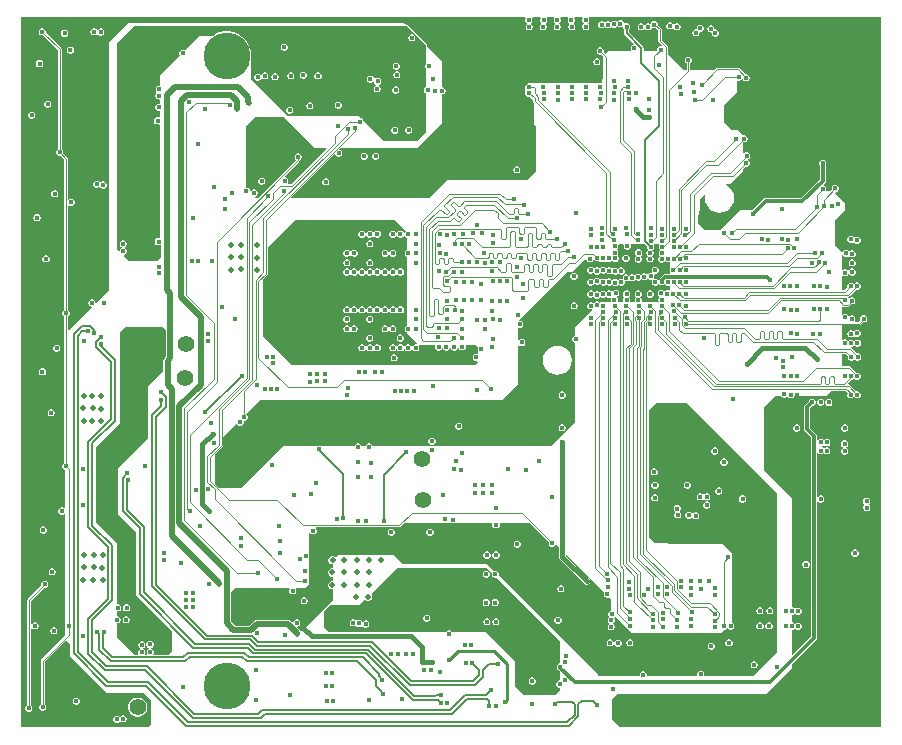
<source format=gbr>
%TF.GenerationSoftware,Altium Limited,Altium Designer,25.7.1 (20)*%
G04 Layer_Physical_Order=3*
G04 Layer_Color=16440176*
%FSLAX45Y45*%
%MOMM*%
%TF.SameCoordinates,1AA72D45-9F13-4BD8-B423-63960E99F270*%
%TF.FilePolarity,Positive*%
%TF.FileFunction,Copper,L3,Inr,Signal*%
%TF.Part,Single*%
G01*
G75*
%TA.AperFunction,Conductor*%
%ADD60C,0.20320*%
%ADD61C,0.08128*%
%ADD63C,0.25400*%
%ADD64C,0.38100*%
%ADD65C,0.30480*%
%ADD70C,0.50800*%
%ADD71C,0.09144*%
%ADD76C,0.45720*%
%TA.AperFunction,ViaPad*%
%ADD78C,0.40640*%
%ADD79C,0.50800*%
%TA.AperFunction,TestPad*%
%ADD80C,1.42240*%
%ADD81C,0.40640*%
%TA.AperFunction,ComponentPad*%
%ADD82C,3.96240*%
%TA.AperFunction,Conductor*%
%ADD83C,0.09652*%
%ADD84C,0.07366*%
G36*
X7322922Y50825D02*
X6425743D01*
X6422212Y54356D01*
X5112715D01*
X5046269Y120802D01*
Y286360D01*
X5094326Y334416D01*
X6354013D01*
X6568973Y549377D01*
Y580697D01*
X6777532Y789255D01*
X6783146Y797657D01*
X6785117Y807568D01*
Y1961136D01*
X6792737Y1964292D01*
X6798926Y1958104D01*
X6810129Y1953463D01*
X6822254D01*
X6833457Y1958104D01*
X6842031Y1966678D01*
X6846672Y1977880D01*
Y1990006D01*
X6842031Y2001209D01*
X6833457Y2009783D01*
X6822254Y2014423D01*
X6810129D01*
X6798926Y2009783D01*
X6792737Y2003594D01*
X6785117Y2006750D01*
Y2373233D01*
X6788316Y2374800D01*
X6792737Y2375569D01*
X6800374Y2367933D01*
X6811577Y2363292D01*
X6823702D01*
X6834905Y2367933D01*
X6836945Y2369973D01*
X6847437Y2369916D01*
X6851148Y2366205D01*
X6862351Y2361565D01*
X6874477D01*
X6885680Y2366205D01*
X6894254Y2374779D01*
X6898894Y2385982D01*
Y2398108D01*
X6894254Y2409311D01*
X6885680Y2417885D01*
X6874477Y2422525D01*
X6862351D01*
X6851148Y2417885D01*
X6849108Y2415845D01*
X6838616Y2415901D01*
X6834905Y2419612D01*
X6823702Y2424252D01*
X6823677Y2431542D01*
X6834880Y2436182D01*
X6842862Y2444164D01*
X6851148Y2435878D01*
X6862351Y2431237D01*
X6874477D01*
X6885680Y2435878D01*
X6894254Y2444452D01*
X6898894Y2455654D01*
Y2467780D01*
X6894254Y2478983D01*
X6885680Y2487557D01*
X6874477Y2492197D01*
X6862351D01*
X6851148Y2487557D01*
X6843166Y2479575D01*
X6834880Y2487862D01*
X6823677Y2492502D01*
X6811551D01*
X6800348Y2487862D01*
X6792737Y2480250D01*
X6788193Y2481062D01*
X6785117Y2482586D01*
Y2517064D01*
X6783146Y2526974D01*
X6777532Y2535376D01*
X6728704Y2584204D01*
Y2750862D01*
X6750309Y2772468D01*
X6761372Y2777050D01*
X6769946Y2785624D01*
X6774586Y2796827D01*
Y2808953D01*
X6769946Y2820156D01*
X6761372Y2828730D01*
X6750169Y2833370D01*
X6738044D01*
X6726841Y2828730D01*
X6718267Y2820156D01*
X6713684Y2809093D01*
X6684494Y2779902D01*
X6678880Y2771500D01*
X6676908Y2761590D01*
Y2573477D01*
X6678880Y2563567D01*
X6684494Y2555165D01*
X6733322Y2506337D01*
Y818295D01*
X6576014Y660986D01*
X6568973Y663902D01*
Y877037D01*
X6578084D01*
X6589287Y881677D01*
X6591706Y884096D01*
X6601926Y883986D01*
X6606140Y879772D01*
X6617343Y875132D01*
X6629468D01*
X6640671Y879772D01*
X6649245Y888346D01*
X6653886Y899549D01*
Y911674D01*
X6649245Y922877D01*
X6640671Y931451D01*
X6629468Y936092D01*
X6617343D01*
X6606140Y931451D01*
X6603721Y929032D01*
X6593501Y929143D01*
X6589287Y933356D01*
X6578084Y937997D01*
X6568973D01*
Y1004621D01*
X6578745D01*
X6589947Y1009261D01*
X6592367Y1011680D01*
X6602587Y1011570D01*
X6606800Y1007356D01*
X6618003Y1002716D01*
X6630129D01*
X6641332Y1007356D01*
X6649906Y1015930D01*
X6654546Y1027133D01*
Y1039259D01*
X6649906Y1050461D01*
X6641332Y1059035D01*
X6630129Y1063676D01*
X6618003D01*
X6606800Y1059035D01*
X6604381Y1056616D01*
X6594161Y1056727D01*
X6589947Y1060940D01*
X6578745Y1065581D01*
X6568973D01*
Y1990547D01*
X6336055Y2223465D01*
Y2763672D01*
X6425413Y2853030D01*
X6483272D01*
X6491205Y2845097D01*
X6502408Y2840457D01*
X6514533D01*
X6525736Y2845097D01*
X6527903Y2847264D01*
X6535717Y2848311D01*
X6544291Y2839738D01*
X6555494Y2835097D01*
X6567619D01*
X6578822Y2839738D01*
X6587396Y2848312D01*
X6589351Y2853030D01*
X6860464D01*
X6907180Y2899746D01*
X7027366D01*
X7045333Y2881779D01*
X7041007Y2871335D01*
Y2859210D01*
X7045647Y2848007D01*
X7054221Y2839433D01*
X7065424Y2834792D01*
X7077550D01*
X7088753Y2839433D01*
X7093255Y2843935D01*
X7098076Y2847488D01*
X7103211Y2843935D01*
X7107561Y2839585D01*
X7118764Y2834945D01*
X7130890D01*
X7142093Y2839585D01*
X7150667Y2848159D01*
X7155307Y2859362D01*
Y2871488D01*
X7150667Y2882690D01*
X7142093Y2891264D01*
X7130890Y2895905D01*
X7118764D01*
X7117444Y2895358D01*
X7063992Y2948811D01*
X7052716Y2953481D01*
X7041835D01*
X7038919Y2960521D01*
X7070289Y2991891D01*
X7077524D01*
X7088727Y2996532D01*
X7093471Y3001275D01*
X7097799Y3004795D01*
X7103427Y3001275D01*
X7107536Y2997167D01*
X7118739Y2992526D01*
X7130864D01*
X7142067Y2997167D01*
X7150641Y3005741D01*
X7155282Y3016944D01*
Y3029069D01*
X7150641Y3040272D01*
X7142067Y3048846D01*
X7130864Y3053486D01*
X7118739D01*
X7117419Y3052940D01*
X7069250Y3101109D01*
X7057974Y3105780D01*
X6992518D01*
Y3211327D01*
X7027722D01*
X7045221Y3193828D01*
X7044563Y3192239D01*
Y3180113D01*
X7049203Y3168910D01*
X7057777Y3160336D01*
X7068980Y3155696D01*
X7081106D01*
X7092309Y3160336D01*
X7096240Y3164267D01*
X7102226Y3167736D01*
X7106196Y3164267D01*
X7111117Y3159346D01*
X7122320Y3154705D01*
X7134446D01*
X7145649Y3159346D01*
X7154223Y3167920D01*
X7158863Y3179123D01*
Y3191248D01*
X7154223Y3202451D01*
X7145649Y3211025D01*
X7134446Y3215665D01*
X7122320D01*
X7121934Y3215506D01*
X7074507Y3262933D01*
X7071988Y3263976D01*
X7073504Y3271596D01*
X7077499D01*
X7088702Y3276237D01*
X7094629Y3282164D01*
X7099529Y3283977D01*
X7104428Y3282164D01*
X7110355Y3276237D01*
X7121558Y3271596D01*
X7133684D01*
X7144887Y3276237D01*
X7153461Y3284811D01*
X7158101Y3296013D01*
Y3308139D01*
X7153461Y3319342D01*
X7144887Y3327916D01*
X7133684Y3332556D01*
X7121558D01*
X7110355Y3327916D01*
X7104428Y3321988D01*
X7099529Y3320175D01*
X7094629Y3321988D01*
X7088702Y3327916D01*
X7077499Y3332556D01*
X7065373D01*
X7054171Y3327916D01*
X7050951Y3324696D01*
X7043987Y3321704D01*
X7040995Y3324696D01*
X7035413Y3330278D01*
X7024210Y3334918D01*
X7012084D01*
X7000881Y3330278D01*
X6999559Y3328955D01*
X6992518Y3331871D01*
Y3453186D01*
X7137375D01*
X7148650Y3457857D01*
X7171216Y3480423D01*
X7172536Y3479876D01*
X7184662D01*
X7195864Y3484517D01*
X7204438Y3493091D01*
X7209079Y3504293D01*
Y3516419D01*
X7204438Y3527622D01*
X7195864Y3536196D01*
X7184662Y3540836D01*
X7172536D01*
X7161333Y3536196D01*
X7152759Y3527622D01*
X7148119Y3516419D01*
Y3504293D01*
X7148665Y3502974D01*
X7130770Y3485078D01*
X7108922D01*
X7104688Y3492698D01*
X7107987Y3500661D01*
Y3512787D01*
X7103346Y3523990D01*
X7094772Y3532564D01*
X7083570Y3537204D01*
X7071444D01*
X7061347Y3533022D01*
X7058040Y3532921D01*
X7052700Y3533983D01*
X7050895Y3538341D01*
X7042321Y3546915D01*
X7031119Y3551555D01*
X7018993D01*
X7007790Y3546915D01*
X7000138Y3539263D01*
X6995790Y3540007D01*
X6992518Y3541599D01*
Y3609725D01*
X6995418Y3612689D01*
X7000139Y3614817D01*
X7006234Y3612292D01*
X7044766D01*
X7056042Y3616962D01*
X7072334Y3633255D01*
X7073654Y3632708D01*
X7085779D01*
X7096982Y3637348D01*
X7105556Y3645922D01*
X7110197Y3657125D01*
Y3669251D01*
X7105556Y3680454D01*
X7096982Y3689028D01*
X7085779Y3693668D01*
X7073654D01*
X7062451Y3689028D01*
X7056142Y3682719D01*
X7048640Y3683072D01*
X7044116Y3688485D01*
X7046967Y3695172D01*
X7050735D01*
X7062011Y3699842D01*
X7119705Y3757537D01*
X7121025Y3756990D01*
X7133150D01*
X7144353Y3761631D01*
X7152927Y3770205D01*
X7157568Y3781407D01*
Y3793533D01*
X7152927Y3804736D01*
X7144353Y3813310D01*
X7133150Y3817950D01*
X7121025D01*
X7109822Y3813310D01*
X7103059Y3806547D01*
X7100726Y3804828D01*
X7093560Y3806089D01*
X7088753Y3810897D01*
X7077550Y3815537D01*
X7065424D01*
X7054221Y3810897D01*
X7045647Y3802323D01*
X7041007Y3791120D01*
Y3778994D01*
X7041702Y3777316D01*
X7013295Y3748908D01*
X6992518D01*
Y3877530D01*
X7000138Y3880687D01*
X7006190Y3874635D01*
X7017393Y3869995D01*
X7029518D01*
X7040721Y3874635D01*
X7049295Y3883209D01*
X7050206Y3885409D01*
X7052858Y3886212D01*
X7058835Y3886328D01*
X7066109Y3879055D01*
X7077311Y3874414D01*
X7089437D01*
X7100640Y3879055D01*
X7109214Y3887629D01*
X7113854Y3898832D01*
Y3910957D01*
X7109214Y3922160D01*
X7100640Y3930734D01*
X7089437Y3935374D01*
X7077311D01*
X7066109Y3930734D01*
X7057535Y3922160D01*
X7056623Y3919961D01*
X7053972Y3919157D01*
X7047995Y3919041D01*
X7040721Y3926314D01*
X7029518Y3930955D01*
X7017393D01*
X7006190Y3926314D01*
X7000138Y3920263D01*
X6992518Y3923419D01*
Y4074439D01*
X6939966Y4126992D01*
Y4348429D01*
X7025411Y4433875D01*
Y4488256D01*
X6939534Y4574134D01*
X6942690Y4581754D01*
X6946156D01*
X6957358Y4586394D01*
X6965932Y4594968D01*
X6970573Y4606171D01*
Y4618296D01*
X6965932Y4629499D01*
X6957358Y4638073D01*
X6946156Y4642714D01*
X6934030D01*
X6922827Y4638073D01*
X6914253Y4629499D01*
X6909613Y4618296D01*
Y4606171D01*
X6910159Y4604851D01*
X6898467Y4593158D01*
X6867594D01*
X6863360Y4599494D01*
X6864274Y4601700D01*
Y4613826D01*
X6859633Y4625029D01*
X6851059Y4633603D01*
X6839857Y4638243D01*
X6839455D01*
X6836539Y4645283D01*
X6852106Y4660850D01*
X6857720Y4669252D01*
X6859691Y4679163D01*
Y4808366D01*
X6864274Y4819429D01*
Y4831555D01*
X6859633Y4842758D01*
X6851059Y4851332D01*
X6839857Y4855972D01*
X6827731D01*
X6816528Y4851332D01*
X6807954Y4842758D01*
X6803314Y4831555D01*
Y4819429D01*
X6807896Y4808366D01*
Y4689890D01*
X6648264Y4530257D01*
X6349340D01*
X6339429Y4528286D01*
X6331027Y4522672D01*
X6242230Y4433875D01*
X6135853D01*
X5961075Y4259097D01*
X5834812D01*
X5774588Y4319321D01*
Y4387266D01*
X5795975Y4408653D01*
Y4523232D01*
X5830293Y4557550D01*
X5837511Y4553991D01*
X5834470Y4530896D01*
X5838701Y4498761D01*
X5851104Y4468816D01*
X5870835Y4443102D01*
X5896549Y4423371D01*
X5926494Y4410968D01*
X5958629Y4406737D01*
X5990763Y4410968D01*
X6020708Y4423371D01*
X6046422Y4443102D01*
X6066153Y4468816D01*
X6078557Y4498761D01*
X6082787Y4530896D01*
X6078557Y4563030D01*
X6066153Y4592975D01*
X6046422Y4618689D01*
X6020708Y4638420D01*
X6016735Y4640066D01*
X6018222Y4647540D01*
X6046495D01*
X6161126Y4762170D01*
Y4779497D01*
X6180032Y4798403D01*
X6181352Y4797857D01*
X6193477D01*
X6204680Y4802497D01*
X6213254Y4811071D01*
X6217895Y4822274D01*
Y4834400D01*
X6213254Y4845602D01*
X6204680Y4854176D01*
X6202184Y4855210D01*
Y4863458D01*
X6205493Y4864829D01*
X6214067Y4873403D01*
X6218707Y4884606D01*
Y4896731D01*
X6214067Y4907934D01*
X6205493Y4916508D01*
X6194290Y4921148D01*
X6182165D01*
X6170962Y4916508D01*
X6168746Y4914292D01*
X6161126Y4917448D01*
Y5003775D01*
X6173030D01*
X6184233Y5008415D01*
X6192807Y5016989D01*
X6197448Y5028192D01*
Y5040317D01*
X6192807Y5051520D01*
X6184233Y5060094D01*
X6173030Y5064735D01*
X6160905D01*
X6159947Y5064338D01*
X6114491Y5109794D01*
X6063996D01*
X5997956Y5175834D01*
Y5315661D01*
X6106744Y5424449D01*
Y5521471D01*
X6113080Y5525705D01*
X6115744Y5524602D01*
X6127869D01*
X6139072Y5529242D01*
X6147646Y5537816D01*
X6149767Y5542938D01*
X6157840Y5542514D01*
X6161448Y5533803D01*
X6170022Y5525229D01*
X6181225Y5520588D01*
X6193350D01*
X6204553Y5525229D01*
X6213127Y5533803D01*
X6217768Y5545006D01*
Y5557131D01*
X6213127Y5568334D01*
X6204553Y5576908D01*
X6193350Y5581548D01*
X6181225D01*
X6179905Y5581002D01*
X6129094Y5631813D01*
X6117819Y5636483D01*
X5942178D01*
X5930902Y5631813D01*
X5917747Y5618658D01*
X5711972D01*
Y5671621D01*
X5713292Y5672168D01*
X5721866Y5680742D01*
X5726506Y5691945D01*
Y5704070D01*
X5721866Y5715273D01*
X5713292Y5723847D01*
X5702089Y5728487D01*
X5689963D01*
X5678761Y5723847D01*
X5670187Y5715273D01*
X5665546Y5704070D01*
Y5691945D01*
X5670187Y5680742D01*
X5678761Y5672168D01*
X5680080Y5671621D01*
Y5618658D01*
X5656123D01*
X5524926Y5749854D01*
Y5809590D01*
X5520256Y5820865D01*
X5471028Y5870093D01*
Y5960161D01*
X5466357Y5971436D01*
X5438267Y5999526D01*
Y6006508D01*
X5433627Y6017711D01*
X5425053Y6026285D01*
X5413850Y6030925D01*
X5401724D01*
X5390521Y6026285D01*
X5381947Y6017711D01*
X5379613Y6012075D01*
X5375353Y6007006D01*
X5370414Y6008264D01*
X5363659Y6011062D01*
X5351534D01*
X5340331Y6006422D01*
X5331757Y5997848D01*
X5331285Y5996709D01*
X5323037D01*
X5321892Y5999474D01*
X5313318Y6008048D01*
X5302115Y6012688D01*
X5289990D01*
X5278787Y6008048D01*
X5270213Y5999474D01*
X5265572Y5988271D01*
Y5976145D01*
X5270213Y5964942D01*
X5278787Y5956368D01*
X5289990Y5951728D01*
X5302115D01*
X5313318Y5956368D01*
X5321892Y5964942D01*
X5322364Y5966081D01*
X5330612D01*
X5331757Y5963317D01*
X5340331Y5954743D01*
X5351534Y5950102D01*
X5363659D01*
X5374862Y5954743D01*
X5383436Y5963317D01*
X5385771Y5968953D01*
X5390031Y5974022D01*
X5394969Y5972763D01*
X5401724Y5969965D01*
X5413850D01*
X5420127Y5972565D01*
X5439136Y5953556D01*
Y5863488D01*
X5443806Y5852213D01*
X5469458Y5826561D01*
X5469051Y5825022D01*
X5465722Y5819521D01*
X5455471D01*
X5444268Y5814881D01*
X5435694Y5806307D01*
X5431053Y5795104D01*
Y5782978D01*
X5431600Y5781658D01*
X5423971Y5774030D01*
X5316237D01*
Y5802147D01*
X5314660Y5810076D01*
X5310169Y5816797D01*
X5310168Y5816798D01*
X5192691Y5934275D01*
Y5958678D01*
X5198880Y5964866D01*
X5203520Y5976069D01*
Y5988195D01*
X5198880Y5999397D01*
X5190306Y6007971D01*
X5179103Y6012612D01*
X5166977D01*
X5159197Y6009389D01*
X5152066Y6012659D01*
X5151234Y6013711D01*
X5146937Y6024086D01*
X5138363Y6032660D01*
X5127160Y6037301D01*
X5115034D01*
X5103832Y6032660D01*
X5098021Y6026850D01*
X5095258Y6024087D01*
X5088128Y6026787D01*
X5085074Y6029841D01*
X5073871Y6034481D01*
X5061745D01*
X5050542Y6029841D01*
X5044173Y6023472D01*
X5041968Y6021267D01*
X5034511Y6023177D01*
X5031607Y6026082D01*
X5020404Y6030722D01*
X5008278D01*
X4997075Y6026082D01*
X4992370Y6021376D01*
X4987630Y6018062D01*
X4982413Y6021376D01*
X4977936Y6025853D01*
X4966734Y6030493D01*
X4954608D01*
X4943405Y6025853D01*
X4934831Y6017279D01*
X4930191Y6006076D01*
Y5993951D01*
X4934831Y5982748D01*
X4943405Y5974174D01*
X4954608Y5969533D01*
X4966734D01*
X4977936Y5974174D01*
X4982642Y5978879D01*
X4987382Y5982194D01*
X4992598Y5978879D01*
X4997075Y5974402D01*
X5008278Y5969762D01*
X5020404D01*
X5031607Y5974402D01*
X5037976Y5980772D01*
X5040181Y5982976D01*
X5047638Y5981066D01*
X5050542Y5978162D01*
X5061745Y5973521D01*
X5073871D01*
X5085074Y5978162D01*
X5090884Y5983972D01*
X5093648Y5986735D01*
X5100777Y5984035D01*
X5103832Y5980981D01*
X5115034Y5976341D01*
X5127160D01*
X5134940Y5979563D01*
X5142071Y5976293D01*
X5142903Y5975241D01*
X5147201Y5964866D01*
X5151255Y5960811D01*
Y5925694D01*
X5151255Y5925693D01*
X5152832Y5917764D01*
X5157323Y5911043D01*
X5231696Y5836670D01*
X5228787Y5828804D01*
X5219579Y5824990D01*
X5211005Y5816416D01*
X5206365Y5805213D01*
Y5793087D01*
X5211005Y5781885D01*
X5211820Y5781070D01*
X5208904Y5774030D01*
X5019497D01*
X4997841Y5752374D01*
X4981130Y5769085D01*
X4981677Y5770405D01*
Y5782531D01*
X4977036Y5793734D01*
X4968462Y5802308D01*
X4957259Y5806948D01*
X4945134D01*
X4933931Y5802308D01*
X4925357Y5793734D01*
X4920717Y5782531D01*
Y5770405D01*
X4925357Y5759202D01*
X4933931Y5750628D01*
X4945134Y5745988D01*
X4957259D01*
X4958579Y5746535D01*
X4975291Y5729823D01*
X4974107Y5728640D01*
Y5541645D01*
X4934052Y5501589D01*
X4841463D01*
X4836863Y5503494D01*
X4824738D01*
X4820139Y5501589D01*
X4718190D01*
X4713775Y5503418D01*
X4701649D01*
X4697234Y5501589D01*
X4600914D01*
X4596376Y5503469D01*
X4584251D01*
X4579713Y5501589D01*
X4479354D01*
X4474939Y5503418D01*
X4462813D01*
X4458398Y5501589D01*
X4358704D01*
X4354289Y5503418D01*
X4342163D01*
X4337748Y5501589D01*
X4334535D01*
X4332264Y5499318D01*
X4330960Y5498778D01*
X4322386Y5490204D01*
X4321846Y5488900D01*
X4314520Y5481574D01*
Y5412156D01*
X4323777Y5402899D01*
X4324012Y5402332D01*
X4332586Y5393758D01*
X4333152Y5393524D01*
X4335882Y5390794D01*
X4339742D01*
X4343789Y5389118D01*
X4354906D01*
X4379242Y5364782D01*
Y5351374D01*
X4383631Y5340779D01*
X4385285Y5339125D01*
Y5158461D01*
X4405300Y5138445D01*
Y4753889D01*
X4333189Y4681779D01*
X3654908D01*
X3508045Y4534916D01*
X2337963D01*
X2335047Y4541956D01*
X2696485Y4903394D01*
X2704860Y4900992D01*
X2708166Y4893012D01*
X2716740Y4884438D01*
X2727942Y4879797D01*
X2740068D01*
X2751271Y4884438D01*
X2759845Y4893012D01*
X2764485Y4904214D01*
Y4916340D01*
X2759845Y4927543D01*
X2751271Y4936117D01*
X2743290Y4939422D01*
X2740889Y4947797D01*
X2747336Y4954245D01*
X3395370D01*
X3609010Y5167884D01*
Y5409565D01*
X3617105D01*
X3628307Y5414205D01*
X3636881Y5422779D01*
X3641522Y5433982D01*
Y5446108D01*
X3636881Y5457311D01*
X3628307Y5465885D01*
X3617105Y5470525D01*
X3609010D01*
Y5689041D01*
X3486180Y5811871D01*
Y5824652D01*
X3482154Y5834372D01*
X3316978Y5999548D01*
X3307258Y6003575D01*
X3307257Y6003574D01*
X3294477D01*
X3286328Y6011723D01*
X952475D01*
X788873Y5848121D01*
Y3754095D01*
X681609Y3646830D01*
X673989Y3649987D01*
Y3652334D01*
X669349Y3663537D01*
X660775Y3672111D01*
X649572Y3676752D01*
X637446D01*
X626243Y3672111D01*
X617669Y3663537D01*
X613029Y3652334D01*
Y3640209D01*
X617669Y3629006D01*
X626243Y3620432D01*
X637446Y3615792D01*
X639794D01*
X642950Y3608172D01*
X448919Y3414140D01*
X441878Y3417056D01*
Y3532052D01*
X443198Y3532599D01*
X451772Y3541173D01*
X456413Y3552376D01*
Y3564501D01*
X451772Y3575704D01*
X443198Y3584278D01*
X441878Y3584825D01*
Y4467349D01*
X449498Y4470505D01*
X451466Y4468538D01*
X462669Y4463898D01*
X474794D01*
X485997Y4468538D01*
X494571Y4477112D01*
X499212Y4488315D01*
Y4500440D01*
X494571Y4511643D01*
X485997Y4520217D01*
X474794Y4524858D01*
X462669D01*
X451466Y4520217D01*
X449498Y4518250D01*
X441878Y4521406D01*
Y4865370D01*
X437208Y4876645D01*
X402399Y4911454D01*
X402946Y4912774D01*
Y4924900D01*
X398305Y4936103D01*
X389731Y4944677D01*
X388411Y4945223D01*
Y5793994D01*
X383741Y5805269D01*
X255739Y5933271D01*
X256286Y5934591D01*
Y5946716D01*
X251646Y5957919D01*
X243072Y5966493D01*
X231869Y5971134D01*
X219743D01*
X208540Y5966493D01*
X199966Y5957919D01*
X195326Y5946716D01*
Y5934591D01*
X199966Y5923388D01*
X208540Y5914814D01*
X219743Y5910174D01*
X231869D01*
X233189Y5910720D01*
X356520Y5787389D01*
Y4945223D01*
X355200Y4944677D01*
X346626Y4936103D01*
X341986Y4924900D01*
Y4912774D01*
X346626Y4901571D01*
X355200Y4892997D01*
X366403Y4888357D01*
X378528D01*
X379848Y4888904D01*
X409987Y4858765D01*
Y3584825D01*
X408667Y3584278D01*
X400093Y3575704D01*
X395453Y3564501D01*
Y3552376D01*
X400093Y3541173D01*
X408667Y3532599D01*
X409987Y3532052D01*
Y2287520D01*
X408667Y2286973D01*
X400093Y2278399D01*
X395453Y2267196D01*
Y2255071D01*
X400093Y2243868D01*
X408667Y2235294D01*
X419837Y2230667D01*
Y1907777D01*
X412217Y1904621D01*
X409213Y1907624D01*
X398010Y1912264D01*
X385885D01*
X374682Y1907624D01*
X366108Y1899050D01*
X361467Y1887847D01*
Y1875722D01*
X366108Y1864519D01*
X374682Y1855945D01*
X385885Y1851304D01*
X398010D01*
X409213Y1855945D01*
X412217Y1858948D01*
X419837Y1855792D01*
Y915357D01*
X417754Y910328D01*
Y898203D01*
X419837Y893174D01*
Y826664D01*
X218239Y625066D01*
X213569Y613791D01*
Y245807D01*
X210801Y244661D01*
X202227Y236087D01*
X197587Y224884D01*
Y212758D01*
X202227Y201555D01*
X210801Y192981D01*
X222004Y188341D01*
X234129D01*
X245332Y192981D01*
X253906Y201555D01*
X258547Y212758D01*
Y224884D01*
X253906Y236087D01*
X245460Y244533D01*
Y607186D01*
X428077Y789803D01*
X458699Y759181D01*
Y657555D01*
X775157Y341097D01*
X1088695D01*
X1148766Y281026D01*
Y80721D01*
X1118870Y50825D01*
X49479D01*
Y6060008D01*
X4313478D01*
X4317700Y6052388D01*
X4314393Y6044405D01*
Y6032279D01*
X4319034Y6021076D01*
X4326470Y6013640D01*
X4327605Y6012455D01*
X4327206Y6004421D01*
X4322767Y5999982D01*
X4318127Y5988779D01*
Y5976653D01*
X4322767Y5965450D01*
X4331341Y5956876D01*
X4342544Y5952236D01*
X4354670D01*
X4365873Y5956876D01*
X4374447Y5965450D01*
X4379087Y5976653D01*
Y5988779D01*
X4374447Y5999982D01*
X4367011Y6007418D01*
X4365875Y6008603D01*
X4366274Y6016637D01*
X4370713Y6021076D01*
X4375353Y6032279D01*
Y6044405D01*
X4372046Y6052388D01*
X4376268Y6060008D01*
X4441164D01*
X4443987Y6052388D01*
X4439691Y6042017D01*
Y6029892D01*
X4444332Y6018689D01*
X4447194Y6015826D01*
X4449553Y6008556D01*
X4447031Y6006033D01*
X4440979Y5999982D01*
X4436339Y5988779D01*
Y5976653D01*
X4440979Y5965450D01*
X4449553Y5956876D01*
X4460756Y5952236D01*
X4472881D01*
X4484084Y5956876D01*
X4492658Y5965450D01*
X4497299Y5976653D01*
Y5988779D01*
X4492658Y5999982D01*
X4489796Y6002844D01*
X4487437Y6010114D01*
X4489959Y6012637D01*
X4496011Y6018689D01*
X4500651Y6029892D01*
Y6042017D01*
X4496356Y6052388D01*
X4499179Y6060008D01*
X4557572D01*
X4560440Y6052388D01*
X4556176Y6042093D01*
Y6029968D01*
X4560816Y6018765D01*
X4564798Y6014783D01*
X4568283Y6008898D01*
X4564798Y6004827D01*
X4559927Y5999956D01*
X4555287Y5988753D01*
Y5976628D01*
X4559927Y5965425D01*
X4568501Y5956851D01*
X4579704Y5952211D01*
X4591830D01*
X4603032Y5956851D01*
X4611606Y5965425D01*
X4616247Y5976628D01*
Y5988753D01*
X4611606Y5999956D01*
X4607625Y6003938D01*
X4604139Y6009823D01*
X4607625Y6013894D01*
X4612495Y6018765D01*
X4617136Y6029968D01*
Y6042093D01*
X4612872Y6052388D01*
X4615740Y6060008D01*
X4675098D01*
X4677936Y6052388D01*
X4673651Y6042043D01*
Y6029917D01*
X4678291Y6018714D01*
X4684152Y6012853D01*
X4686865Y6010140D01*
X4684237Y6002981D01*
X4681238Y5999982D01*
X4676597Y5988779D01*
Y5976653D01*
X4681238Y5965450D01*
X4689812Y5956876D01*
X4701014Y5952236D01*
X4713140D01*
X4724343Y5956876D01*
X4732917Y5965450D01*
X4737557Y5976653D01*
Y5988779D01*
X4732917Y5999982D01*
X4727056Y6005843D01*
X4724343Y6008556D01*
X4726971Y6015715D01*
X4729970Y6018714D01*
X4734611Y6029917D01*
Y6042043D01*
X4730326Y6052388D01*
X4733164Y6060008D01*
X4797348D01*
X4800796Y6052388D01*
X4796942Y6043084D01*
Y6030958D01*
X4801583Y6019756D01*
X4806276Y6015063D01*
X4809805Y6010632D01*
X4806276Y6005106D01*
X4802116Y6000947D01*
X4797476Y5989744D01*
Y5977618D01*
X4802116Y5966416D01*
X4810690Y5957842D01*
X4821893Y5953201D01*
X4834019D01*
X4845221Y5957842D01*
X4853795Y5966416D01*
X4858436Y5977618D01*
Y5989744D01*
X4853795Y6000947D01*
X4849103Y6005640D01*
X4845573Y6010071D01*
X4849103Y6015596D01*
X4853262Y6019756D01*
X4857902Y6030958D01*
Y6043084D01*
X4854048Y6052388D01*
X4857497Y6060008D01*
X7322922D01*
Y50825D01*
D02*
G37*
G36*
X3472434Y5824652D02*
Y5663694D01*
X3471385Y5662644D01*
X3466744Y5651441D01*
Y5639316D01*
X3471385Y5628113D01*
X3472434Y5627064D01*
Y5471487D01*
X3469824Y5470406D01*
X3461250Y5461832D01*
X3456610Y5450629D01*
Y5438503D01*
X3461250Y5427301D01*
X3469824Y5418727D01*
X3472434Y5417646D01*
Y5092522D01*
X3397606Y5017694D01*
X3111678D01*
X2940303Y5189068D01*
X2937213Y5196529D01*
X2928639Y5205103D01*
X2921179Y5208193D01*
X2903271Y5226101D01*
X2307387D01*
X1994738Y5538749D01*
Y5781929D01*
X1987004Y5789664D01*
X1985794Y5795743D01*
X1970094Y5833647D01*
X1947300Y5867761D01*
X1918289Y5896772D01*
X1884176Y5919565D01*
X1846271Y5935266D01*
X1806032Y5943270D01*
X1765005D01*
X1724765Y5935266D01*
X1686861Y5919565D01*
X1668814Y5907507D01*
X1559179D01*
X1434778Y5783106D01*
X1423637Y5787720D01*
X1411511D01*
X1400308Y5783080D01*
X1391734Y5774506D01*
X1387094Y5763303D01*
Y5751177D01*
X1391709Y5740036D01*
X1219835Y5568163D01*
Y5483073D01*
X1208895D01*
X1197693Y5478432D01*
X1189119Y5469858D01*
X1184478Y5458655D01*
Y5446530D01*
X1189119Y5435327D01*
X1192243Y5432202D01*
X1192968Y5424254D01*
X1191602Y5422888D01*
X1184394Y5415680D01*
X1179754Y5404477D01*
Y5392352D01*
X1184394Y5381149D01*
X1192968Y5372575D01*
X1204171Y5367934D01*
X1216296D01*
X1219835Y5365570D01*
Y5330766D01*
X1217871Y5329453D01*
X1205746D01*
X1194543Y5324813D01*
X1185969Y5316239D01*
X1181329Y5305036D01*
Y5292911D01*
X1185969Y5281708D01*
X1194543Y5273134D01*
X1205746Y5268493D01*
X1217871D01*
X1219835Y5267181D01*
Y5220898D01*
X1212215Y5215806D01*
X1207229Y5217871D01*
X1195103D01*
X1183900Y5213231D01*
X1175326Y5204657D01*
X1170686Y5193454D01*
Y5181328D01*
X1175326Y5170126D01*
X1183900Y5161552D01*
X1195103Y5156911D01*
X1207229D01*
X1212215Y5158976D01*
X1219835Y5153885D01*
Y4196507D01*
X1215585Y4193667D01*
X1203460D01*
X1192257Y4189027D01*
X1183683Y4180453D01*
X1179043Y4169250D01*
Y4157124D01*
X1183683Y4145921D01*
X1192257Y4137347D01*
X1203460Y4132707D01*
X1215585D01*
X1225575Y4136845D01*
X1233195Y4133798D01*
Y4031691D01*
X1198448Y3996944D01*
X957961D01*
X913287Y4041618D01*
X916203Y4048658D01*
X917872D01*
X929075Y4053299D01*
X937649Y4061873D01*
X942289Y4073076D01*
Y4085201D01*
X937649Y4096404D01*
X929075Y4104978D01*
X922331Y4107772D01*
Y4116019D01*
X927830Y4118297D01*
X936404Y4126871D01*
X941045Y4138074D01*
Y4150200D01*
X936404Y4161403D01*
X927830Y4169977D01*
X916627Y4174617D01*
X904502D01*
X893299Y4169977D01*
X884725Y4161403D01*
X880085Y4150200D01*
Y4138074D01*
X884725Y4126871D01*
X893299Y4118297D01*
X900043Y4115504D01*
Y4107256D01*
X894544Y4104978D01*
X885970Y4096404D01*
X881329Y4085201D01*
Y4083532D01*
X874289Y4080616D01*
X861771Y4093134D01*
Y5846267D01*
X1005332Y5989828D01*
X3307258D01*
X3472434Y5824652D01*
D02*
G37*
G36*
X2530577Y4954245D02*
X2626644D01*
X2629560Y4947204D01*
X2329179Y4646823D01*
X2301827D01*
X2298671Y4654443D01*
X2303458Y4659230D01*
X2308098Y4670433D01*
Y4682558D01*
X2303458Y4693761D01*
X2294884Y4702335D01*
X2283681Y4706976D01*
X2281931D01*
X2279015Y4714016D01*
X2403168Y4838169D01*
X2407838Y4849444D01*
Y4854452D01*
X2409158Y4854999D01*
X2417732Y4863573D01*
X2422373Y4874776D01*
Y4886901D01*
X2417732Y4898104D01*
X2409158Y4906678D01*
X2397955Y4911319D01*
X2385830D01*
X2374627Y4906678D01*
X2366053Y4898104D01*
X2361413Y4886901D01*
Y4874776D01*
X2366053Y4863573D01*
X2374627Y4854999D01*
X2374672Y4854774D01*
X2054814Y4534916D01*
X2036648D01*
X2030126Y4541438D01*
X2031914Y4550427D01*
X2035778Y4552028D01*
X2044352Y4560602D01*
X2048993Y4571805D01*
Y4583930D01*
X2044352Y4595133D01*
X2035778Y4603707D01*
X2024575Y4608347D01*
X2012450D01*
X2001247Y4603707D01*
X1992673Y4595133D01*
X1992191Y4593969D01*
X1989520Y4593718D01*
X1984257Y4594727D01*
X1980217Y4604480D01*
X1971643Y4613054D01*
X1960440Y4617695D01*
X1953870D01*
X1953844Y4617720D01*
Y5143754D01*
X2031289Y5221199D01*
X2263623D01*
X2530577Y4954245D01*
D02*
G37*
G36*
X3304565Y4248989D02*
X3297573Y4241997D01*
X3295024Y4235844D01*
X3286776D01*
X3284228Y4241997D01*
X3275654Y4250571D01*
X3264451Y4255211D01*
X3252325D01*
X3241123Y4250571D01*
X3232549Y4241997D01*
X3230000Y4235844D01*
X3221752D01*
X3219204Y4241997D01*
X3210630Y4250571D01*
X3199427Y4255211D01*
X3187301D01*
X3176099Y4250571D01*
X3167525Y4241997D01*
X3162884Y4230794D01*
Y4218668D01*
X3167525Y4207466D01*
X3176099Y4198892D01*
X3187301Y4194251D01*
X3199427D01*
X3210630Y4198892D01*
X3219204Y4207466D01*
X3221752Y4213618D01*
X3230000D01*
X3232549Y4207466D01*
X3241123Y4198892D01*
X3252325Y4194251D01*
X3264451D01*
X3275654Y4198892D01*
X3284228Y4207466D01*
X3286776Y4213618D01*
X3295024D01*
X3297573Y4207466D01*
X3306147Y4198892D01*
X3313760Y4195738D01*
Y4093705D01*
X3306147Y4090551D01*
X3297573Y4081977D01*
X3292932Y4070774D01*
Y4058648D01*
X3297573Y4047446D01*
X3306147Y4038872D01*
X3313760Y4035718D01*
Y3453625D01*
X3306147Y3450471D01*
X3297573Y3441897D01*
X3292932Y3430694D01*
Y3418568D01*
X3297573Y3407366D01*
X3306147Y3398792D01*
X3313760Y3395638D01*
Y3387141D01*
X3399728Y3301173D01*
X3395411Y3294713D01*
X3394499Y3295091D01*
X3382373D01*
X3371171Y3290451D01*
X3362597Y3281877D01*
X3360048Y3275724D01*
X3351800D01*
X3349252Y3281877D01*
X3340678Y3290451D01*
X3329475Y3295091D01*
X3317349D01*
X3306147Y3290451D01*
X3297573Y3281877D01*
X3295024Y3275724D01*
X3286776D01*
X3284228Y3281877D01*
X3275654Y3290451D01*
X3264451Y3295091D01*
X3252325D01*
X3241123Y3290451D01*
X3232549Y3281877D01*
X3230000Y3275724D01*
X3221752D01*
X3219204Y3281877D01*
X3210630Y3290451D01*
X3199427Y3295091D01*
X3187301D01*
X3176099Y3290451D01*
X3167525Y3281877D01*
X3162884Y3270674D01*
Y3258548D01*
X3167525Y3247346D01*
X3176099Y3238772D01*
X3187301Y3234131D01*
X3199427D01*
X3210630Y3238772D01*
X3219204Y3247346D01*
X3221752Y3253498D01*
X3230000D01*
X3232549Y3247346D01*
X3241123Y3238772D01*
X3252325Y3234131D01*
X3264451D01*
X3275654Y3238772D01*
X3284228Y3247346D01*
X3286776Y3253498D01*
X3295024D01*
X3297573Y3247346D01*
X3306147Y3238772D01*
X3317349Y3234131D01*
X3329475D01*
X3340678Y3238772D01*
X3349252Y3247346D01*
X3351800Y3253498D01*
X3360048D01*
X3362597Y3247346D01*
X3371171Y3238772D01*
X3382373Y3234131D01*
X3394499D01*
X3405702Y3238772D01*
X3414276Y3247346D01*
X3418916Y3258548D01*
Y3270674D01*
X3414276Y3281877D01*
X3413736Y3282417D01*
X3416893Y3290037D01*
X3548371D01*
X3553462Y3282416D01*
X3550818Y3276033D01*
Y3263908D01*
X3555459Y3252705D01*
X3564033Y3244131D01*
X3575236Y3239491D01*
X3587361D01*
X3598564Y3244131D01*
X3607138Y3252705D01*
X3610047Y3259728D01*
X3618183Y3259458D01*
X3621727Y3250902D01*
X3630301Y3242328D01*
X3641504Y3237687D01*
X3653630D01*
X3664833Y3242328D01*
X3673407Y3250902D01*
X3676442Y3258230D01*
X3684690D01*
X3687463Y3251537D01*
X3696037Y3242963D01*
X3707239Y3238322D01*
X3719365D01*
X3730568Y3242963D01*
X3739142Y3251537D01*
X3743782Y3262739D01*
Y3264908D01*
X3750996Y3265889D01*
X3755636Y3254686D01*
X3764210Y3246112D01*
X3775413Y3241472D01*
X3787539D01*
X3798741Y3246112D01*
X3807315Y3254686D01*
X3811956Y3265889D01*
Y3278015D01*
X3810133Y3282416D01*
X3815224Y3290037D01*
X3894480D01*
X3911956Y3272561D01*
Y3263628D01*
X3910508Y3260133D01*
Y3248007D01*
X3911956Y3244512D01*
Y3217442D01*
X3905620Y3213208D01*
X3905268Y3213354D01*
X3893142D01*
X3881939Y3208714D01*
X3873365Y3200140D01*
X3868725Y3188937D01*
Y3176811D01*
X3873365Y3165608D01*
X3881939Y3157034D01*
X3893142Y3152394D01*
X3905267D01*
X3910466Y3147430D01*
X3910864Y3141346D01*
X3886708Y3117190D01*
X2336800D01*
X2092071Y3361919D01*
Y3841882D01*
X2131388Y3881198D01*
X2136058Y3892474D01*
Y4118706D01*
X2362048Y4344695D01*
X3208858D01*
X3304565Y4248989D01*
D02*
G37*
G36*
X5445581Y4138219D02*
X5448779Y4132067D01*
X5445074Y4123123D01*
Y4110998D01*
X5449715Y4099795D01*
X5453049Y4096461D01*
X5457374Y4090830D01*
X5448800Y4082256D01*
X5444160Y4071053D01*
Y4058928D01*
X5448800Y4047725D01*
X5452710Y4043815D01*
X5451659Y4038531D01*
X5443085Y4029958D01*
X5438445Y4018755D01*
Y4006629D01*
X5443085Y3995426D01*
X5451659Y3986852D01*
X5462862Y3982212D01*
X5474988D01*
X5486190Y3986852D01*
X5493728Y3994390D01*
X5502149Y3994858D01*
X5503475Y3993533D01*
X5514678Y3988892D01*
X5526804D01*
X5531626Y3990890D01*
X5537962Y3986656D01*
Y3890914D01*
X5499710D01*
X5489799Y3888943D01*
X5481397Y3883329D01*
X5475783Y3874927D01*
X5475566Y3873835D01*
X5452749Y3851017D01*
X5452238Y3850253D01*
X5451964Y3850140D01*
X5443390Y3841566D01*
X5439187Y3840730D01*
X5434197Y3845720D01*
X5422994Y3850361D01*
X5410868D01*
X5409711Y3849881D01*
X5403879Y3855713D01*
X5406873Y3862941D01*
Y3875067D01*
X5403509Y3883188D01*
X5409341Y3889020D01*
X5409649Y3888892D01*
X5421775D01*
X5432977Y3893533D01*
X5441551Y3902107D01*
X5446192Y3913310D01*
Y3925435D01*
X5441551Y3936638D01*
X5432977Y3945212D01*
X5421775Y3949852D01*
X5409649D01*
X5398446Y3945212D01*
X5389872Y3936638D01*
X5385232Y3925435D01*
Y3913310D01*
X5388596Y3905189D01*
X5382763Y3899357D01*
X5382455Y3899484D01*
X5370330D01*
X5359127Y3894844D01*
X5350553Y3886270D01*
X5346964Y3885556D01*
X5341106Y3891415D01*
X5329903Y3896055D01*
X5317777D01*
X5306574Y3891415D01*
X5300247Y3885087D01*
X5290772Y3883786D01*
X5289112Y3885446D01*
X5277909Y3890086D01*
X5265783D01*
X5254581Y3885446D01*
X5250920Y3881785D01*
X5240340Y3881589D01*
X5238337Y3883592D01*
X5227134Y3888232D01*
X5215009D01*
X5203806Y3883592D01*
X5195519Y3875305D01*
X5187283Y3883541D01*
X5176080Y3888181D01*
X5163955D01*
X5152752Y3883541D01*
X5144178Y3874967D01*
X5139538Y3863764D01*
Y3854503D01*
X5135486Y3849742D01*
X5132629Y3848405D01*
X5122223D01*
X5111020Y3843764D01*
X5102446Y3835191D01*
X5101696Y3835041D01*
X5094573Y3842164D01*
X5083370Y3846805D01*
X5071245D01*
X5060042Y3842164D01*
X5058898Y3841021D01*
X5049284Y3841251D01*
X5043951Y3846584D01*
X5032748Y3851224D01*
X5020623D01*
X5009420Y3846584D01*
X5006128Y3843292D01*
X4995395Y3843248D01*
X4993151Y3845492D01*
X4981948Y3850132D01*
X4969823D01*
X4958620Y3845492D01*
X4958403Y3845275D01*
X4948780Y3846429D01*
X4942808Y3852400D01*
X4931605Y3857041D01*
X4919480D01*
X4908277Y3852400D01*
X4899703Y3843826D01*
X4899345Y3842962D01*
X4890356Y3841174D01*
X4886039Y3845492D01*
X4874836Y3850132D01*
X4862711D01*
X4851508Y3845492D01*
X4842934Y3836918D01*
X4838294Y3825715D01*
Y3813589D01*
X4842934Y3802386D01*
X4851508Y3793812D01*
X4862711Y3789172D01*
X4874836D01*
X4886039Y3793812D01*
X4894613Y3802386D01*
X4894971Y3803250D01*
X4903960Y3805038D01*
X4908277Y3800721D01*
X4919480Y3796081D01*
X4931605D01*
X4942808Y3800721D01*
X4943025Y3800938D01*
X4952648Y3799784D01*
X4958620Y3793812D01*
X4969823Y3789172D01*
X4981948D01*
X4993151Y3793812D01*
X4996443Y3797104D01*
X5007176Y3797149D01*
X5009420Y3794905D01*
X5020623Y3790264D01*
X5032748D01*
X5043951Y3794905D01*
X5045095Y3796048D01*
X5054709Y3795817D01*
X5060042Y3790485D01*
X5071245Y3785845D01*
X5083370D01*
X5094573Y3790485D01*
X5103147Y3799059D01*
X5103897Y3799208D01*
X5111020Y3792085D01*
X5122223Y3787445D01*
X5134348D01*
X5145551Y3792085D01*
X5154125Y3800659D01*
X5158765Y3811862D01*
Y3821123D01*
X5162817Y3825884D01*
X5165674Y3827221D01*
X5176080D01*
X5187283Y3831862D01*
X5195570Y3840148D01*
X5203806Y3831912D01*
X5215009Y3827272D01*
X5227134D01*
X5238337Y3831912D01*
X5241998Y3835573D01*
X5252578Y3835770D01*
X5254581Y3833767D01*
X5265783Y3829126D01*
X5277909D01*
X5289112Y3833767D01*
X5297686Y3842340D01*
X5302927Y3843383D01*
X5306574Y3839736D01*
X5317777Y3835095D01*
X5329903D01*
X5341106Y3839736D01*
X5349679Y3848309D01*
X5353268Y3849023D01*
X5359127Y3843165D01*
X5370330Y3838524D01*
X5382455D01*
X5383613Y3839003D01*
X5389445Y3833171D01*
X5386451Y3825943D01*
Y3813818D01*
X5391091Y3802615D01*
X5399665Y3794041D01*
X5410868Y3789401D01*
X5422994D01*
X5434197Y3794041D01*
X5442770Y3802615D01*
X5446974Y3803451D01*
X5451964Y3798461D01*
X5463167Y3793820D01*
X5475292D01*
X5486495Y3798461D01*
X5491517Y3803482D01*
X5494089Y3802970D01*
X5502662Y3794397D01*
X5513865Y3789756D01*
X5525991D01*
X5530342Y3791559D01*
X5537962Y3786467D01*
Y3755213D01*
X5530342Y3750217D01*
X5523679Y3752977D01*
X5511554D01*
X5500351Y3748337D01*
X5498463Y3746449D01*
X5488162Y3746924D01*
X5483828Y3751258D01*
X5472625Y3755898D01*
X5460500D01*
X5449297Y3751258D01*
X5440723Y3742684D01*
X5436083Y3731481D01*
Y3719355D01*
X5440723Y3708152D01*
X5449297Y3699579D01*
X5450602Y3690790D01*
X5446717Y3686905D01*
X5442077Y3675702D01*
Y3663577D01*
X5444174Y3658515D01*
X5439082Y3650894D01*
X5305708D01*
X5300617Y3658515D01*
X5302377Y3662764D01*
Y3674890D01*
X5297737Y3686092D01*
X5289818Y3694011D01*
X5298168Y3702361D01*
X5302809Y3713564D01*
Y3725690D01*
X5298168Y3736892D01*
X5289594Y3745466D01*
X5278392Y3750107D01*
X5266266D01*
X5255063Y3745466D01*
X5246489Y3736892D01*
X5241849Y3725690D01*
Y3713564D01*
X5246489Y3702361D01*
X5254408Y3694443D01*
X5246057Y3686092D01*
X5241417Y3674890D01*
Y3662764D01*
X5243177Y3658515D01*
X5238086Y3650894D01*
X5206166D01*
X5201074Y3658515D01*
X5202834Y3662764D01*
Y3674890D01*
X5198194Y3686092D01*
X5190060Y3694227D01*
X5198194Y3702361D01*
X5202834Y3713564D01*
Y3725690D01*
X5198194Y3736892D01*
X5189620Y3745466D01*
X5178417Y3750107D01*
X5166292D01*
X5155089Y3745466D01*
X5146515Y3736892D01*
X5141874Y3725690D01*
Y3713564D01*
X5146515Y3702361D01*
X5154649Y3694227D01*
X5146515Y3686092D01*
X5141874Y3674890D01*
Y3662764D01*
X5143635Y3658515D01*
X5138543Y3650894D01*
X5102937D01*
X5097912Y3658515D01*
X5100650Y3665126D01*
Y3677252D01*
X5096010Y3688455D01*
X5093245Y3691219D01*
X5094732Y3698693D01*
X5097850Y3699985D01*
X5106424Y3708559D01*
X5111064Y3719762D01*
Y3731887D01*
X5106424Y3743090D01*
X5097850Y3751664D01*
X5086647Y3756304D01*
X5074521D01*
X5063319Y3751664D01*
X5054745Y3743090D01*
X5054402Y3742262D01*
X5045413Y3740474D01*
X5041335Y3744552D01*
X5030132Y3749192D01*
X5018006D01*
X5006804Y3744552D01*
X5001844Y3739593D01*
X4992028Y3739402D01*
X4990205Y3741225D01*
X4979002Y3745865D01*
X4966876D01*
X4955673Y3741225D01*
X4950730Y3736282D01*
X4940682Y3735554D01*
X4939608Y3736627D01*
X4928405Y3741268D01*
X4916279D01*
X4905077Y3736627D01*
X4902612Y3734163D01*
X4896084Y3735461D01*
X4894602Y3736929D01*
X4886039Y3745492D01*
X4874836Y3750132D01*
X4862711D01*
X4851508Y3745492D01*
X4842934Y3736918D01*
X4838294Y3725715D01*
Y3713589D01*
X4842934Y3702387D01*
X4851508Y3693813D01*
X4862711Y3689172D01*
X4874836D01*
X4886039Y3693813D01*
X4888504Y3696277D01*
X4895977Y3694790D01*
X4896503Y3693522D01*
X4905077Y3684948D01*
X4916279Y3680308D01*
X4928405D01*
X4939608Y3684948D01*
X4944551Y3689891D01*
X4954600Y3690619D01*
X4955673Y3689545D01*
X4966876Y3684905D01*
X4979002D01*
X4990205Y3689545D01*
X4995164Y3694505D01*
X5004981Y3694696D01*
X5006804Y3692873D01*
X5018006Y3688232D01*
X5030132D01*
X5037204Y3691162D01*
X5043036Y3685329D01*
X5039690Y3677252D01*
Y3665126D01*
X5042429Y3658515D01*
X5037403Y3650894D01*
X4983756D01*
X4981364Y3651885D01*
X4969238D01*
X4966847Y3650894D01*
X4950765D01*
X4944670Y3644799D01*
X4937119Y3652350D01*
X4925916Y3656990D01*
X4913790D01*
X4902587Y3652350D01*
X4894014Y3643776D01*
X4888137Y3642607D01*
X4886039Y3644705D01*
X4874836Y3649345D01*
X4862711D01*
X4851508Y3644705D01*
X4842934Y3636131D01*
X4838294Y3624928D01*
Y3612802D01*
X4842934Y3601599D01*
X4851508Y3593025D01*
X4862711Y3588385D01*
X4874836D01*
X4879348Y3590254D01*
X4883664Y3583794D01*
X4738599Y3438728D01*
Y3368446D01*
X4734593D01*
X4723390Y3363806D01*
X4714816Y3355232D01*
X4710176Y3344029D01*
Y3331904D01*
X4714816Y3320701D01*
X4723390Y3312127D01*
X4734593Y3307486D01*
X4738599D01*
Y2634869D01*
X4536338Y2432609D01*
X3023504D01*
X3019382Y2442559D01*
X3010808Y2451133D01*
X2999605Y2455774D01*
X2987480D01*
X2976277Y2451133D01*
X2967703Y2442559D01*
X2963581Y2432609D01*
X2927873D01*
X2923751Y2442559D01*
X2915177Y2451133D01*
X2903974Y2455774D01*
X2891849D01*
X2880646Y2451133D01*
X2872072Y2442559D01*
X2867950Y2432609D01*
X2580831D01*
X2576416Y2434438D01*
X2564290D01*
X2559875Y2432609D01*
X2260702D01*
X1956105Y2128012D01*
X1956029D01*
X1907667Y2079650D01*
X1724274D01*
X1691488Y2112437D01*
Y2361671D01*
X1755036Y2425220D01*
X1759707Y2436495D01*
Y2508753D01*
X1867576Y2616622D01*
X1875050Y2615135D01*
X1875427Y2614225D01*
X1884001Y2605651D01*
X1895203Y2601011D01*
X1907329D01*
X1918532Y2605651D01*
X1927106Y2614225D01*
X1931746Y2625428D01*
Y2637554D01*
X1931232Y2638795D01*
X1935466Y2645131D01*
X1939892D01*
X1951095Y2649771D01*
X1959669Y2658345D01*
X1964309Y2669548D01*
Y2681673D01*
X1959669Y2692876D01*
X1951749Y2700795D01*
X2068347Y2817393D01*
X4118534D01*
X4257472Y2956331D01*
Y3281824D01*
X4265092Y3284980D01*
X4267435Y3282637D01*
X4278638Y3277997D01*
X4290763D01*
X4301966Y3282637D01*
X4310540Y3291211D01*
X4315181Y3302414D01*
Y3314540D01*
X4310540Y3325743D01*
X4301966Y3334317D01*
X4290763Y3338957D01*
X4278638D01*
X4267435Y3334317D01*
X4265092Y3331974D01*
X4257472Y3335130D01*
Y3428191D01*
X4262331Y3431438D01*
X4274457D01*
X4285659Y3436079D01*
X4294233Y3444653D01*
X4298874Y3455856D01*
Y3467981D01*
X4294233Y3479184D01*
X4285659Y3487758D01*
X4274457Y3492398D01*
X4268147D01*
X4264990Y3500018D01*
X4671390Y3906418D01*
X4706468D01*
X4811039Y4010990D01*
X4835452D01*
X4839657Y4000837D01*
X4848231Y3992263D01*
X4859434Y3987622D01*
X4871560D01*
X4882763Y3992263D01*
X4891337Y4000837D01*
X4892322Y4003216D01*
X4901211Y4004764D01*
X4906524Y3999451D01*
X4917727Y3994810D01*
X4929853D01*
X4941056Y3999451D01*
X4941380Y3999775D01*
X4947793Y3993363D01*
X4959705D01*
X4969823Y3989172D01*
X4981948D01*
X4992066Y3993363D01*
X5016770D01*
X5020572Y3991788D01*
X5032697D01*
X5043900Y3996428D01*
X5045662Y3998190D01*
X5056089Y3997841D01*
X5060118Y3993812D01*
X5071321Y3989172D01*
X5083447D01*
X5094649Y3993812D01*
X5103223Y4002386D01*
X5107864Y4013589D01*
Y4025714D01*
X5103223Y4036917D01*
X5097696Y4042444D01*
X5097444Y4051954D01*
X5098474Y4052983D01*
X5103114Y4064186D01*
Y4076311D01*
X5098474Y4087514D01*
X5095283Y4090705D01*
X5095281Y4101479D01*
X5097788Y4103986D01*
X5102428Y4115189D01*
Y4127314D01*
X5101548Y4129439D01*
X5111598Y4139489D01*
X5144391D01*
X5149482Y4131869D01*
X5147996Y4128280D01*
Y4116154D01*
X5152636Y4104951D01*
X5161210Y4096377D01*
X5172413Y4091737D01*
X5184539D01*
X5195741Y4096377D01*
X5204315Y4104951D01*
X5208956Y4116154D01*
Y4128280D01*
X5207469Y4131869D01*
X5212561Y4139489D01*
X5330334D01*
X5344846Y4124977D01*
Y4114071D01*
X5349486Y4102868D01*
X5354282Y4098073D01*
X5353462Y4093954D01*
X5344889Y4085380D01*
X5340248Y4074178D01*
Y4062052D01*
X5344889Y4050849D01*
X5353462Y4042275D01*
X5353473Y4042225D01*
X5345829Y4034580D01*
X5341188Y4023378D01*
Y4011252D01*
X5345829Y4000049D01*
X5354403Y3991475D01*
X5365605Y3986835D01*
X5377731D01*
X5388934Y3991475D01*
X5397508Y4000049D01*
X5402148Y4011252D01*
Y4023378D01*
X5397508Y4034580D01*
X5388934Y4043154D01*
X5388924Y4043205D01*
X5396568Y4050849D01*
X5401208Y4062052D01*
Y4074178D01*
X5396568Y4085380D01*
X5391772Y4090176D01*
X5392592Y4094295D01*
X5401165Y4102868D01*
X5405806Y4114071D01*
Y4126197D01*
X5403457Y4131869D01*
X5408548Y4139489D01*
X5444233D01*
X5445581Y4138219D01*
D02*
G37*
G36*
X4031310Y1355929D02*
X4029939Y1352618D01*
Y1340493D01*
X4034579Y1329290D01*
X4043153Y1320716D01*
X4054356Y1316076D01*
X4066481D01*
X4069792Y1317447D01*
X4608093Y779145D01*
Y678155D01*
Y591007D01*
X4606882D01*
X4595679Y586367D01*
X4587105Y577793D01*
X4582465Y566590D01*
Y554464D01*
X4587105Y543262D01*
X4595679Y534688D01*
X4599891Y532943D01*
X4608093Y524741D01*
Y447192D01*
X4600811D01*
X4589609Y442552D01*
X4581035Y433978D01*
X4576394Y422775D01*
Y410650D01*
X4581035Y399447D01*
X4589609Y390873D01*
X4600811Y386232D01*
X4608093D01*
Y360172D01*
X4570679Y322758D01*
X4300779D01*
X4225976Y397561D01*
Y611353D01*
X3980155Y857174D01*
X3697263D01*
X3696140Y859885D01*
X3687566Y868459D01*
X3676363Y873100D01*
X3664237D01*
X3653034Y868459D01*
X3644460Y859885D01*
X3643337Y857174D01*
X2649423D01*
X2609342Y897255D01*
Y1028192D01*
X2662784Y1081634D01*
X2908960D01*
X2958708Y1131381D01*
X2964814Y1125274D01*
X2977884Y1119861D01*
X2992031D01*
X3005100Y1125274D01*
X3015103Y1135277D01*
X3020517Y1148347D01*
Y1162494D01*
X3015103Y1175564D01*
X3008997Y1181670D01*
X3227095Y1399769D01*
X3987470D01*
X4031310Y1355929D01*
D02*
G37*
G36*
X6449212Y2032889D02*
Y686156D01*
X6251473Y488417D01*
X5833554D01*
X5830341Y493225D01*
Y505351D01*
X5825701Y516553D01*
X5817127Y525127D01*
X5805924Y529768D01*
X5793799D01*
X5782596Y525127D01*
X5774022Y516553D01*
X5769381Y505351D01*
Y493225D01*
X5766168Y488417D01*
X5344074D01*
X5343271Y489619D01*
Y501744D01*
X5338631Y512947D01*
X5330057Y521521D01*
X5318854Y526161D01*
X5306728D01*
X5295525Y521521D01*
X5286951Y512947D01*
X5282311Y501744D01*
Y489619D01*
X5281508Y488417D01*
X4939436D01*
X4089862Y1337991D01*
X4090899Y1340493D01*
Y1352618D01*
X4086258Y1363821D01*
X4077684Y1372395D01*
X4066481Y1377036D01*
X4054356D01*
X4051854Y1375999D01*
X3990823Y1437030D01*
X3277362D01*
X3205226Y1509166D01*
X2729586D01*
X2709366Y1488947D01*
X2702866Y1495447D01*
X2689796Y1500861D01*
X2675649D01*
X2662579Y1495447D01*
X2652576Y1485444D01*
X2647163Y1472374D01*
Y1458227D01*
X2652576Y1445157D01*
X2662579Y1435154D01*
X2675649Y1429741D01*
X2682824D01*
Y1397000D01*
X2673643D01*
X2660573Y1391586D01*
X2650570Y1381583D01*
X2645156Y1368513D01*
Y1354367D01*
X2650570Y1341297D01*
X2660573Y1331294D01*
X2673643Y1325880D01*
X2682824D01*
Y1289126D01*
X2672220D01*
X2659150Y1283712D01*
X2649147Y1273709D01*
X2643734Y1260640D01*
Y1246493D01*
X2649147Y1233423D01*
X2659150Y1223420D01*
X2672220Y1218006D01*
X2682824D01*
Y1123036D01*
X2422543Y862754D01*
X2415251Y864966D01*
X2415001Y866223D01*
X2407141Y877985D01*
X2407141Y877986D01*
X2385920Y899206D01*
X2388531Y907372D01*
X2397017Y910887D01*
X2405591Y919461D01*
X2410231Y930664D01*
Y942789D01*
X2405591Y953992D01*
X2397017Y962566D01*
X2385814Y967207D01*
X2373689D01*
X2362486Y962566D01*
X2353912Y953992D01*
X2350397Y945506D01*
X2342231Y942895D01*
X2333253Y951874D01*
X2321490Y959733D01*
X2307615Y962493D01*
X2307614Y962493D01*
X2041729D01*
X2041728Y962493D01*
X2027853Y959733D01*
X2016091Y951874D01*
X2016090Y951873D01*
X1975885Y911668D01*
X1859185D01*
X1822385Y948468D01*
Y1194141D01*
X1856867Y1228623D01*
X2317673D01*
X2320928Y1221003D01*
X2316937Y1211369D01*
Y1199243D01*
X2321578Y1188041D01*
X2330152Y1179467D01*
X2341354Y1174826D01*
X2353480D01*
X2364683Y1179467D01*
X2373257Y1188041D01*
X2377897Y1199243D01*
Y1211369D01*
X2373907Y1221003D01*
X2377162Y1228623D01*
X2446376D01*
X2485085Y1267333D01*
Y1492062D01*
X2485619Y1493350D01*
Y1505476D01*
X2485085Y1506763D01*
Y1696668D01*
X2492705Y1698183D01*
X2493256Y1696853D01*
X2501830Y1688279D01*
X2513033Y1683639D01*
X2525159D01*
X2536361Y1688279D01*
X2544935Y1696853D01*
X2549576Y1708056D01*
Y1720182D01*
X2544935Y1731385D01*
X2540453Y1735867D01*
X2543610Y1743487D01*
X3248558D01*
X3259834Y1748157D01*
X3288102Y1776425D01*
X4032049D01*
X4036212Y1770194D01*
Y1758069D01*
X4040853Y1746866D01*
X4049427Y1738292D01*
X4060630Y1733652D01*
X4072755D01*
X4083958Y1738292D01*
X4092532Y1746866D01*
X4097172Y1758069D01*
Y1770194D01*
X4101336Y1776425D01*
X4354174D01*
X4512577Y1618022D01*
X4512031Y1616702D01*
Y1604577D01*
X4516671Y1593374D01*
X4525245Y1584800D01*
X4536448Y1580159D01*
X4548573D01*
X4559776Y1584800D01*
X4568350Y1593374D01*
X4570174Y1597777D01*
X4579163Y1599565D01*
X4598047Y1580681D01*
Y1494815D01*
X4600314Y1483418D01*
X4606770Y1473756D01*
X4807514Y1273012D01*
X4808212Y1271327D01*
X4816786Y1262753D01*
X4827989Y1258113D01*
X4840115D01*
X4851317Y1262753D01*
X4859891Y1271327D01*
X4864532Y1282530D01*
Y1294656D01*
X4859891Y1305858D01*
X4851317Y1314432D01*
X4849632Y1315130D01*
X4660609Y1504154D01*
X4661036Y1506915D01*
X4669157Y1509571D01*
X4984129Y1194598D01*
X4980229Y1185182D01*
Y1173056D01*
X4984869Y1161853D01*
X4993443Y1153279D01*
X5004646Y1148639D01*
X5016772D01*
X5026188Y1152539D01*
X5043653Y1135075D01*
Y1039190D01*
X5041019D01*
X5029816Y1034550D01*
X5021242Y1025976D01*
X5016602Y1014773D01*
Y1002647D01*
X5021242Y991445D01*
X5024211Y988475D01*
X5026768Y981286D01*
X5024106Y978624D01*
X5018194Y972712D01*
X5013554Y961509D01*
Y949384D01*
X5018194Y938181D01*
X5021515Y934859D01*
X5024583Y927971D01*
X5016010Y919397D01*
X5011369Y908195D01*
Y896069D01*
X5016010Y884866D01*
X5024584Y876292D01*
X5035786Y871652D01*
X5047912D01*
X5059115Y876292D01*
X5067689Y884866D01*
X5072329Y896069D01*
Y908195D01*
X5067689Y919397D01*
X5064368Y922719D01*
X5061300Y929607D01*
X5069873Y938181D01*
X5074514Y949384D01*
Y961509D01*
X5069873Y972712D01*
X5066904Y975682D01*
X5066302Y977374D01*
X5070863Y986159D01*
X5073930Y987222D01*
X5214671Y846480D01*
X5973572D01*
X6004835Y877743D01*
X6011818Y880636D01*
X6019140Y887957D01*
X6025076Y887866D01*
X6027743Y887101D01*
X6036316Y878527D01*
X6047519Y873887D01*
X6059645D01*
X6070848Y878527D01*
X6079422Y887101D01*
X6084062Y898304D01*
Y910430D01*
X6079422Y921633D01*
X6070848Y930207D01*
X6067603Y931551D01*
X6066116Y939025D01*
X6067095Y940003D01*
Y1522527D01*
X5984240Y1605382D01*
X5527294D01*
X5523890Y1608785D01*
X5413400D01*
X5366436Y1655750D01*
Y2736520D01*
X5429733Y2799817D01*
X5682285D01*
X6449212Y2032889D01*
D02*
G37*
G36*
X1274383Y3407065D02*
Y3190120D01*
X1261939Y3177676D01*
X1254080Y3165913D01*
X1251320Y3152038D01*
X1251320Y3152037D01*
Y3065058D01*
X1122172Y2935910D01*
Y2497074D01*
X865378Y2240280D01*
Y1857451D01*
X1019480Y1703349D01*
Y1168705D01*
X1327633Y860552D01*
Y694842D01*
X1297280Y664489D01*
X1170661D01*
X1165963Y672110D01*
X1168933Y679280D01*
Y691406D01*
X1164293Y702608D01*
X1155719Y711182D01*
X1147545Y714569D01*
Y722816D01*
X1154373Y725645D01*
X1162947Y734219D01*
X1167587Y745422D01*
Y757547D01*
X1162947Y768750D01*
X1154373Y777324D01*
X1143170Y781964D01*
X1131044D01*
X1119842Y777324D01*
X1111268Y768750D01*
X1106627Y757547D01*
Y745422D01*
X1111268Y734219D01*
X1119842Y725645D01*
X1128016Y722259D01*
Y714011D01*
X1121188Y711182D01*
X1112614Y702608D01*
X1107973Y691406D01*
Y679280D01*
X1110943Y672110D01*
X1106245Y664489D01*
X1098500D01*
X1094204Y672110D01*
X1097458Y679966D01*
Y692091D01*
X1092817Y703294D01*
X1084243Y711868D01*
X1078848Y714103D01*
Y722351D01*
X1084777Y724807D01*
X1093351Y733381D01*
X1097991Y744583D01*
Y756709D01*
X1093351Y767912D01*
X1084777Y776486D01*
X1073574Y781126D01*
X1061448D01*
X1050246Y776486D01*
X1041672Y767912D01*
X1037031Y756709D01*
Y744583D01*
X1041672Y733381D01*
X1050246Y724807D01*
X1055641Y722572D01*
Y714324D01*
X1049712Y711868D01*
X1041138Y703294D01*
X1036498Y692091D01*
Y679966D01*
X1039752Y672110D01*
X1035456Y664489D01*
X1003122D01*
X856056Y811555D01*
Y931316D01*
X866462D01*
X877665Y935957D01*
X886239Y944531D01*
X890880Y955734D01*
Y967859D01*
X886239Y979062D01*
X877665Y987636D01*
X866462Y992276D01*
X856056D01*
Y1033004D01*
X856496Y1033297D01*
X868621D01*
X879824Y1037938D01*
X888398Y1046512D01*
X893039Y1057715D01*
Y1069840D01*
X888398Y1081043D01*
X879824Y1089617D01*
X868621Y1094257D01*
X856496D01*
X856056Y1094551D01*
Y1609954D01*
X680974Y1785036D01*
Y2424684D01*
X886409Y2630119D01*
Y3400501D01*
X923773Y3437865D01*
X1243584D01*
X1274383Y3407065D01*
D02*
G37*
%LPC*%
G36*
X5544533Y6019521D02*
X5532407D01*
X5521204Y6014880D01*
X5512630Y6006306D01*
X5507990Y5995103D01*
Y5982978D01*
X5512630Y5971775D01*
X5521204Y5963201D01*
X5532407Y5958561D01*
X5544533D01*
X5555736Y5963201D01*
X5562974Y5970439D01*
X5569022Y5970303D01*
X5571613Y5969495D01*
X5573362Y5965273D01*
X5581936Y5956699D01*
X5593139Y5952058D01*
X5605264D01*
X5616467Y5956699D01*
X5625041Y5965273D01*
X5629681Y5976475D01*
Y5988601D01*
X5625041Y5999804D01*
X5616467Y6008378D01*
X5605264Y6013018D01*
X5593139D01*
X5581936Y6008378D01*
X5574698Y6001140D01*
X5568649Y6001276D01*
X5566058Y6002084D01*
X5564310Y6006306D01*
X5555736Y6014880D01*
X5544533Y6019521D01*
D02*
G37*
G36*
X668749Y5971388D02*
X656623D01*
X645420Y5966747D01*
X636846Y5958173D01*
X632206Y5946970D01*
Y5934845D01*
X636846Y5923642D01*
X645420Y5915068D01*
X656623Y5910428D01*
X668749D01*
X679952Y5915068D01*
X684650Y5919766D01*
X692888Y5919630D01*
X693712Y5918872D01*
X701529Y5911055D01*
X712732Y5906414D01*
X724857D01*
X736060Y5911055D01*
X744634Y5919629D01*
X749275Y5930832D01*
Y5942957D01*
X744634Y5954160D01*
X736060Y5962734D01*
X724857Y5967374D01*
X712732D01*
X701529Y5962734D01*
X696831Y5958036D01*
X688593Y5958172D01*
X687769Y5958930D01*
X679952Y5966747D01*
X668749Y5971388D01*
D02*
G37*
G36*
X5803181Y5999277D02*
X5791055D01*
X5779853Y5994636D01*
X5771279Y5986062D01*
X5766638Y5974860D01*
Y5970020D01*
X5764090Y5962980D01*
X5751965D01*
X5740762Y5958340D01*
X5732188Y5949766D01*
X5727548Y5938563D01*
Y5926437D01*
X5732188Y5915235D01*
X5740762Y5906661D01*
X5751965Y5902020D01*
X5764090D01*
X5775293Y5906661D01*
X5783867Y5915235D01*
X5788508Y5926437D01*
Y5931277D01*
X5791056Y5938317D01*
X5803181D01*
X5814384Y5942957D01*
X5822958Y5951531D01*
X5827598Y5962734D01*
Y5974860D01*
X5822958Y5986062D01*
X5814384Y5994636D01*
X5803181Y5999277D01*
D02*
G37*
G36*
X5890862Y5995238D02*
X5878736D01*
X5867533Y5990598D01*
X5858959Y5982024D01*
X5854319Y5970821D01*
Y5958695D01*
X5858959Y5947493D01*
X5867533Y5938919D01*
X5878736Y5934278D01*
X5887106D01*
X5890862Y5934278D01*
X5894146Y5927391D01*
Y5923212D01*
X5898787Y5912009D01*
X5907361Y5903435D01*
X5918563Y5898794D01*
X5930689D01*
X5941892Y5903435D01*
X5950466Y5912009D01*
X5955106Y5923212D01*
Y5935337D01*
X5950466Y5946540D01*
X5941892Y5955114D01*
X5930689Y5959754D01*
X5922319D01*
X5918563Y5959755D01*
X5915279Y5966642D01*
Y5970821D01*
X5910639Y5982024D01*
X5902065Y5990598D01*
X5890862Y5995238D01*
D02*
G37*
G36*
X420134Y5955360D02*
X408008D01*
X396805Y5950720D01*
X388231Y5942146D01*
X383591Y5930943D01*
Y5918817D01*
X388231Y5907615D01*
X396805Y5899041D01*
X408008Y5894400D01*
X420134D01*
X431336Y5899041D01*
X439910Y5907615D01*
X444551Y5918817D01*
Y5930943D01*
X439910Y5942146D01*
X431336Y5950720D01*
X420134Y5955360D01*
D02*
G37*
G36*
X470502Y5812790D02*
X458376D01*
X447173Y5808150D01*
X438599Y5799576D01*
X433959Y5788373D01*
Y5776247D01*
X438599Y5765044D01*
X447173Y5756470D01*
X458376Y5751830D01*
X470502D01*
X481705Y5756470D01*
X490279Y5765044D01*
X494919Y5776247D01*
Y5788373D01*
X490279Y5799576D01*
X481705Y5808150D01*
X470502Y5812790D01*
D02*
G37*
G36*
X4925560Y5716194D02*
X4913435D01*
X4902232Y5711553D01*
X4893658Y5702979D01*
X4889017Y5691777D01*
Y5679651D01*
X4893658Y5668448D01*
X4902232Y5659874D01*
X4913435Y5655234D01*
X4925560D01*
X4936763Y5659874D01*
X4945337Y5668448D01*
X4949977Y5679651D01*
Y5691777D01*
X4945337Y5702979D01*
X4936763Y5711553D01*
X4925560Y5716194D01*
D02*
G37*
G36*
X208120Y5700598D02*
X195994D01*
X184791Y5695958D01*
X176217Y5687384D01*
X171577Y5676181D01*
Y5664055D01*
X176217Y5652853D01*
X184791Y5644279D01*
X195994Y5639638D01*
X208120D01*
X219323Y5644279D01*
X227897Y5652853D01*
X232537Y5664055D01*
Y5676181D01*
X227897Y5687384D01*
X219323Y5695958D01*
X208120Y5700598D01*
D02*
G37*
G36*
X277106Y5355082D02*
X264981D01*
X253778Y5350442D01*
X245204Y5341868D01*
X240563Y5330665D01*
Y5318539D01*
X245204Y5307336D01*
X253778Y5298762D01*
X264981Y5294122D01*
X277106D01*
X288309Y5298762D01*
X296883Y5307336D01*
X301523Y5318539D01*
Y5330665D01*
X296883Y5341868D01*
X288309Y5350442D01*
X277106Y5355082D01*
D02*
G37*
G36*
X141800Y5263845D02*
X129675D01*
X118472Y5259205D01*
X109898Y5250631D01*
X105258Y5239428D01*
Y5227302D01*
X109898Y5216100D01*
X118472Y5207526D01*
X129675Y5202885D01*
X141800D01*
X153003Y5207526D01*
X161577Y5216100D01*
X166218Y5227302D01*
Y5239428D01*
X161577Y5250631D01*
X153003Y5259205D01*
X141800Y5263845D01*
D02*
G37*
G36*
X3053352Y4915637D02*
X3041226D01*
X3030023Y4910996D01*
X3021449Y4902422D01*
X3016809Y4891219D01*
Y4879094D01*
X3021449Y4867891D01*
X3030023Y4859317D01*
X3041226Y4854677D01*
X3053352D01*
X3064554Y4859317D01*
X3073128Y4867891D01*
X3077769Y4879094D01*
Y4891219D01*
X3073128Y4902422D01*
X3064554Y4910996D01*
X3053352Y4915637D01*
D02*
G37*
G36*
X2957136D02*
X2945011D01*
X2933808Y4910996D01*
X2925234Y4902422D01*
X2920594Y4891219D01*
Y4879094D01*
X2925234Y4867891D01*
X2933808Y4859317D01*
X2945011Y4854677D01*
X2957136D01*
X2968339Y4859317D01*
X2976913Y4867891D01*
X2981554Y4879094D01*
Y4891219D01*
X2976913Y4902422D01*
X2968339Y4910996D01*
X2957136Y4915637D01*
D02*
G37*
G36*
X4247914Y4801641D02*
X4235788D01*
X4224585Y4797001D01*
X4216011Y4788427D01*
X4211371Y4777224D01*
Y4765099D01*
X4216011Y4753896D01*
X4224585Y4745322D01*
X4235788Y4740681D01*
X4247914D01*
X4259116Y4745322D01*
X4267690Y4753896D01*
X4272331Y4765099D01*
Y4777224D01*
X4267690Y4788427D01*
X4259116Y4797001D01*
X4247914Y4801641D01*
D02*
G37*
G36*
X2632677Y4699381D02*
X2620551D01*
X2609348Y4694741D01*
X2600774Y4686167D01*
X2596134Y4674964D01*
Y4662838D01*
X2600774Y4651635D01*
X2609348Y4643061D01*
X2620551Y4638421D01*
X2632677D01*
X2643880Y4643061D01*
X2652454Y4651635D01*
X2657094Y4662838D01*
Y4674964D01*
X2652454Y4686167D01*
X2643880Y4694741D01*
X2632677Y4699381D01*
D02*
G37*
G36*
X691482Y4679417D02*
X679356D01*
X668153Y4674776D01*
X659579Y4666202D01*
X654939Y4654999D01*
Y4642874D01*
X659579Y4631671D01*
X668153Y4623097D01*
X679356Y4618457D01*
X691482D01*
X702685Y4623097D01*
X706602Y4627014D01*
X715590Y4625226D01*
X715688Y4624991D01*
X724262Y4616417D01*
X735465Y4611776D01*
X747590D01*
X758793Y4616417D01*
X767367Y4624991D01*
X772008Y4636194D01*
Y4648319D01*
X767367Y4659522D01*
X758793Y4668096D01*
X747590Y4672736D01*
X735465D01*
X724262Y4668096D01*
X720345Y4664179D01*
X711356Y4665967D01*
X711259Y4666202D01*
X702685Y4674776D01*
X691482Y4679417D01*
D02*
G37*
G36*
X335450Y4599610D02*
X323324D01*
X312122Y4594969D01*
X303548Y4586395D01*
X298907Y4575193D01*
Y4563067D01*
X303548Y4551864D01*
X312122Y4543290D01*
X323324Y4538650D01*
X335450D01*
X346653Y4543290D01*
X355227Y4551864D01*
X359867Y4563067D01*
Y4575193D01*
X355227Y4586395D01*
X346653Y4594969D01*
X335450Y4599610D01*
D02*
G37*
G36*
X187012Y4396765D02*
X174887D01*
X163684Y4392125D01*
X155110Y4383551D01*
X150470Y4372348D01*
Y4360223D01*
X155110Y4349020D01*
X163684Y4340446D01*
X174887Y4335805D01*
X187012D01*
X198215Y4340446D01*
X206789Y4349020D01*
X211430Y4360223D01*
Y4372348D01*
X206789Y4383551D01*
X198215Y4392125D01*
X187012Y4396765D01*
D02*
G37*
G36*
X7077474Y4211904D02*
X7065348D01*
X7054145Y4207264D01*
X7045571Y4198690D01*
X7040931Y4187487D01*
Y4175361D01*
X7045571Y4164159D01*
X7054145Y4155585D01*
X7065348Y4150944D01*
X7077474D01*
X7088676Y4155585D01*
X7091007Y4157915D01*
X7098966Y4157245D01*
X7107104Y4149108D01*
X7118307Y4144467D01*
X7130433D01*
X7141635Y4149108D01*
X7150209Y4157682D01*
X7154850Y4168884D01*
Y4181010D01*
X7150209Y4192213D01*
X7141635Y4200787D01*
X7130433Y4205427D01*
X7118307D01*
X7107104Y4200787D01*
X7104774Y4198456D01*
X7096814Y4199126D01*
X7088676Y4207264D01*
X7077474Y4211904D01*
D02*
G37*
G36*
X7037189Y4094912D02*
X7025064D01*
X7013861Y4090271D01*
X7005287Y4081697D01*
X7000646Y4070495D01*
Y4058369D01*
X7005287Y4047166D01*
X7013861Y4038592D01*
X7025064Y4033952D01*
X7037189D01*
X7048392Y4038592D01*
X7052382Y4042582D01*
X7058576Y4041349D01*
X7067150Y4032776D01*
X7078353Y4028135D01*
X7090478D01*
X7101681Y4032776D01*
X7110255Y4041350D01*
X7114896Y4052552D01*
Y4064678D01*
X7110255Y4075881D01*
X7101681Y4084455D01*
X7090478Y4089095D01*
X7078353D01*
X7067150Y4084455D01*
X7063160Y4080465D01*
X7056966Y4081698D01*
X7048392Y4090271D01*
X7037189Y4094912D01*
D02*
G37*
G36*
X262730Y4046957D02*
X250604D01*
X239401Y4042316D01*
X230827Y4033742D01*
X226187Y4022539D01*
Y4010414D01*
X230827Y3999211D01*
X239401Y3990637D01*
X250604Y3985997D01*
X262730D01*
X273933Y3990637D01*
X282507Y3999211D01*
X287147Y4010414D01*
Y4022539D01*
X282507Y4033742D01*
X273933Y4042316D01*
X262730Y4046957D01*
D02*
G37*
G36*
X7088624Y4013098D02*
X7076499D01*
X7065296Y4008458D01*
X7056722Y3999884D01*
X7052081Y3988681D01*
Y3976556D01*
X7056722Y3965353D01*
X7065296Y3956779D01*
X7076499Y3952138D01*
X7088624D01*
X7099827Y3956779D01*
X7108401Y3965353D01*
X7113041Y3976556D01*
Y3988681D01*
X7108401Y3999884D01*
X7099827Y4008458D01*
X7088624Y4013098D01*
D02*
G37*
G36*
X7130864Y3415386D02*
X7118739D01*
X7107536Y3410745D01*
X7098962Y3402172D01*
X7092150Y3405316D01*
X7088753Y3408713D01*
X7077550Y3413354D01*
X7065424D01*
X7054221Y3408713D01*
X7045647Y3400139D01*
X7041007Y3388936D01*
Y3376811D01*
X7045647Y3365608D01*
X7054221Y3357034D01*
X7065424Y3352394D01*
X7077550D01*
X7088753Y3357034D01*
X7097326Y3365608D01*
X7104138Y3362463D01*
X7107536Y3359066D01*
X7118739Y3354426D01*
X7130864D01*
X7142067Y3359066D01*
X7150641Y3367640D01*
X7155282Y3378843D01*
Y3390968D01*
X7150641Y3402171D01*
X7142067Y3410745D01*
X7130864Y3415386D01*
D02*
G37*
G36*
X354297Y3288792D02*
X342171D01*
X330968Y3284152D01*
X322394Y3275578D01*
X317754Y3264375D01*
Y3252249D01*
X322394Y3241046D01*
X330968Y3232472D01*
X342171Y3227832D01*
X354297D01*
X365500Y3232472D01*
X374074Y3241046D01*
X378714Y3252249D01*
Y3264375D01*
X374074Y3275578D01*
X365500Y3284152D01*
X354297Y3288792D01*
D02*
G37*
G36*
X233367Y3092399D02*
X221242D01*
X210039Y3087759D01*
X201465Y3079185D01*
X196825Y3067982D01*
Y3055856D01*
X201465Y3044654D01*
X210039Y3036080D01*
X221242Y3031439D01*
X233367D01*
X244570Y3036080D01*
X253144Y3044654D01*
X257785Y3055856D01*
Y3067982D01*
X253144Y3079185D01*
X244570Y3087759D01*
X233367Y3092399D01*
D02*
G37*
G36*
X6821416Y2832557D02*
X6809291D01*
X6798088Y2827917D01*
X6789514Y2819343D01*
X6784873Y2808140D01*
Y2796014D01*
X6789514Y2784812D01*
X6798088Y2776238D01*
X6809291Y2771597D01*
X6821416D01*
X6832619Y2776238D01*
X6841193Y2784812D01*
X6845833Y2796014D01*
Y2808140D01*
X6841193Y2819343D01*
X6832619Y2827917D01*
X6821416Y2832557D01*
D02*
G37*
G36*
X6890225Y2830932D02*
X6878099D01*
X6866896Y2826291D01*
X6858322Y2817717D01*
X6853682Y2806514D01*
Y2794389D01*
X6858322Y2783186D01*
X6866896Y2774612D01*
X6878099Y2769972D01*
X6890225D01*
X6901428Y2774612D01*
X6910002Y2783186D01*
X6914642Y2794389D01*
Y2806514D01*
X6910002Y2817717D01*
X6901428Y2826291D01*
X6890225Y2830932D01*
D02*
G37*
G36*
X308628Y2745461D02*
X296502D01*
X285299Y2740820D01*
X276725Y2732246D01*
X272085Y2721043D01*
Y2708918D01*
X276725Y2697715D01*
X285299Y2689141D01*
X296502Y2684501D01*
X308628D01*
X319830Y2689141D01*
X328404Y2697715D01*
X333045Y2708918D01*
Y2721043D01*
X328404Y2732246D01*
X319830Y2740820D01*
X308628Y2745461D01*
D02*
G37*
G36*
X7024210Y2614905D02*
X7012084D01*
X7000881Y2610264D01*
X6992307Y2601690D01*
X6987667Y2590487D01*
Y2578362D01*
X6992307Y2567159D01*
X7000881Y2558585D01*
X7012084Y2553945D01*
X7024210D01*
X7035413Y2558585D01*
X7043987Y2567159D01*
X7048627Y2578362D01*
Y2590487D01*
X7043987Y2601690D01*
X7035413Y2610264D01*
X7024210Y2614905D01*
D02*
G37*
G36*
X6617886D02*
X6605760D01*
X6594558Y2610264D01*
X6585984Y2601690D01*
X6581343Y2590487D01*
Y2578362D01*
X6585984Y2567159D01*
X6594558Y2558585D01*
X6605760Y2553945D01*
X6617886D01*
X6629089Y2558585D01*
X6637663Y2567159D01*
X6642303Y2578362D01*
Y2590487D01*
X6637663Y2601690D01*
X6629089Y2610264D01*
X6617886Y2614905D01*
D02*
G37*
G36*
X7023803Y2479751D02*
X7011678D01*
X7000475Y2475111D01*
X6991901Y2466537D01*
X6987261Y2455334D01*
Y2443208D01*
X6991901Y2432006D01*
X7000475Y2423432D01*
X7001771Y2422895D01*
Y2414647D01*
X7000881Y2414278D01*
X6992307Y2405704D01*
X6987667Y2394501D01*
Y2382375D01*
X6992307Y2371173D01*
X7000881Y2362599D01*
X7012084Y2357958D01*
X7024210D01*
X7035413Y2362599D01*
X7043987Y2371173D01*
X7048627Y2382375D01*
Y2394501D01*
X7043987Y2405704D01*
X7035413Y2414278D01*
X7034116Y2414815D01*
Y2423063D01*
X7035006Y2423432D01*
X7043580Y2432006D01*
X7048221Y2443208D01*
Y2455334D01*
X7043580Y2466537D01*
X7035006Y2475111D01*
X7023803Y2479751D01*
D02*
G37*
G36*
X7210290Y1994840D02*
X7198165D01*
X7186962Y1990199D01*
X7178388Y1981625D01*
X7173747Y1970423D01*
Y1958297D01*
X7178388Y1947094D01*
X7183474Y1942008D01*
X7186877Y1938364D01*
X7183474Y1932051D01*
X7179709Y1928285D01*
X7175068Y1917083D01*
Y1904957D01*
X7179709Y1893754D01*
X7188283Y1885180D01*
X7199485Y1880540D01*
X7211611D01*
X7222814Y1885180D01*
X7231388Y1893754D01*
X7236028Y1904957D01*
Y1917083D01*
X7231388Y1928285D01*
X7226301Y1933372D01*
X7222898Y1937016D01*
X7226301Y1943328D01*
X7230067Y1947094D01*
X7234707Y1958297D01*
Y1970423D01*
X7230067Y1981625D01*
X7221493Y1990199D01*
X7210290Y1994840D01*
D02*
G37*
G36*
X240200Y1751482D02*
X228074D01*
X216872Y1746842D01*
X208298Y1738268D01*
X203657Y1727065D01*
Y1714940D01*
X208298Y1703737D01*
X216872Y1695163D01*
X228074Y1690522D01*
X240200D01*
X251403Y1695163D01*
X259977Y1703737D01*
X264617Y1714940D01*
Y1727065D01*
X259977Y1738268D01*
X251403Y1746842D01*
X240200Y1751482D01*
D02*
G37*
G36*
X7113288Y1555877D02*
X7101162D01*
X7089959Y1551237D01*
X7081385Y1542663D01*
X7076745Y1531460D01*
Y1519334D01*
X7081385Y1508131D01*
X7089959Y1499557D01*
X7101162Y1494917D01*
X7113288D01*
X7124490Y1499557D01*
X7133064Y1508131D01*
X7137705Y1519334D01*
Y1531460D01*
X7133064Y1542663D01*
X7124490Y1551237D01*
X7113288Y1555877D01*
D02*
G37*
G36*
X6697845Y1459205D02*
X6685720D01*
X6674517Y1454564D01*
X6665943Y1445990D01*
X6661302Y1434787D01*
Y1422662D01*
X6665943Y1411459D01*
X6674517Y1402885D01*
X6685720Y1398245D01*
X6697845D01*
X6709048Y1402885D01*
X6717622Y1411459D01*
X6722262Y1422662D01*
Y1434787D01*
X6717622Y1445990D01*
X6709048Y1454564D01*
X6697845Y1459205D01*
D02*
G37*
G36*
X315841Y1398092D02*
X303716D01*
X292513Y1393452D01*
X283939Y1384878D01*
X279298Y1373675D01*
Y1361549D01*
X283939Y1350347D01*
X292513Y1341773D01*
X303716Y1337132D01*
X315841D01*
X327044Y1341773D01*
X335618Y1350347D01*
X340258Y1361549D01*
Y1373675D01*
X335618Y1384878D01*
X327044Y1393452D01*
X315841Y1398092D01*
D02*
G37*
G36*
X253078Y1291539D02*
X240952D01*
X229749Y1286899D01*
X221175Y1278325D01*
X216535Y1267122D01*
Y1254996D01*
X217082Y1253677D01*
X100942Y1137537D01*
X96271Y1126261D01*
Y238222D01*
X94952Y237676D01*
X86378Y229102D01*
X81737Y217899D01*
Y205773D01*
X86378Y194570D01*
X94952Y185996D01*
X106154Y181356D01*
X118280D01*
X129483Y185996D01*
X138057Y194570D01*
X142697Y205773D01*
Y217899D01*
X138057Y229102D01*
X129483Y237676D01*
X128163Y238222D01*
Y901027D01*
X135783Y902543D01*
X139286Y894086D01*
X147860Y885512D01*
X159063Y880872D01*
X171188D01*
X182391Y885512D01*
X190965Y894086D01*
X195605Y905289D01*
Y917415D01*
X190965Y928618D01*
X182391Y937192D01*
X171188Y941832D01*
X159063D01*
X147860Y937192D01*
X139286Y928618D01*
X135783Y920161D01*
X128163Y921677D01*
Y1119657D01*
X239632Y1231126D01*
X240952Y1230579D01*
X253078D01*
X264281Y1235220D01*
X272855Y1243794D01*
X277495Y1254996D01*
Y1267122D01*
X272855Y1278325D01*
X264281Y1286899D01*
X253078Y1291539D01*
D02*
G37*
G36*
X329786Y899465D02*
X317660D01*
X306457Y894824D01*
X297883Y886250D01*
X293243Y875048D01*
Y862922D01*
X297883Y851719D01*
X306457Y843145D01*
X317660Y838505D01*
X329786D01*
X340989Y843145D01*
X349563Y851719D01*
X354203Y862922D01*
Y875048D01*
X349563Y886250D01*
X340989Y894824D01*
X329786Y899465D01*
D02*
G37*
G36*
X519448Y301600D02*
X507322D01*
X496119Y296959D01*
X487545Y288385D01*
X482905Y277182D01*
Y265057D01*
X487545Y253854D01*
X496119Y245280D01*
X507322Y240640D01*
X519448D01*
X530650Y245280D01*
X539224Y253854D01*
X543865Y265057D01*
Y277182D01*
X539224Y288385D01*
X530650Y296959D01*
X519448Y301600D01*
D02*
G37*
G36*
X915078Y154508D02*
X902952D01*
X891750Y149868D01*
X883176Y141294D01*
X876176Y139902D01*
X873423Y142654D01*
X862221Y147295D01*
X850095D01*
X838892Y142654D01*
X830318Y134080D01*
X825678Y122877D01*
Y110752D01*
X830318Y99549D01*
X838892Y90975D01*
X850095Y86335D01*
X862221D01*
X873423Y90975D01*
X881997Y99549D01*
X888997Y100941D01*
X891750Y98189D01*
X902952Y93548D01*
X915078D01*
X926281Y98189D01*
X934855Y106763D01*
X939495Y117965D01*
Y130091D01*
X934855Y141294D01*
X926281Y149868D01*
X915078Y154508D01*
D02*
G37*
G36*
X1043109Y302158D02*
X1021708D01*
X1001036Y296619D01*
X982501Y285919D01*
X967368Y270785D01*
X956668Y252251D01*
X951128Y231579D01*
Y210178D01*
X956668Y189506D01*
X967368Y170971D01*
X982501Y155838D01*
X1001036Y145138D01*
X1021708Y139598D01*
X1043109D01*
X1063781Y145138D01*
X1082315Y155838D01*
X1097449Y170971D01*
X1108149Y189506D01*
X1113688Y210178D01*
Y231579D01*
X1108149Y252251D01*
X1097449Y270785D01*
X1082315Y285919D01*
X1063781Y296619D01*
X1043109Y302158D01*
D02*
G37*
G36*
X3358558Y5919597D02*
X3346432D01*
X3335230Y5914957D01*
X3326656Y5906383D01*
X3322015Y5895180D01*
Y5883054D01*
X3326656Y5871851D01*
X3335230Y5863277D01*
X3346432Y5858637D01*
X3358558D01*
X3369761Y5863277D01*
X3378335Y5871851D01*
X3382975Y5883054D01*
Y5895180D01*
X3378335Y5906383D01*
X3369761Y5914957D01*
X3358558Y5919597D01*
D02*
G37*
G36*
X2281115Y5837530D02*
X2268990D01*
X2257787Y5832889D01*
X2249213Y5824315D01*
X2244573Y5813112D01*
Y5800987D01*
X2249213Y5789784D01*
X2257787Y5781210D01*
X2268990Y5776570D01*
X2281115D01*
X2292318Y5781210D01*
X2300892Y5789784D01*
X2305533Y5800987D01*
Y5813112D01*
X2300892Y5824315D01*
X2292318Y5832889D01*
X2281115Y5837530D01*
D02*
G37*
G36*
X3229958Y5676240D02*
X3217832D01*
X3206629Y5671599D01*
X3198055Y5663025D01*
X3193415Y5651822D01*
Y5639697D01*
X3198055Y5628494D01*
X3206629Y5619920D01*
X3217832Y5615280D01*
X3229958D01*
X3241161Y5619920D01*
X3249735Y5628494D01*
X3254375Y5639697D01*
Y5651822D01*
X3249735Y5663025D01*
X3241161Y5671599D01*
X3229958Y5676240D01*
D02*
G37*
G36*
X2115507Y5596357D02*
X2103382D01*
X2092179Y5591716D01*
X2083605Y5583142D01*
X2080196Y5574912D01*
X2072408Y5572724D01*
X2071704Y5572808D01*
X2066106Y5578407D01*
X2054903Y5583047D01*
X2042777D01*
X2031575Y5578407D01*
X2023001Y5569833D01*
X2018360Y5558630D01*
Y5546504D01*
X2023001Y5535301D01*
X2031575Y5526727D01*
X2042777Y5522087D01*
X2054903D01*
X2066106Y5526727D01*
X2074680Y5535301D01*
X2078089Y5543531D01*
X2085876Y5545720D01*
X2086581Y5545635D01*
X2092179Y5540037D01*
X2103382Y5535397D01*
X2115507D01*
X2126710Y5540037D01*
X2135284Y5548611D01*
X2139925Y5559814D01*
Y5571939D01*
X2135284Y5583142D01*
X2126710Y5591716D01*
X2115507Y5596357D01*
D02*
G37*
G36*
X3231634Y5606186D02*
X3219509D01*
X3208306Y5601546D01*
X3199732Y5592972D01*
X3195091Y5581769D01*
Y5569644D01*
X3199732Y5558441D01*
X3208306Y5549867D01*
X3219509Y5545226D01*
X3231634D01*
X3242837Y5549867D01*
X3251411Y5558441D01*
X3256051Y5569644D01*
Y5581769D01*
X3251411Y5592972D01*
X3242837Y5601546D01*
X3231634Y5606186D01*
D02*
G37*
G36*
X2442024Y5601284D02*
X2429899D01*
X2418696Y5596644D01*
X2410122Y5588070D01*
X2405482Y5576867D01*
Y5564741D01*
X2410122Y5553539D01*
X2418696Y5544965D01*
X2429899Y5540324D01*
X2442024D01*
X2453227Y5544965D01*
X2461801Y5553539D01*
X2466442Y5564741D01*
Y5576867D01*
X2461801Y5588070D01*
X2453227Y5596644D01*
X2442024Y5601284D01*
D02*
G37*
G36*
X2335497Y5597423D02*
X2323371D01*
X2312168Y5592783D01*
X2303594Y5584209D01*
X2298954Y5573006D01*
Y5560881D01*
X2303594Y5549678D01*
X2312168Y5541104D01*
X2323371Y5536463D01*
X2335497D01*
X2346700Y5541104D01*
X2355274Y5549678D01*
X2359914Y5560881D01*
Y5573006D01*
X2355274Y5584209D01*
X2346700Y5592783D01*
X2335497Y5597423D01*
D02*
G37*
G36*
X2566154Y5596941D02*
X2554029D01*
X2542826Y5592300D01*
X2534252Y5583726D01*
X2529611Y5572524D01*
Y5560398D01*
X2534252Y5549195D01*
X2542826Y5540621D01*
X2554029Y5535981D01*
X2566154D01*
X2577357Y5540621D01*
X2585931Y5549195D01*
X2590571Y5560398D01*
Y5572524D01*
X2585931Y5583726D01*
X2577357Y5592300D01*
X2566154Y5596941D01*
D02*
G37*
G36*
X2202706Y5589803D02*
X2190580D01*
X2179377Y5585163D01*
X2170803Y5576589D01*
X2166163Y5565386D01*
Y5553261D01*
X2170803Y5542058D01*
X2179377Y5533484D01*
X2190580Y5528843D01*
X2202706D01*
X2213908Y5533484D01*
X2222482Y5542058D01*
X2227123Y5553261D01*
Y5565386D01*
X2222482Y5576589D01*
X2213908Y5585163D01*
X2202706Y5589803D01*
D02*
G37*
G36*
X3010248Y5566131D02*
X2998122D01*
X2986919Y5561490D01*
X2978345Y5552916D01*
X2973705Y5541713D01*
Y5529588D01*
X2978345Y5518385D01*
X2986919Y5509811D01*
X2998122Y5505171D01*
X3010248D01*
X3021451Y5509811D01*
X3025750Y5514110D01*
X3029054Y5513541D01*
X3033910Y5511494D01*
X3038010Y5501596D01*
X3046584Y5493022D01*
X3047976Y5492445D01*
Y5484197D01*
X3043993Y5482547D01*
X3035419Y5473973D01*
X3030779Y5462770D01*
Y5450645D01*
X3035419Y5439442D01*
X3043993Y5430868D01*
X3055196Y5426227D01*
X3067322D01*
X3078524Y5430868D01*
X3087098Y5439442D01*
X3091739Y5450645D01*
Y5462770D01*
X3087098Y5473973D01*
X3078524Y5482547D01*
X3077132Y5483124D01*
Y5491372D01*
X3081115Y5493022D01*
X3089689Y5501596D01*
X3094330Y5512798D01*
Y5524924D01*
X3089689Y5536127D01*
X3081115Y5544701D01*
X3069912Y5549341D01*
X3057787D01*
X3046584Y5544701D01*
X3042285Y5540402D01*
X3038980Y5540971D01*
X3034124Y5543018D01*
X3030025Y5552916D01*
X3021451Y5561490D01*
X3010248Y5566131D01*
D02*
G37*
G36*
X3224294Y5476240D02*
X3212168D01*
X3200965Y5471600D01*
X3192391Y5463026D01*
X3187751Y5451823D01*
Y5439697D01*
X3192391Y5428494D01*
X3200965Y5419920D01*
X3212168Y5415280D01*
X3224294D01*
X3235496Y5419920D01*
X3244070Y5428494D01*
X3248711Y5439697D01*
Y5451823D01*
X3244070Y5463026D01*
X3235496Y5471600D01*
X3224294Y5476240D01*
D02*
G37*
G36*
X2738341Y5346141D02*
X2726215D01*
X2715012Y5341501D01*
X2706438Y5332927D01*
X2701798Y5321724D01*
Y5309598D01*
X2706438Y5298396D01*
X2715012Y5289822D01*
X2726215Y5285181D01*
X2738341D01*
X2749544Y5289822D01*
X2758118Y5298396D01*
X2762758Y5309598D01*
Y5321724D01*
X2758118Y5332927D01*
X2749544Y5341501D01*
X2738341Y5346141D01*
D02*
G37*
G36*
X2494882Y5343195D02*
X2482756D01*
X2471553Y5338554D01*
X2462979Y5329980D01*
X2458339Y5318778D01*
Y5306652D01*
X2462979Y5295449D01*
X2471553Y5286875D01*
X2482756Y5282235D01*
X2494882D01*
X2506085Y5286875D01*
X2514659Y5295449D01*
X2519299Y5306652D01*
Y5318778D01*
X2514659Y5329980D01*
X2506085Y5338554D01*
X2494882Y5343195D01*
D02*
G37*
G36*
X2326302Y5303723D02*
X2314176D01*
X2302974Y5299083D01*
X2294400Y5290509D01*
X2289759Y5279306D01*
Y5267180D01*
X2294400Y5255978D01*
X2302974Y5247404D01*
X2314176Y5242763D01*
X2326302D01*
X2337505Y5247404D01*
X2346079Y5255978D01*
X2350719Y5267180D01*
Y5279306D01*
X2346079Y5290509D01*
X2337505Y5299083D01*
X2326302Y5303723D01*
D02*
G37*
G36*
X3333514Y5135677D02*
X3321388D01*
X3310185Y5131036D01*
X3301611Y5122462D01*
X3296971Y5111260D01*
Y5099134D01*
X3301611Y5087931D01*
X3310185Y5079357D01*
X3321388Y5074717D01*
X3333514D01*
X3344716Y5079357D01*
X3353290Y5087931D01*
X3357931Y5099134D01*
Y5111260D01*
X3353290Y5122462D01*
X3344716Y5131036D01*
X3333514Y5135677D01*
D02*
G37*
G36*
X3216674D02*
X3204548D01*
X3193345Y5131036D01*
X3184771Y5122462D01*
X3180131Y5111260D01*
Y5099134D01*
X3184771Y5087931D01*
X3193345Y5079357D01*
X3204548Y5074717D01*
X3216674D01*
X3227876Y5079357D01*
X3236450Y5087931D01*
X3241091Y5099134D01*
Y5111260D01*
X3236450Y5122462D01*
X3227876Y5131036D01*
X3216674Y5135677D01*
D02*
G37*
G36*
X2089803Y4703191D02*
X2077677D01*
X2066474Y4698551D01*
X2057900Y4689977D01*
X2053260Y4678774D01*
Y4666648D01*
X2057900Y4655445D01*
X2066474Y4646871D01*
X2077677Y4642231D01*
X2089803D01*
X2101005Y4646871D01*
X2109579Y4655445D01*
X2114220Y4666648D01*
Y4678774D01*
X2109579Y4689977D01*
X2101005Y4698551D01*
X2089803Y4703191D01*
D02*
G37*
G36*
X3069379Y4255211D02*
X3057253D01*
X3046051Y4250571D01*
X3037477Y4241997D01*
X3034928Y4235844D01*
X3026680D01*
X3024132Y4241997D01*
X3015558Y4250571D01*
X3004355Y4255211D01*
X2992229D01*
X2981027Y4250571D01*
X2972453Y4241997D01*
X2969904Y4235844D01*
X2961656D01*
X2959108Y4241997D01*
X2950534Y4250571D01*
X2939331Y4255211D01*
X2927205D01*
X2916003Y4250571D01*
X2907429Y4241997D01*
X2902788Y4230794D01*
Y4218668D01*
X2907429Y4207466D01*
X2916003Y4198892D01*
X2927205Y4194251D01*
X2939331D01*
X2950534Y4198892D01*
X2959108Y4207466D01*
X2961656Y4213618D01*
X2969904D01*
X2972453Y4207466D01*
X2981027Y4198892D01*
X2992229Y4194251D01*
X3004355D01*
X3015558Y4198892D01*
X3024132Y4207466D01*
X3026680Y4213618D01*
X3034928D01*
X3037477Y4207466D01*
X3046051Y4198892D01*
X3057253Y4194251D01*
X3069379D01*
X3080582Y4198892D01*
X3089156Y4207466D01*
X3093796Y4218668D01*
Y4230794D01*
X3089156Y4241997D01*
X3080582Y4250571D01*
X3069379Y4255211D01*
D02*
G37*
G36*
X3004355Y4175201D02*
X2992229D01*
X2981027Y4170561D01*
X2972453Y4161987D01*
X2967812Y4150784D01*
Y4138658D01*
X2972453Y4127456D01*
X2981027Y4118882D01*
X2992229Y4114241D01*
X3004355D01*
X3015558Y4118882D01*
X3024132Y4127456D01*
X3028772Y4138658D01*
Y4150784D01*
X3024132Y4161987D01*
X3015558Y4170561D01*
X3004355Y4175201D01*
D02*
G37*
G36*
X3199427Y4095191D02*
X3187301D01*
X3176099Y4090551D01*
X3167525Y4081977D01*
X3164976Y4075824D01*
X3156728D01*
X3154180Y4081977D01*
X3145606Y4090551D01*
X3134403Y4095191D01*
X3122277D01*
X3111075Y4090551D01*
X3102501Y4081977D01*
X3097860Y4070774D01*
Y4058648D01*
X3102501Y4047446D01*
X3111075Y4038872D01*
X3122277Y4034231D01*
X3134403D01*
X3145606Y4038872D01*
X3154180Y4047446D01*
X3156728Y4053598D01*
X3164976D01*
X3167525Y4047446D01*
X3176099Y4038872D01*
X3187301Y4034231D01*
X3199427D01*
X3210630Y4038872D01*
X3219204Y4047446D01*
X3223844Y4058648D01*
Y4070774D01*
X3219204Y4081977D01*
X3210630Y4090551D01*
X3199427Y4095191D01*
D02*
G37*
G36*
X2874307D02*
X2862181D01*
X2850979Y4090551D01*
X2842405Y4081977D01*
X2839856Y4075824D01*
X2831608D01*
X2829060Y4081977D01*
X2820486Y4090551D01*
X2809283Y4095191D01*
X2797157D01*
X2785955Y4090551D01*
X2777381Y4081977D01*
X2772740Y4070774D01*
Y4058648D01*
X2777381Y4047446D01*
X2785955Y4038872D01*
X2797157Y4034231D01*
X2809283D01*
X2820486Y4038872D01*
X2829060Y4047446D01*
X2831608Y4053598D01*
X2839856D01*
X2842405Y4047446D01*
X2850979Y4038872D01*
X2862181Y4034231D01*
X2874307D01*
X2885510Y4038872D01*
X2894084Y4047446D01*
X2898724Y4058648D01*
Y4070774D01*
X2894084Y4081977D01*
X2885510Y4090551D01*
X2874307Y4095191D01*
D02*
G37*
G36*
X3004355Y4015181D02*
X2992229D01*
X2981027Y4010541D01*
X2972453Y4001967D01*
X2967812Y3990764D01*
Y3978638D01*
X2972453Y3967436D01*
X2981027Y3958862D01*
X2992229Y3954221D01*
X3004355D01*
X3015558Y3958862D01*
X3024132Y3967436D01*
X3028772Y3978638D01*
Y3990764D01*
X3024132Y4001967D01*
X3015558Y4010541D01*
X3004355Y4015181D01*
D02*
G37*
G36*
X2809283D02*
X2797157D01*
X2785955Y4010541D01*
X2777381Y4001967D01*
X2772740Y3990764D01*
Y3978638D01*
X2777381Y3967436D01*
X2785955Y3958862D01*
X2797157Y3954221D01*
X2809283D01*
X2820486Y3958862D01*
X2829060Y3967436D01*
X2833700Y3978638D01*
Y3990764D01*
X2829060Y4001967D01*
X2820486Y4010541D01*
X2809283Y4015181D01*
D02*
G37*
G36*
X3264451Y3935171D02*
X3252325D01*
X3241123Y3930531D01*
X3232549Y3921957D01*
X3230000Y3915804D01*
X3221752D01*
X3219204Y3921957D01*
X3210630Y3930531D01*
X3199427Y3935171D01*
X3187301D01*
X3176099Y3930531D01*
X3167525Y3921957D01*
X3164976Y3915804D01*
X3156728D01*
X3154180Y3921957D01*
X3145606Y3930531D01*
X3134403Y3935171D01*
X3122277D01*
X3111075Y3930531D01*
X3102501Y3921957D01*
X3099952Y3915804D01*
X3091704D01*
X3089156Y3921957D01*
X3080582Y3930531D01*
X3069379Y3935171D01*
X3057253D01*
X3046051Y3930531D01*
X3037477Y3921957D01*
X3034928Y3915804D01*
X3026680D01*
X3024132Y3921957D01*
X3015558Y3930531D01*
X3004355Y3935171D01*
X2992229D01*
X2981027Y3930531D01*
X2972453Y3921957D01*
X2969904Y3915804D01*
X2961656D01*
X2959108Y3921957D01*
X2950534Y3930531D01*
X2939331Y3935171D01*
X2927205D01*
X2916003Y3930531D01*
X2907429Y3921957D01*
X2904880Y3915804D01*
X2896632D01*
X2894084Y3921957D01*
X2885510Y3930531D01*
X2874307Y3935171D01*
X2862181D01*
X2850979Y3930531D01*
X2842405Y3921957D01*
X2839856Y3915804D01*
X2831608D01*
X2829060Y3921957D01*
X2820486Y3930531D01*
X2809283Y3935171D01*
X2797157D01*
X2785955Y3930531D01*
X2777381Y3921957D01*
X2772740Y3910754D01*
Y3898628D01*
X2777381Y3887426D01*
X2785955Y3878852D01*
X2797157Y3874211D01*
X2809283D01*
X2820486Y3878852D01*
X2829060Y3887426D01*
X2831608Y3893578D01*
X2839856D01*
X2842405Y3887426D01*
X2850979Y3878852D01*
X2862181Y3874211D01*
X2874307D01*
X2885510Y3878852D01*
X2894084Y3887426D01*
X2896632Y3893578D01*
X2904880D01*
X2907429Y3887426D01*
X2916003Y3878852D01*
X2927205Y3874211D01*
X2939331D01*
X2950534Y3878852D01*
X2959108Y3887426D01*
X2961656Y3893578D01*
X2969904D01*
X2972453Y3887426D01*
X2981027Y3878852D01*
X2992229Y3874211D01*
X3004355D01*
X3015558Y3878852D01*
X3024132Y3887426D01*
X3026680Y3893578D01*
X3034928D01*
X3037477Y3887426D01*
X3046051Y3878852D01*
X3057253Y3874211D01*
X3069379D01*
X3080582Y3878852D01*
X3089156Y3887426D01*
X3091704Y3893578D01*
X3099952D01*
X3102501Y3887426D01*
X3111075Y3878852D01*
X3122277Y3874211D01*
X3134403D01*
X3145606Y3878852D01*
X3154180Y3887426D01*
X3156728Y3893578D01*
X3164976D01*
X3167525Y3887426D01*
X3176099Y3878852D01*
X3187301Y3874211D01*
X3199427D01*
X3210630Y3878852D01*
X3219204Y3887426D01*
X3221752Y3893578D01*
X3230000D01*
X3232549Y3887426D01*
X3241123Y3878852D01*
X3252325Y3874211D01*
X3264451D01*
X3275654Y3878852D01*
X3284228Y3887426D01*
X3288868Y3898628D01*
Y3910754D01*
X3284228Y3921957D01*
X3275654Y3930531D01*
X3264451Y3935171D01*
D02*
G37*
G36*
Y3615131D02*
X3252325D01*
X3241123Y3610491D01*
X3232549Y3601917D01*
X3230000Y3595764D01*
X3221752D01*
X3219204Y3601917D01*
X3210630Y3610491D01*
X3199427Y3615131D01*
X3187301D01*
X3176099Y3610491D01*
X3167525Y3601917D01*
X3164976Y3595764D01*
X3156728D01*
X3154180Y3601917D01*
X3145606Y3610491D01*
X3134403Y3615131D01*
X3122277D01*
X3111075Y3610491D01*
X3102501Y3601917D01*
X3099952Y3595764D01*
X3091704D01*
X3089156Y3601917D01*
X3080582Y3610491D01*
X3069379Y3615131D01*
X3057253D01*
X3046051Y3610491D01*
X3037477Y3601917D01*
X3034928Y3595764D01*
X3026680D01*
X3024132Y3601917D01*
X3015558Y3610491D01*
X3004355Y3615131D01*
X2992229D01*
X2981027Y3610491D01*
X2972453Y3601917D01*
X2969904Y3595764D01*
X2961656D01*
X2959108Y3601917D01*
X2950534Y3610491D01*
X2939331Y3615131D01*
X2927205D01*
X2916003Y3610491D01*
X2907429Y3601917D01*
X2904880Y3595764D01*
X2896632D01*
X2894084Y3601917D01*
X2885510Y3610491D01*
X2874307Y3615131D01*
X2862181D01*
X2850979Y3610491D01*
X2842405Y3601917D01*
X2839856Y3595764D01*
X2831608D01*
X2829060Y3601917D01*
X2820486Y3610491D01*
X2809283Y3615131D01*
X2797157D01*
X2785955Y3610491D01*
X2777381Y3601917D01*
X2772740Y3590714D01*
Y3578588D01*
X2777381Y3567386D01*
X2785955Y3558812D01*
X2797157Y3554171D01*
X2809283D01*
X2820486Y3558812D01*
X2829060Y3567386D01*
X2831608Y3573538D01*
X2839856D01*
X2842405Y3567386D01*
X2850979Y3558812D01*
X2862181Y3554171D01*
X2874307D01*
X2885510Y3558812D01*
X2894084Y3567386D01*
X2896632Y3573538D01*
X2904880D01*
X2907429Y3567386D01*
X2916003Y3558812D01*
X2927205Y3554171D01*
X2939331D01*
X2950534Y3558812D01*
X2959108Y3567386D01*
X2961656Y3573538D01*
X2969904D01*
X2972453Y3567386D01*
X2981027Y3558812D01*
X2992229Y3554171D01*
X3004355D01*
X3015558Y3558812D01*
X3024132Y3567386D01*
X3026680Y3573538D01*
X3034928D01*
X3037477Y3567386D01*
X3046051Y3558812D01*
X3057253Y3554171D01*
X3069379D01*
X3080582Y3558812D01*
X3089156Y3567386D01*
X3091704Y3573538D01*
X3099952D01*
X3102501Y3567386D01*
X3111075Y3558812D01*
X3122277Y3554171D01*
X3134403D01*
X3145606Y3558812D01*
X3154180Y3567386D01*
X3156728Y3573538D01*
X3164976D01*
X3167525Y3567386D01*
X3176099Y3558812D01*
X3187301Y3554171D01*
X3199427D01*
X3210630Y3558812D01*
X3219204Y3567386D01*
X3221752Y3573538D01*
X3230000D01*
X3232549Y3567386D01*
X3241123Y3558812D01*
X3252325Y3554171D01*
X3264451D01*
X3275654Y3558812D01*
X3284228Y3567386D01*
X3288868Y3578588D01*
Y3590714D01*
X3284228Y3601917D01*
X3275654Y3610491D01*
X3264451Y3615131D01*
D02*
G37*
G36*
X3004355Y3535121D02*
X2992229D01*
X2981027Y3530481D01*
X2972453Y3521907D01*
X2967812Y3510704D01*
Y3498578D01*
X2972453Y3487376D01*
X2981027Y3478802D01*
X2992229Y3474161D01*
X3004355D01*
X3015558Y3478802D01*
X3024132Y3487376D01*
X3028772Y3498578D01*
Y3510704D01*
X3024132Y3521907D01*
X3015558Y3530481D01*
X3004355Y3535121D01*
D02*
G37*
G36*
X2809283D02*
X2797157D01*
X2785955Y3530481D01*
X2777381Y3521907D01*
X2772740Y3510704D01*
Y3498578D01*
X2777381Y3487376D01*
X2785955Y3478802D01*
X2797157Y3474161D01*
X2809283D01*
X2820486Y3478802D01*
X2829060Y3487376D01*
X2833700Y3498578D01*
Y3510704D01*
X2829060Y3521907D01*
X2820486Y3530481D01*
X2809283Y3535121D01*
D02*
G37*
G36*
X3199427Y3455111D02*
X3187301D01*
X3176099Y3450471D01*
X3167525Y3441897D01*
X3164976Y3435744D01*
X3156728D01*
X3154180Y3441897D01*
X3145606Y3450471D01*
X3134403Y3455111D01*
X3122277D01*
X3111075Y3450471D01*
X3102501Y3441897D01*
X3097860Y3430694D01*
Y3418568D01*
X3102501Y3407366D01*
X3111075Y3398792D01*
X3122277Y3394151D01*
X3134403D01*
X3145606Y3398792D01*
X3154180Y3407366D01*
X3156728Y3413518D01*
X3164976D01*
X3167525Y3407366D01*
X3176099Y3398792D01*
X3187301Y3394151D01*
X3199427D01*
X3210630Y3398792D01*
X3219204Y3407366D01*
X3223844Y3418568D01*
Y3430694D01*
X3219204Y3441897D01*
X3210630Y3450471D01*
X3199427Y3455111D01*
D02*
G37*
G36*
X2874307D02*
X2862181D01*
X2850979Y3450471D01*
X2842405Y3441897D01*
X2839856Y3435744D01*
X2831608D01*
X2829060Y3441897D01*
X2820486Y3450471D01*
X2809283Y3455111D01*
X2797157D01*
X2785955Y3450471D01*
X2777381Y3441897D01*
X2772740Y3430694D01*
Y3418568D01*
X2777381Y3407366D01*
X2785955Y3398792D01*
X2797157Y3394151D01*
X2809283D01*
X2820486Y3398792D01*
X2829060Y3407366D01*
X2831608Y3413518D01*
X2839856D01*
X2842405Y3407366D01*
X2850979Y3398792D01*
X2862181Y3394151D01*
X2874307D01*
X2885510Y3398792D01*
X2894084Y3407366D01*
X2898724Y3418568D01*
Y3430694D01*
X2894084Y3441897D01*
X2885510Y3450471D01*
X2874307Y3455111D01*
D02*
G37*
G36*
X3263841Y3376193D02*
X3251716D01*
X3240513Y3371553D01*
X3231939Y3362979D01*
X3227299Y3351776D01*
Y3339651D01*
X3231939Y3328448D01*
X3240513Y3319874D01*
X3251716Y3315233D01*
X3263841D01*
X3275044Y3319874D01*
X3283618Y3328448D01*
X3288259Y3339651D01*
Y3351776D01*
X3283618Y3362979D01*
X3275044Y3371553D01*
X3263841Y3376193D01*
D02*
G37*
G36*
X3004355Y3375101D02*
X2992229D01*
X2981027Y3370461D01*
X2972453Y3361887D01*
X2967812Y3350684D01*
Y3338558D01*
X2972453Y3327356D01*
X2981027Y3318782D01*
X2992229Y3314141D01*
X3004355D01*
X3015558Y3318782D01*
X3024132Y3327356D01*
X3028772Y3338558D01*
Y3350684D01*
X3024132Y3361887D01*
X3015558Y3370461D01*
X3004355Y3375101D01*
D02*
G37*
G36*
X3069379Y3295091D02*
X3057253D01*
X3046051Y3290451D01*
X3037477Y3281877D01*
X3034928Y3275724D01*
X3026680D01*
X3024132Y3281877D01*
X3015558Y3290451D01*
X3004355Y3295091D01*
X2992229D01*
X2981027Y3290451D01*
X2972453Y3281877D01*
X2969904Y3275724D01*
X2961656D01*
X2959108Y3281877D01*
X2950534Y3290451D01*
X2939331Y3295091D01*
X2927205D01*
X2916003Y3290451D01*
X2907429Y3281877D01*
X2902788Y3270674D01*
Y3258548D01*
X2907429Y3247346D01*
X2916003Y3238772D01*
X2927205Y3234131D01*
X2939331D01*
X2950534Y3238772D01*
X2959108Y3247346D01*
X2961656Y3253498D01*
X2969904D01*
X2972453Y3247346D01*
X2981027Y3238772D01*
X2992229Y3234131D01*
X3004355D01*
X3015558Y3238772D01*
X3024132Y3247346D01*
X3026680Y3253498D01*
X3034928D01*
X3037477Y3247346D01*
X3046051Y3238772D01*
X3057253Y3234131D01*
X3069379D01*
X3080582Y3238772D01*
X3089156Y3247346D01*
X3093796Y3258548D01*
Y3270674D01*
X3089156Y3281877D01*
X3080582Y3290451D01*
X3069379Y3295091D01*
D02*
G37*
G36*
X3211670Y3209798D02*
X3199544D01*
X3188341Y3205158D01*
X3179767Y3196584D01*
X3175127Y3185381D01*
Y3173255D01*
X3179767Y3162052D01*
X3188341Y3153478D01*
X3199544Y3148838D01*
X3211670D01*
X3222873Y3153478D01*
X3231447Y3162052D01*
X3236087Y3173255D01*
Y3185381D01*
X3231447Y3196584D01*
X3222873Y3205158D01*
X3211670Y3209798D01*
D02*
G37*
G36*
X5173363Y4051173D02*
X5161237D01*
X5150034Y4046533D01*
X5141460Y4037959D01*
X5136820Y4026756D01*
Y4014630D01*
X5141460Y4003427D01*
X5150034Y3994853D01*
X5161237Y3990213D01*
X5173363D01*
X5184565Y3994853D01*
X5193139Y4003427D01*
X5197780Y4014630D01*
Y4026756D01*
X5193139Y4037959D01*
X5184565Y4046533D01*
X5173363Y4051173D01*
D02*
G37*
G36*
X5279890Y4097731D02*
X5267765D01*
X5256562Y4093091D01*
X5247988Y4084517D01*
X5243347Y4073314D01*
Y4061188D01*
X5247988Y4049986D01*
X5252345Y4045628D01*
X5254832Y4039112D01*
X5252287Y4035730D01*
X5246489Y4029932D01*
X5241849Y4018729D01*
Y4006604D01*
X5246489Y3995401D01*
X5255063Y3986827D01*
X5266266Y3982187D01*
X5278392D01*
X5289594Y3986827D01*
X5298168Y3995401D01*
X5302809Y4006604D01*
Y4018729D01*
X5298168Y4029932D01*
X5293811Y4034289D01*
X5291324Y4040805D01*
X5293869Y4044188D01*
X5299667Y4049986D01*
X5304307Y4061188D01*
Y4073314D01*
X5299667Y4084517D01*
X5291093Y4093091D01*
X5279890Y4097731D01*
D02*
G37*
G36*
X4981948Y3950132D02*
X4969823D01*
X4958620Y3945491D01*
X4950046Y3936918D01*
X4943131Y3935542D01*
X4939608Y3939065D01*
X4928405Y3943706D01*
X4916279D01*
X4905077Y3939065D01*
X4901742Y3935730D01*
X4893383Y3938148D01*
X4886039Y3945491D01*
X4874836Y3950132D01*
X4862711D01*
X4851508Y3945491D01*
X4842934Y3936917D01*
X4838294Y3925715D01*
Y3913589D01*
X4842934Y3902386D01*
X4851508Y3893812D01*
X4862711Y3889172D01*
X4874836D01*
X4886039Y3893812D01*
X4889374Y3897147D01*
X4897733Y3894729D01*
X4905077Y3887386D01*
X4916279Y3882746D01*
X4928405D01*
X4939608Y3887386D01*
X4948182Y3895960D01*
X4955097Y3897335D01*
X4958620Y3893812D01*
X4969823Y3889172D01*
X4981948D01*
X4993151Y3893812D01*
X4994609Y3895270D01*
X5004505Y3895095D01*
X5009318Y3890282D01*
X5020521Y3885641D01*
X5032647D01*
X5043849Y3890282D01*
X5045230Y3891662D01*
X5055442Y3891097D01*
X5059991Y3886548D01*
X5071194Y3881907D01*
X5083320D01*
X5094522Y3886548D01*
X5103050Y3895076D01*
X5110918Y3887208D01*
X5122121Y3882568D01*
X5134247D01*
X5145449Y3887208D01*
X5154023Y3895782D01*
X5158664Y3906985D01*
Y3919111D01*
X5154023Y3930313D01*
X5145449Y3938887D01*
X5134247Y3943528D01*
X5122121D01*
X5110918Y3938887D01*
X5102390Y3930359D01*
X5094522Y3938227D01*
X5083320Y3942867D01*
X5071194D01*
X5059991Y3938227D01*
X5058611Y3936847D01*
X5048399Y3937411D01*
X5043849Y3941961D01*
X5032647Y3946601D01*
X5020521D01*
X5009318Y3941961D01*
X5007860Y3940503D01*
X4997965Y3940678D01*
X4993151Y3945491D01*
X4981948Y3950132D01*
D02*
G37*
G36*
X4733435Y3900119D02*
X4721309D01*
X4710106Y3895479D01*
X4701532Y3886905D01*
X4696892Y3875702D01*
Y3863576D01*
X4701532Y3852374D01*
X4710106Y3843800D01*
X4721309Y3839159D01*
X4733435D01*
X4744637Y3843800D01*
X4753211Y3852374D01*
X4757852Y3863576D01*
Y3875702D01*
X4753211Y3886905D01*
X4744637Y3895479D01*
X4733435Y3900119D01*
D02*
G37*
G36*
X5378544Y3750107D02*
X5366418D01*
X5355215Y3745466D01*
X5346641Y3736892D01*
X5342001Y3725690D01*
Y3713564D01*
X5346641Y3702361D01*
X5355215Y3693787D01*
X5366418Y3689147D01*
X5378544D01*
X5389747Y3693787D01*
X5398321Y3702361D01*
X5402961Y3713564D01*
Y3725690D01*
X5398321Y3736892D01*
X5389747Y3745466D01*
X5378544Y3750107D01*
D02*
G37*
G36*
X4734400Y3650107D02*
X4722274D01*
X4711071Y3645467D01*
X4702497Y3636893D01*
X4697857Y3625690D01*
Y3613564D01*
X4702497Y3602361D01*
X4711071Y3593787D01*
X4722274Y3589147D01*
X4734400D01*
X4745603Y3593787D01*
X4754177Y3602361D01*
X4758817Y3613564D01*
Y3625690D01*
X4754177Y3636893D01*
X4745603Y3645467D01*
X4734400Y3650107D01*
D02*
G37*
G36*
X4586029Y3282563D02*
X4553892Y3278333D01*
X4523945Y3265928D01*
X4498229Y3246195D01*
X4478496Y3220479D01*
X4466092Y3190533D01*
X4461861Y3158396D01*
X4466092Y3126258D01*
X4478496Y3096312D01*
X4498229Y3070596D01*
X4523945Y3050863D01*
X4553892Y3038458D01*
X4586029Y3034228D01*
X4618166Y3038458D01*
X4648113Y3050863D01*
X4673829Y3070596D01*
X4693562Y3096312D01*
X4705966Y3126258D01*
X4710197Y3158396D01*
X4705966Y3190533D01*
X4693562Y3220479D01*
X4673829Y3246195D01*
X4648113Y3265928D01*
X4618166Y3278333D01*
X4586029Y3282563D01*
D02*
G37*
G36*
X4633282Y2894178D02*
X4621157D01*
X4609954Y2889537D01*
X4601380Y2880963D01*
X4596740Y2869760D01*
Y2857635D01*
X4601380Y2846432D01*
X4609954Y2837858D01*
X4621157Y2833218D01*
X4633282D01*
X4644485Y2837858D01*
X4653059Y2846432D01*
X4657700Y2857635D01*
Y2869760D01*
X4653059Y2880963D01*
X4644485Y2889537D01*
X4633282Y2894178D01*
D02*
G37*
G36*
X3756601Y2628240D02*
X3744476D01*
X3733273Y2623599D01*
X3724699Y2615025D01*
X3720059Y2603822D01*
Y2591697D01*
X3724699Y2580494D01*
X3733273Y2571920D01*
X3744476Y2567280D01*
X3756601D01*
X3767804Y2571920D01*
X3776378Y2580494D01*
X3781019Y2591697D01*
Y2603822D01*
X3776378Y2615025D01*
X3767804Y2623599D01*
X3756601Y2628240D01*
D02*
G37*
G36*
X4633282Y2616937D02*
X4621157D01*
X4609954Y2612296D01*
X4601380Y2603722D01*
X4596740Y2592519D01*
Y2580394D01*
X4601380Y2569191D01*
X4609954Y2560617D01*
X4621157Y2555977D01*
X4633282D01*
X4644485Y2560617D01*
X4653059Y2569191D01*
X4657700Y2580394D01*
Y2592519D01*
X4653059Y2603722D01*
X4644485Y2612296D01*
X4633282Y2616937D01*
D02*
G37*
G36*
X3530618Y2501646D02*
X3518492D01*
X3507289Y2497006D01*
X3498715Y2488432D01*
X3494075Y2477229D01*
Y2465103D01*
X3498715Y2453900D01*
X3507289Y2445326D01*
X3518492Y2440686D01*
X3530618D01*
X3541820Y2445326D01*
X3550394Y2453900D01*
X3555035Y2465103D01*
Y2477229D01*
X3550394Y2488432D01*
X3541820Y2497006D01*
X3530618Y2501646D01*
D02*
G37*
G36*
X3990281Y1377036D02*
X3978156D01*
X3966953Y1372395D01*
X3958379Y1363821D01*
X3953739Y1352618D01*
Y1340493D01*
X3958379Y1329290D01*
X3966953Y1320716D01*
X3978156Y1316076D01*
X3990281D01*
X4001484Y1320716D01*
X4010058Y1329290D01*
X4014699Y1340493D01*
Y1352618D01*
X4010058Y1363821D01*
X4001484Y1372395D01*
X3990281Y1377036D01*
D02*
G37*
G36*
X4068285Y1137285D02*
X4056159D01*
X4044956Y1132645D01*
X4036382Y1124071D01*
X4031742Y1112868D01*
Y1100742D01*
X4036382Y1089539D01*
X4044956Y1080965D01*
X4056159Y1076325D01*
X4068285D01*
X4079488Y1080965D01*
X4088062Y1089539D01*
X4092702Y1100742D01*
Y1112868D01*
X4088062Y1124071D01*
X4079488Y1132645D01*
X4068285Y1137285D01*
D02*
G37*
G36*
X3992085D02*
X3979959D01*
X3968756Y1132645D01*
X3960182Y1124071D01*
X3955542Y1112868D01*
Y1100742D01*
X3960182Y1089539D01*
X3968756Y1080965D01*
X3979959Y1076325D01*
X3992085D01*
X4003288Y1080965D01*
X4011862Y1089539D01*
X4016502Y1100742D01*
Y1112868D01*
X4011862Y1124071D01*
X4003288Y1132645D01*
X3992085Y1137285D01*
D02*
G37*
G36*
X3486676Y1005230D02*
X3474550D01*
X3463347Y1000590D01*
X3454773Y992016D01*
X3450133Y980813D01*
Y968688D01*
X3454773Y957485D01*
X3463347Y948911D01*
X3474550Y944270D01*
X3486676D01*
X3497878Y948911D01*
X3506452Y957485D01*
X3511093Y968688D01*
Y980813D01*
X3506452Y992016D01*
X3497878Y1000590D01*
X3486676Y1005230D01*
D02*
G37*
G36*
X4070114Y975614D02*
X4057988D01*
X4046785Y970974D01*
X4038211Y962400D01*
X4033571Y951197D01*
Y939071D01*
X4038211Y927868D01*
X4046785Y919294D01*
X4057988Y914654D01*
X4070114D01*
X4081316Y919294D01*
X4089890Y927868D01*
X4094531Y939071D01*
Y951197D01*
X4089890Y962400D01*
X4081316Y970974D01*
X4070114Y975614D01*
D02*
G37*
G36*
X3993914D02*
X3981788D01*
X3970585Y970974D01*
X3962011Y962400D01*
X3957371Y951197D01*
Y939071D01*
X3962011Y927868D01*
X3970585Y919294D01*
X3981788Y914654D01*
X3993914D01*
X4005116Y919294D01*
X4013690Y927868D01*
X4018331Y939071D01*
Y951197D01*
X4013690Y962400D01*
X4005116Y970974D01*
X3993914Y975614D01*
D02*
G37*
G36*
X2863537Y966775D02*
X2851412D01*
X2840209Y962134D01*
X2831635Y953560D01*
X2826995Y942358D01*
Y930232D01*
X2831635Y919029D01*
X2840209Y910455D01*
X2851412Y905815D01*
X2863537D01*
X2874740Y910455D01*
X2877271Y912986D01*
X2885875Y910814D01*
X2893117Y903572D01*
X2904320Y898931D01*
X2916446D01*
X2927648Y903572D01*
X2933299Y909222D01*
X2937756Y908335D01*
X2946330Y899762D01*
X2957533Y895121D01*
X2969659D01*
X2980861Y899762D01*
X2989435Y908336D01*
X2994076Y919539D01*
Y931664D01*
X2989435Y942867D01*
X2980861Y951441D01*
X2969659Y956081D01*
X2957533D01*
X2946330Y951441D01*
X2940680Y945791D01*
X2936222Y946677D01*
X2927648Y955251D01*
X2916446Y959891D01*
X2904320D01*
X2893117Y955251D01*
X2890586Y952720D01*
X2881982Y954893D01*
X2874740Y962134D01*
X2863537Y966775D01*
D02*
G37*
G36*
X4380502Y472491D02*
X4368376D01*
X4357173Y467850D01*
X4348599Y459276D01*
X4343959Y448074D01*
Y435948D01*
X4348599Y424745D01*
X4357173Y416171D01*
X4368376Y411531D01*
X4380502D01*
X4391704Y416171D01*
X4400278Y424745D01*
X4404919Y435948D01*
Y448074D01*
X4400278Y459276D01*
X4391704Y467850D01*
X4380502Y472491D01*
D02*
G37*
G36*
X5925380Y2419985D02*
X5913255D01*
X5902052Y2415345D01*
X5893478Y2406771D01*
X5888838Y2395568D01*
Y2383442D01*
X5893478Y2372239D01*
X5902052Y2363665D01*
X5913255Y2359025D01*
X5925380D01*
X5936583Y2363665D01*
X5945157Y2372239D01*
X5949798Y2383442D01*
Y2395568D01*
X5945157Y2406771D01*
X5936583Y2415345D01*
X5925380Y2419985D01*
D02*
G37*
G36*
X6003968Y2326742D02*
X5991842D01*
X5980640Y2322101D01*
X5972066Y2313527D01*
X5967425Y2302324D01*
Y2290199D01*
X5972066Y2278996D01*
X5980640Y2270422D01*
X5991842Y2265782D01*
X6003968D01*
X6015171Y2270422D01*
X6023745Y2278996D01*
X6028385Y2290199D01*
Y2302324D01*
X6023745Y2313527D01*
X6015171Y2322101D01*
X6003968Y2326742D01*
D02*
G37*
G36*
X5414180Y2243455D02*
X5402054D01*
X5390852Y2238815D01*
X5382278Y2230241D01*
X5377637Y2219038D01*
Y2206912D01*
X5382278Y2195709D01*
X5390852Y2187135D01*
X5402054Y2182495D01*
X5414180D01*
X5425383Y2187135D01*
X5433957Y2195709D01*
X5438597Y2206912D01*
Y2219038D01*
X5433957Y2230241D01*
X5425383Y2238815D01*
X5414180Y2243455D01*
D02*
G37*
G36*
X5693402Y2131466D02*
X5681277D01*
X5670074Y2126826D01*
X5661500Y2118252D01*
X5656859Y2107049D01*
Y2094924D01*
X5661500Y2083721D01*
X5670074Y2075147D01*
X5681277Y2070506D01*
X5693402D01*
X5704605Y2075147D01*
X5713179Y2083721D01*
X5717819Y2094924D01*
Y2107049D01*
X5713179Y2118252D01*
X5704605Y2126826D01*
X5693402Y2131466D01*
D02*
G37*
G36*
X5418904Y2129942D02*
X5406779D01*
X5395576Y2125302D01*
X5387002Y2116728D01*
X5382362Y2105525D01*
Y2093400D01*
X5387002Y2082197D01*
X5395576Y2073623D01*
X5406779Y2068982D01*
X5418904D01*
X5430107Y2073623D01*
X5438681Y2082197D01*
X5443322Y2093400D01*
Y2105525D01*
X5438681Y2116728D01*
X5430107Y2125302D01*
X5418904Y2129942D01*
D02*
G37*
G36*
X5857004Y2033803D02*
X5844878D01*
X5833675Y2029163D01*
X5828665Y2024153D01*
X5824248Y2021065D01*
X5818708Y2024153D01*
X5814231Y2028630D01*
X5803029Y2033270D01*
X5790903D01*
X5779700Y2028630D01*
X5771126Y2020056D01*
X5766486Y2008853D01*
Y1996727D01*
X5771126Y1985524D01*
X5779700Y1976950D01*
X5790903Y1972310D01*
X5803029D01*
X5814231Y1976950D01*
X5819242Y1981961D01*
X5823658Y1985049D01*
X5829198Y1981961D01*
X5833675Y1977484D01*
X5844878Y1972843D01*
X5857004D01*
X5868206Y1977484D01*
X5876780Y1986058D01*
X5881421Y1997261D01*
Y2009386D01*
X5876780Y2020589D01*
X5868206Y2029163D01*
X5857004Y2033803D01*
D02*
G37*
G36*
X5957791Y2081174D02*
X5945665D01*
X5934462Y2076534D01*
X5925888Y2067960D01*
X5921248Y2056757D01*
Y2044632D01*
X5925888Y2033429D01*
X5934462Y2024855D01*
X5945665Y2020214D01*
X5957791D01*
X5968994Y2024855D01*
X5977568Y2033429D01*
X5982208Y2044632D01*
Y2056757D01*
X5977568Y2067960D01*
X5968994Y2076534D01*
X5957791Y2081174D01*
D02*
G37*
G36*
X5416339Y2023516D02*
X5404213D01*
X5393011Y2018876D01*
X5384437Y2010302D01*
X5379796Y1999099D01*
Y1986974D01*
X5384437Y1975771D01*
X5393011Y1967197D01*
X5404213Y1962556D01*
X5416339D01*
X5427542Y1967197D01*
X5436116Y1975771D01*
X5440756Y1986974D01*
Y1999099D01*
X5436116Y2010302D01*
X5427542Y2018876D01*
X5416339Y2023516D01*
D02*
G37*
G36*
X6160407Y2014576D02*
X6148281D01*
X6137078Y2009935D01*
X6128504Y2001361D01*
X6123864Y1990158D01*
Y1978033D01*
X6128504Y1966830D01*
X6137078Y1958256D01*
X6148281Y1953616D01*
X6160407D01*
X6171609Y1958256D01*
X6180183Y1966830D01*
X6184824Y1978033D01*
Y1990158D01*
X6180183Y2001361D01*
X6171609Y2009935D01*
X6160407Y2014576D01*
D02*
G37*
G36*
X5855784Y1963801D02*
X5843659D01*
X5832456Y1959161D01*
X5823882Y1950587D01*
X5819242Y1939384D01*
Y1927258D01*
X5823882Y1916055D01*
X5832456Y1907481D01*
X5843659Y1902841D01*
X5855784D01*
X5866987Y1907481D01*
X5875561Y1916055D01*
X5880202Y1927258D01*
Y1939384D01*
X5875561Y1950587D01*
X5866987Y1959161D01*
X5855784Y1963801D01*
D02*
G37*
G36*
X5607550Y1933194D02*
X5595425D01*
X5584222Y1928554D01*
X5575648Y1919980D01*
X5571007Y1908777D01*
Y1896651D01*
X5575648Y1885448D01*
X5581509Y1879587D01*
X5584221Y1876874D01*
X5581593Y1869715D01*
X5578594Y1866716D01*
X5573954Y1855513D01*
Y1843387D01*
X5578594Y1832185D01*
X5587168Y1823611D01*
X5598371Y1818970D01*
X5610497D01*
X5621699Y1823611D01*
X5630273Y1832185D01*
X5634914Y1843387D01*
Y1855513D01*
X5630273Y1866716D01*
X5624412Y1872577D01*
X5621700Y1875290D01*
X5624328Y1882449D01*
X5627327Y1885448D01*
X5631967Y1896651D01*
Y1908777D01*
X5627327Y1919980D01*
X5618753Y1928554D01*
X5607550Y1933194D01*
D02*
G37*
G36*
X5706991Y1876628D02*
X5694866D01*
X5683663Y1871988D01*
X5675089Y1863414D01*
X5670448Y1852211D01*
Y1840085D01*
X5675089Y1828883D01*
X5683663Y1820309D01*
X5694866Y1815668D01*
X5706991D01*
X5718194Y1820309D01*
X5724166Y1826281D01*
X5732191Y1825809D01*
X5733123Y1825281D01*
X5741194Y1817210D01*
X5752397Y1812569D01*
X5764522D01*
X5775725Y1817210D01*
X5784299Y1825784D01*
X5788939Y1836987D01*
Y1849112D01*
X5784299Y1860315D01*
X5775725Y1868889D01*
X5764522Y1873529D01*
X5752397D01*
X5741194Y1868889D01*
X5735222Y1862917D01*
X5727197Y1863389D01*
X5726265Y1863917D01*
X5718194Y1871988D01*
X5706991Y1876628D01*
D02*
G37*
G36*
X3514590Y1733093D02*
X3502465D01*
X3491262Y1728452D01*
X3482688Y1719878D01*
X3478047Y1708676D01*
Y1696550D01*
X3482688Y1685347D01*
X3491262Y1676773D01*
X3502465Y1672133D01*
X3514590D01*
X3525793Y1676773D01*
X3534367Y1685347D01*
X3539007Y1696550D01*
Y1708676D01*
X3534367Y1719878D01*
X3525793Y1728452D01*
X3514590Y1733093D01*
D02*
G37*
G36*
X3187260Y1731721D02*
X3175135D01*
X3163932Y1727081D01*
X3155358Y1718507D01*
X3150718Y1707304D01*
Y1695178D01*
X3155358Y1683976D01*
X3163932Y1675402D01*
X3175135Y1670761D01*
X3187260D01*
X3198463Y1675402D01*
X3207037Y1683976D01*
X3211678Y1695178D01*
Y1707304D01*
X3207037Y1718507D01*
X3198463Y1727081D01*
X3187260Y1731721D01*
D02*
G37*
G36*
X4253044Y1631188D02*
X4240919D01*
X4229716Y1626548D01*
X4221142Y1617974D01*
X4216502Y1606771D01*
Y1594645D01*
X4221142Y1583442D01*
X4229716Y1574868D01*
X4240919Y1570228D01*
X4253044D01*
X4264247Y1574868D01*
X4272821Y1583442D01*
X4277462Y1594645D01*
Y1606771D01*
X4272821Y1617974D01*
X4264247Y1626548D01*
X4253044Y1631188D01*
D02*
G37*
G36*
X4073746Y1540485D02*
X4061620D01*
X4050417Y1535844D01*
X4041843Y1527270D01*
X4037203Y1516067D01*
Y1503942D01*
X4041843Y1492739D01*
X4050417Y1484165D01*
X4061620Y1479525D01*
X4073746D01*
X4084949Y1484165D01*
X4093523Y1492739D01*
X4098163Y1503942D01*
Y1516067D01*
X4093523Y1527270D01*
X4084949Y1535844D01*
X4073746Y1540485D01*
D02*
G37*
G36*
X3997546D02*
X3985420D01*
X3974217Y1535844D01*
X3965643Y1527270D01*
X3961003Y1516067D01*
Y1503942D01*
X3965643Y1492739D01*
X3974217Y1484165D01*
X3985420Y1479525D01*
X3997546D01*
X4008749Y1484165D01*
X4017323Y1492739D01*
X4021963Y1503942D01*
Y1516067D01*
X4017323Y1527270D01*
X4008749Y1535844D01*
X3997546Y1540485D01*
D02*
G37*
G36*
X4620532Y1254811D02*
X4608406D01*
X4597203Y1250170D01*
X4588629Y1241596D01*
X4583989Y1230394D01*
Y1218268D01*
X4588629Y1207065D01*
X4597203Y1198491D01*
X4608406Y1193851D01*
X4620532D01*
X4631734Y1198491D01*
X4640308Y1207065D01*
X4644949Y1218268D01*
Y1230394D01*
X4640308Y1241596D01*
X4631734Y1250170D01*
X4620532Y1254811D01*
D02*
G37*
G36*
X2448882Y1152830D02*
X2436757D01*
X2425554Y1148189D01*
X2416980Y1139615D01*
X2412340Y1128413D01*
Y1116287D01*
X2416980Y1105084D01*
X2425554Y1096510D01*
X2436757Y1091870D01*
X2448882D01*
X2460085Y1096510D01*
X2468659Y1105084D01*
X2473300Y1116287D01*
Y1128413D01*
X2468659Y1139615D01*
X2460085Y1148189D01*
X2448882Y1152830D01*
D02*
G37*
G36*
X6391674Y1068349D02*
X6379548D01*
X6368345Y1063709D01*
X6359771Y1055135D01*
X6355131Y1043932D01*
Y1031807D01*
X6359771Y1020604D01*
X6368345Y1012030D01*
X6379548Y1007389D01*
X6391674D01*
X6402876Y1012030D01*
X6411450Y1020604D01*
X6416091Y1031807D01*
Y1043932D01*
X6411450Y1055135D01*
X6402876Y1063709D01*
X6391674Y1068349D01*
D02*
G37*
G36*
X6304831Y1067689D02*
X6292705D01*
X6281503Y1063049D01*
X6272929Y1054475D01*
X6268288Y1043272D01*
Y1031146D01*
X6272929Y1019943D01*
X6281503Y1011369D01*
X6292705Y1006729D01*
X6304831D01*
X6316034Y1011369D01*
X6324608Y1019943D01*
X6329248Y1031146D01*
Y1043272D01*
X6324608Y1054475D01*
X6316034Y1063049D01*
X6304831Y1067689D01*
D02*
G37*
G36*
X4597926Y986003D02*
X4585800D01*
X4574597Y981362D01*
X4566023Y972788D01*
X4561383Y961585D01*
Y949460D01*
X4566023Y938257D01*
X4574597Y929683D01*
X4585800Y925043D01*
X4597926D01*
X4609128Y929683D01*
X4617702Y938257D01*
X4622343Y949460D01*
Y961585D01*
X4617702Y972788D01*
X4609128Y981362D01*
X4597926Y986003D01*
D02*
G37*
G36*
X6384993Y940105D02*
X6372868D01*
X6361665Y935464D01*
X6353091Y926890D01*
X6348451Y915688D01*
Y903562D01*
X6353091Y892359D01*
X6361665Y883785D01*
X6372868Y879145D01*
X6384993D01*
X6396196Y883785D01*
X6404770Y892359D01*
X6409411Y903562D01*
Y915688D01*
X6404770Y926890D01*
X6396196Y935464D01*
X6384993Y940105D01*
D02*
G37*
G36*
X6307498D02*
X6295372D01*
X6284170Y935464D01*
X6275596Y926890D01*
X6270955Y915688D01*
Y903562D01*
X6275596Y892359D01*
X6284170Y883785D01*
X6295372Y879145D01*
X6307498D01*
X6318701Y883785D01*
X6327275Y892359D01*
X6331915Y903562D01*
Y915688D01*
X6327275Y926890D01*
X6318701Y935464D01*
X6307498Y940105D01*
D02*
G37*
G36*
X5205798Y797535D02*
X5193673D01*
X5182470Y792894D01*
X5173896Y784320D01*
X5169256Y773117D01*
Y760992D01*
X5173896Y749789D01*
X5182470Y741215D01*
X5193673Y736575D01*
X5205798D01*
X5217001Y741215D01*
X5225575Y749789D01*
X5230216Y760992D01*
Y773117D01*
X5225575Y784320D01*
X5217001Y792894D01*
X5205798Y797535D01*
D02*
G37*
G36*
X6045776Y796265D02*
X6033651D01*
X6022448Y791624D01*
X6013874Y783050D01*
X6009234Y771847D01*
Y759722D01*
X6013874Y748519D01*
X6022448Y739945D01*
X6033651Y735305D01*
X6045776D01*
X6056979Y739945D01*
X6065553Y748519D01*
X6070194Y759722D01*
Y771847D01*
X6065553Y783050D01*
X6056979Y791624D01*
X6045776Y796265D01*
D02*
G37*
G36*
X5041562Y797839D02*
X5029436D01*
X5018234Y793199D01*
X5009660Y784625D01*
X5005019Y773422D01*
Y761297D01*
X5009660Y750094D01*
X5018234Y741520D01*
X5029436Y736879D01*
X5041562D01*
X5052765Y741520D01*
X5061339Y750094D01*
X5062749Y753499D01*
X5070825Y753082D01*
X5074430Y744379D01*
X5083004Y735805D01*
X5094206Y731164D01*
X5106332D01*
X5117535Y735805D01*
X5126109Y744379D01*
X5130749Y755582D01*
Y767707D01*
X5126109Y778910D01*
X5117535Y787484D01*
X5106332Y792124D01*
X5094206D01*
X5083004Y787484D01*
X5074430Y778910D01*
X5073019Y775505D01*
X5064944Y775922D01*
X5061339Y784625D01*
X5052765Y793199D01*
X5041562Y797839D01*
D02*
G37*
G36*
X5896755Y767131D02*
X5884629D01*
X5873426Y762490D01*
X5864852Y753916D01*
X5860212Y742714D01*
Y730588D01*
X5864852Y719385D01*
X5873426Y710811D01*
X5884629Y706171D01*
X5896755D01*
X5907957Y710811D01*
X5916531Y719385D01*
X5921172Y730588D01*
Y742714D01*
X5916531Y753916D01*
X5907957Y762490D01*
X5896755Y767131D01*
D02*
G37*
G36*
X6259467Y611226D02*
X6247341D01*
X6236138Y606585D01*
X6227564Y598011D01*
X6222924Y586808D01*
Y574683D01*
X6227564Y563480D01*
X6236138Y554906D01*
X6247341Y550266D01*
X6259467D01*
X6270669Y554906D01*
X6279243Y563480D01*
X6283884Y574683D01*
Y586808D01*
X6279243Y598011D01*
X6270669Y606585D01*
X6259467Y611226D01*
D02*
G37*
G36*
X944821Y1094257D02*
X932696D01*
X921493Y1089617D01*
X912919Y1081043D01*
X908279Y1069840D01*
Y1057715D01*
X912919Y1046512D01*
X921493Y1037938D01*
X932696Y1033297D01*
X944821D01*
X956024Y1037938D01*
X964598Y1046512D01*
X969239Y1057715D01*
Y1069840D01*
X964598Y1081043D01*
X956024Y1089617D01*
X944821Y1094257D01*
D02*
G37*
G36*
X942662Y992276D02*
X930537D01*
X919334Y987636D01*
X910760Y979062D01*
X906120Y967859D01*
Y955734D01*
X910760Y944531D01*
X919334Y935957D01*
X930537Y931316D01*
X942662D01*
X953865Y935957D01*
X962439Y944531D01*
X967080Y955734D01*
Y967859D01*
X962439Y979062D01*
X953865Y987636D01*
X942662Y992276D01*
D02*
G37*
%LPD*%
D60*
X3119222Y2188947D02*
X3307791Y2377516D01*
X3119222Y1798269D02*
Y2188947D01*
X660502Y3391586D02*
Y3412211D01*
X626339Y3446374D02*
X660502Y3412211D01*
X558394Y3446374D02*
X626339D01*
X491414Y3379394D02*
X558394Y3446374D01*
X491414Y676961D02*
Y3379394D01*
Y676961D02*
X767486Y400888D01*
X1104849D01*
X1444777Y60960D01*
X4682490D01*
X4765370Y143840D01*
Y245847D01*
X4791202Y271678D01*
X4890999D01*
X4920082Y242595D01*
X4010812Y231038D02*
Y271018D01*
X3990492Y291338D02*
X4010812Y271018D01*
X3820160Y291338D02*
X3990492D01*
X3693592Y164770D02*
X3820160Y291338D01*
X2115287Y164770D02*
X3693592D01*
X2077517Y127000D02*
X2115287Y164770D01*
X1503248Y127000D02*
X2077517D01*
X1096721Y533527D02*
X1503248Y127000D01*
X755320Y533527D02*
X1096721D01*
X616052Y672795D02*
X755320Y533527D01*
X616052Y672795D02*
Y970813D01*
X784174Y1138936D01*
Y1576959D01*
X616052Y1745082D02*
X784174Y1576959D01*
X616052Y1745082D02*
Y2468499D01*
X806983Y2659431D01*
Y3146196D01*
X679628Y3273552D02*
X806983Y3146196D01*
X679628Y3273552D02*
Y3314040D01*
X722706Y3357118D01*
X722909D01*
X3573983Y282651D02*
X3600704Y255930D01*
X3360090Y282651D02*
X3573983D01*
X2967279Y675462D02*
X3360090Y282651D01*
X2013331Y675462D02*
X2967279D01*
X1964817Y723976D02*
X2013331Y675462D01*
X1505356Y723976D02*
X1964817D01*
X1049503Y1179830D02*
X1505356Y723976D01*
X1049503Y1179830D02*
Y1735150D01*
X905586Y1879067D02*
X1049503Y1735150D01*
X905586Y1879067D02*
Y2161565D01*
X943559Y2199538D01*
X3979037Y324358D02*
X4024071Y369392D01*
X3806469Y324358D02*
X3979037D01*
X3679901Y197790D02*
X3806469Y324358D01*
X2083435Y197790D02*
X3679901D01*
X2051380Y165735D02*
X2083435Y197790D01*
X1511249Y165735D02*
X2051380D01*
X1110437Y566547D02*
X1511249Y165735D01*
X769010Y566547D02*
X1110437D01*
X649072Y686486D02*
X769010Y566547D01*
X649072Y686486D02*
Y957123D01*
X817194Y1125245D01*
Y1590650D01*
X649072Y1758772D02*
X817194Y1590650D01*
X649072Y1758772D02*
Y2454783D01*
X840003Y2645715D01*
Y3159887D01*
X722808Y3277083D02*
X840003Y3159887D01*
X722808Y3277083D02*
Y3296133D01*
X4010863Y585927D02*
X4080027D01*
X3960114Y535178D02*
X4010863Y585927D01*
X3960114Y477723D02*
Y535178D01*
X3888283Y405892D02*
X3960114Y477723D01*
X3336265Y405892D02*
X3888283D01*
X3000654Y741502D02*
X3336265Y405892D01*
X2040738Y741502D02*
X3000654D01*
X1988109Y794131D02*
X2040738Y741502D01*
X1602257Y794131D02*
X1988109D01*
X1153008Y1243381D02*
X1602257Y794131D01*
X1153008Y1243381D02*
Y2691587D01*
X1228598Y2767178D01*
Y2817927D01*
X3865804Y596290D02*
X3927094Y535000D01*
Y491414D02*
Y535000D01*
X3874592Y438912D02*
X3927094Y491414D01*
X3349981Y438912D02*
X3874592D01*
X3014370Y774522D02*
X3349981Y438912D01*
X2054428Y774522D02*
X3014370D01*
X2001799Y827151D02*
X2054428Y774522D01*
X1615948Y827151D02*
X2001799D01*
X1186028Y1257071D02*
X1615948Y827151D01*
X1186028Y1257071D02*
Y2677871D01*
X1274343Y2766187D01*
Y2848991D01*
X1230249Y2893085D02*
X1274343Y2848991D01*
X2773223Y1821485D02*
Y2195855D01*
X2570353Y2398725D02*
X2773223Y2195855D01*
X2570353Y2398725D02*
Y2403958D01*
X5329250Y4166210D02*
X5375326Y4120134D01*
X5329250Y4166210D02*
Y5019827D01*
X5449392Y5139969D01*
Y5518556D01*
X5295519Y5672430D02*
X5449392Y5518556D01*
X5295519Y5672430D02*
Y5802147D01*
X5171973Y5925693D02*
X5295519Y5802147D01*
X5171973Y5925693D02*
Y5981065D01*
X5173040Y5982132D01*
X1606906Y2716098D02*
X1917675Y3026867D01*
X3076931Y481025D02*
X3105683Y452272D01*
X3076931Y481025D02*
Y504723D01*
X2939491Y642163D02*
X3076931Y504723D01*
X1972107Y642163D02*
X2939491D01*
X1932026Y682244D02*
X1972107Y642163D01*
X1460221Y682244D02*
X1932026D01*
X1420139Y642163D02*
X1460221Y682244D01*
X817474Y642163D02*
X1420139D01*
X737387Y722249D02*
X817474Y642163D01*
X737387Y722249D02*
Y847496D01*
X746354Y856463D01*
X938606Y2133498D02*
X948766Y2143658D01*
X938606Y1892757D02*
Y2133498D01*
Y1892757D02*
X1082523Y1748841D01*
Y1193521D02*
Y1748841D01*
Y1193521D02*
X1519047Y756996D01*
X1978533D01*
X2027047Y708482D01*
X2980969D01*
X3373780Y315671D01*
X3551657D01*
X3560064Y324079D01*
X3600704D01*
X3084195Y363144D02*
X3112948Y334391D01*
X3084195Y363144D02*
Y363169D01*
X3048965Y398399D02*
X3084195Y363169D01*
X3048965Y398399D02*
Y451409D01*
X2891231Y609143D02*
X3048965Y451409D01*
X1958416Y609143D02*
X2891231D01*
X1918335Y649224D02*
X1958416Y609143D01*
X1473937Y649224D02*
X1918335D01*
X1433855Y609143D02*
X1473937Y649224D01*
X803758Y609143D02*
X1433855D01*
X704367Y708533D02*
X803758Y609143D01*
X704367Y708533D02*
Y846328D01*
X692252Y858444D02*
X704367Y846328D01*
X561924Y3403194D02*
X608432D01*
X524434Y3365703D02*
X561924Y3403194D01*
X524434Y690677D02*
Y3365703D01*
Y690677D02*
X781202Y433908D01*
X1118540D01*
X1458468Y93980D01*
X4668799D01*
X4732350Y157531D01*
Y243713D01*
X4712030Y264033D02*
X4732350Y243713D01*
X4585106Y264033D02*
X4712030D01*
X4565421Y244348D02*
X4585106Y264033D01*
D61*
X5374843Y3509620D02*
Y3513963D01*
X5337658Y3472434D02*
X5374843Y3509620D01*
X5337658Y3442741D02*
Y3472434D01*
X5720410Y4078961D02*
X5787034Y4145585D01*
X5876112D01*
X5621782Y3924833D02*
X5653507Y3956558D01*
X5876112D01*
X5569407Y3922547D02*
X5625465Y3978605D01*
X5876112D01*
D63*
X3667887Y617118D02*
X3746729Y695960D01*
X4053992D01*
X4162247Y587705D01*
Y281076D02*
Y587705D01*
X4142207Y261036D02*
X4162247Y281076D01*
D64*
X3436264Y600710D02*
X3525088D01*
X4627829Y1494815D02*
Y2465553D01*
Y1494815D02*
X4834052Y1288593D01*
X3436264Y600710D02*
Y729844D01*
X3343910Y822198D02*
X3436264Y729844D01*
X2505431Y822198D02*
X3343910D01*
X2435733Y891896D02*
X2505431Y822198D01*
X5309337Y5216576D02*
X5363566D01*
X5249469Y5276444D02*
X5309337Y5216576D01*
X5249469Y5276444D02*
Y5287366D01*
X1579296Y2445842D02*
X1669821Y2536368D01*
X1579296Y1939773D02*
Y2445842D01*
Y1939773D02*
X1635430Y1883639D01*
D65*
X6702806Y2761590D02*
X6744106Y2802890D01*
X6702806Y2573477D02*
Y2761590D01*
Y2573477D02*
X6759219Y2517064D01*
Y807568D02*
Y2517064D01*
X6388862Y437210D02*
X6759219Y807568D01*
X4732249Y437210D02*
X6388862D01*
X4612945Y556514D02*
X4732249Y437210D01*
X4612945Y556514D02*
Y560527D01*
X6833794Y4679163D02*
Y4825492D01*
X6658991Y4504360D02*
X6833794Y4679163D01*
X6349340Y4504360D02*
X6658991D01*
X6240170Y4395191D02*
X6349340Y4504360D01*
X5469230Y3824300D02*
Y3834536D01*
X5499710Y3865016D01*
X6363792D01*
X6390437Y3838372D01*
D70*
X1721307Y1266342D02*
Y1273277D01*
X1322603Y1671980D02*
X1721307Y1273277D01*
X1322603Y1671980D02*
Y2911196D01*
X1287577Y2946222D02*
X1322603Y2911196D01*
X1287577Y2946222D02*
Y3152038D01*
X1310640Y3175102D01*
Y3723716D01*
X1280643Y3753714D02*
X1310640Y3723716D01*
X1280643Y3753714D02*
Y5401843D01*
X1353287Y5474487D01*
X1882343D01*
X1971269Y5385562D01*
Y5342814D02*
Y5385562D01*
Y5342814D02*
X1978609Y5335473D01*
X2381504Y844321D02*
Y852348D01*
X2307615Y926236D02*
X2381504Y852348D01*
X2041728Y926236D02*
X2307615D01*
X1990903Y875411D02*
X2041728Y926236D01*
X1844167Y875411D02*
X1990903D01*
X1786128Y933450D02*
X1844167Y875411D01*
X1786128Y933450D02*
Y1376731D01*
X1386103Y1776755D02*
X1786128Y1376731D01*
X1386103Y1776755D02*
Y2767965D01*
X1567713Y2949575D01*
Y3521964D01*
X1397076Y3692601D02*
X1567713Y3521964D01*
X1397076Y3692601D02*
Y5357114D01*
X1447876Y5407914D01*
X1826743D01*
X1877543Y5357114D01*
Y5285257D02*
Y5357114D01*
X1877517Y5285232D02*
X1877543Y5285257D01*
D71*
X1877212Y1360551D02*
X2047824D01*
X1428775Y1808988D02*
X1877212Y1360551D01*
X1428775Y1808988D02*
Y2750261D01*
X1680362Y3001848D01*
Y3474898D01*
X1445946Y3709314D02*
X1680362Y3474898D01*
X1445946Y3709314D02*
Y5261153D01*
X1523162Y5338369D01*
X1809471D01*
X1818615Y5329225D01*
Y5315712D02*
Y5329225D01*
X2873731Y5103190D02*
Y5125060D01*
X2120113Y4349572D02*
X2873731Y5103190D01*
X2120113Y3892474D02*
Y4349572D01*
X2054504Y3826866D02*
X2120113Y3892474D01*
X2054504Y3180664D02*
Y3826866D01*
Y3180664D02*
X2305355Y2929814D01*
X2720746D01*
X2781579Y2990647D01*
X3950487D01*
X4028415Y2912720D01*
X5994552Y1451889D02*
X6032297Y1489634D01*
X5994552Y906475D02*
Y1451889D01*
X5474360Y3517163D02*
X5510581Y3480943D01*
Y3382493D02*
Y3480943D01*
Y3382493D02*
X5933694Y2959379D01*
X6807835D01*
X6816979Y2968523D01*
Y3011983D01*
X6826123Y3021127D01*
X6844411D01*
X6853555Y3011983D01*
Y2968523D02*
Y3011983D01*
Y2968523D02*
X6862699Y2959379D01*
X6880987D01*
X6890131Y2968523D01*
Y3011983D01*
X6899275Y3021127D01*
X6917563D01*
X6926707Y3011983D01*
Y2968523D02*
Y3011983D01*
Y2968523D02*
X6935851Y2959379D01*
X7015226D01*
X7071462Y3015615D01*
Y3022371D01*
X5277256Y3613175D02*
Y3614064D01*
Y3613175D02*
X5316855Y3573577D01*
Y3505302D02*
Y3573577D01*
X5296230Y3484677D02*
X5316855Y3505302D01*
X5296230Y3274720D02*
Y3484677D01*
X5287747Y3266237D02*
X5296230Y3274720D01*
X5287747Y1516812D02*
Y3266237D01*
Y1516812D02*
X5554218Y1250340D01*
Y1193444D02*
Y1250340D01*
Y1193444D02*
X5722874Y1024788D01*
X5338674Y3523793D02*
X5379441Y3564560D01*
X5338674Y3502685D02*
Y3523793D01*
X5318328Y3482340D02*
X5338674Y3502685D01*
X5318328Y3254756D02*
Y3482340D01*
X5315814Y3252241D02*
X5318328Y3254756D01*
X5315814Y1519657D02*
Y3252241D01*
Y1519657D02*
X5576062Y1259408D01*
Y1210488D02*
Y1259408D01*
Y1210488D02*
X5717997Y1068553D01*
X5857418D01*
X5920537Y1005434D01*
X5622341Y4114216D02*
X5741594Y4233469D01*
Y4556201D01*
X5901639Y4716247D01*
X6075324D01*
X6187415Y4828337D01*
X372466Y4918837D02*
X425933Y4865370D01*
Y3558438D02*
Y4865370D01*
X5566156Y3626358D02*
X5569433D01*
X5636514Y3559277D01*
X6372250D01*
X6480404Y3667430D01*
X6967042D01*
X7006234Y3628238D01*
X7044766D01*
X7079717Y3663188D01*
X5076292Y3618992D02*
X5117871Y3577412D01*
Y1420724D02*
Y3577412D01*
Y1420724D02*
X5145202Y1393393D01*
Y1078967D02*
Y1393393D01*
Y1078967D02*
X5200371Y1023798D01*
X5623128Y4018966D02*
X5663082Y4058920D01*
X6489268D01*
X6535471Y4105123D01*
X5337658Y1550924D02*
Y3442741D01*
Y1550924D02*
X5597906Y1290676D01*
Y1220749D02*
Y1290676D01*
Y1220749D02*
X5718962Y1099693D01*
X5879465D01*
X5958129Y1021029D01*
Y989813D02*
Y1021029D01*
X5921858Y953541D02*
X5958129Y989813D01*
X5921858Y950214D02*
Y953541D01*
X225806Y5940654D02*
X372466Y5793994D01*
Y4918837D02*
Y5793994D01*
X228067Y218821D02*
X229514Y220269D01*
Y613791D01*
X448234Y832510D01*
Y904265D01*
X6785077Y4559046D02*
X6833794Y4607763D01*
X6785077Y4458335D02*
Y4559046D01*
X5033772Y3472917D02*
X5078324Y3517468D01*
X5033772Y1440485D02*
Y3472917D01*
Y1440485D02*
X5113147Y1361110D01*
Y1057808D02*
Y1361110D01*
Y1057808D02*
X5197653Y973303D01*
Y970509D02*
Y973303D01*
X6117819Y5620537D02*
X6187288Y5551068D01*
X5942178Y5620537D02*
X6117819D01*
X5813247Y5491607D02*
X5942178Y5620537D01*
X5407279Y5734787D02*
X5461533Y5789041D01*
X5407279Y5633568D02*
Y5734787D01*
Y5633568D02*
X5483885Y5556961D01*
Y4740681D02*
Y5556961D01*
X5420741Y4677537D02*
X5483885Y4740681D01*
X5420741Y4205122D02*
Y4677537D01*
X5387061Y4171442D02*
X5420741Y4205122D01*
X5379441Y4171442D02*
X5387061D01*
X5378831Y4170832D02*
X5379441Y4171442D01*
X5572328Y4018382D02*
X5632907Y4078961D01*
X5720410D01*
X5876112Y4145585D02*
X5878982Y4142715D01*
X6552743D01*
X6590335Y4105123D01*
X5571211Y4169639D02*
X5636793Y4235221D01*
Y4599635D01*
X5848985Y4811827D01*
X5944540D01*
X6166968Y5034255D01*
X5475554Y4117061D02*
X5478145Y4119651D01*
X5483149D01*
X5532577Y4169080D01*
Y5444566D01*
X5696026Y5608015D01*
Y5698007D01*
X5167097Y3615309D02*
X5175072D01*
X5223637Y3566744D01*
Y3497936D02*
Y3566744D01*
Y3497936D02*
X5229733Y3491840D01*
Y3296666D02*
Y3491840D01*
X5191658Y3258591D02*
X5229733Y3296666D01*
X5191658Y1455242D02*
Y3258591D01*
Y1455242D02*
X5282616Y1364285D01*
Y1151052D02*
Y1364285D01*
Y1151052D02*
X5348910Y1084758D01*
X5375123D01*
X5437480Y1022401D01*
Y945134D02*
Y1022401D01*
Y945134D02*
X5479720Y902894D01*
X425933Y2261133D02*
X448234Y2238832D01*
Y904265D02*
Y2238832D01*
X2273122Y4574845D02*
Y4590974D01*
X1998955Y4300677D02*
X2273122Y4574845D01*
X1998955Y2993111D02*
Y4300677D01*
X1743761Y2737917D02*
X1998955Y2993111D01*
X1743761Y2436495D02*
Y2737917D01*
X1645869Y2338603D02*
X1743761Y2436495D01*
X1645869Y2135505D02*
Y2338603D01*
Y2135505D02*
X1802917Y1978457D01*
X2217014D01*
X2436038Y1759433D01*
X3248558D01*
X3351759Y1862633D01*
X4290517D01*
X4542511Y1610639D01*
X5579161Y3519424D02*
X5618480Y3480105D01*
Y3416249D02*
Y3480105D01*
Y3416249D02*
X5646649Y3388081D01*
X5909894D01*
X5919038Y3378937D01*
Y3299155D02*
Y3378937D01*
Y3299155D02*
X5928182Y3290011D01*
X5946470D01*
X5955614Y3299155D01*
Y3378937D01*
X5964758Y3388081D01*
X6018327D01*
X6027471Y3378937D01*
Y3318942D02*
Y3378937D01*
Y3318942D02*
X6036615Y3309798D01*
X6054903D01*
X6064047Y3318942D01*
Y3378937D01*
X6073191Y3388081D01*
X6091479D01*
X6100623Y3378937D01*
Y3318942D02*
Y3378937D01*
Y3318942D02*
X6109767Y3309798D01*
X6128055D01*
X6137199Y3318942D01*
Y3378937D01*
X6146343Y3388081D01*
X6170676D01*
X6242609Y3316148D01*
X6752057D01*
X6840931Y3227273D01*
X7034327D01*
X7072782Y3188818D01*
Y3188437D02*
Y3188818D01*
Y3188437D02*
X7075043Y3186176D01*
X5571947Y3575888D02*
X5640324Y3507511D01*
Y3455645D02*
Y3507511D01*
Y3455645D02*
X5666765Y3429203D01*
X6168822D01*
X6260033Y3337992D01*
X6293104D01*
X6302248Y3347136D01*
Y3393872D01*
X6311392Y3403016D01*
X6329680D01*
X6338824Y3393872D01*
Y3347136D02*
Y3393872D01*
Y3347136D02*
X6347968Y3337992D01*
X6366256D01*
X6375400Y3347136D01*
Y3393872D01*
X6384544Y3403016D01*
X6402832D01*
X6411976Y3393872D01*
Y3347136D02*
Y3393872D01*
Y3347136D02*
X6421120Y3337992D01*
X6439408D01*
X6448552Y3347136D01*
Y3393872D01*
X6457696Y3403016D01*
X6475984D01*
X6485128Y3393872D01*
Y3347136D02*
Y3393872D01*
Y3347136D02*
X6494272Y3337992D01*
X6784569D01*
X6870903Y3251657D01*
X7063232D01*
X7128383Y3186506D01*
Y3185185D02*
Y3186506D01*
X5568671Y3718890D02*
X5622061Y3665499D01*
X6173851D01*
X6219469Y3711118D01*
X7050735D01*
X7127088Y3787470D01*
X5667172Y3520643D02*
Y3526765D01*
Y3520643D02*
X5693867Y3493948D01*
X6802984D01*
X6812128Y3503092D01*
Y3588283D01*
X5571211Y4220439D02*
X5612206Y4261434D01*
Y4609821D01*
X5848020Y4845634D01*
X5914060D01*
X6103214Y5034788D01*
X4952594Y5302479D02*
X4998364Y5348249D01*
Y5729300D01*
X4951197Y5776468D02*
X4998364Y5729300D01*
X1450619Y1901190D02*
X1472565Y1879244D01*
X1450619Y1901190D02*
Y2721229D01*
X1702206Y2972816D01*
Y4159758D01*
X2391893Y4849444D01*
Y4880839D01*
X5998312Y4234180D02*
X6045505Y4186987D01*
X6120841D01*
X6172327Y4238473D01*
X6619850D01*
X6841744Y4460367D01*
X5166690Y3567227D02*
X5169764Y3564153D01*
X5153711Y3567227D02*
X5166690D01*
X5139715Y3553231D02*
X5153711Y3567227D01*
X5139715Y1429944D02*
Y3553231D01*
Y1429944D02*
X5236718Y1332941D01*
Y1115162D02*
Y1332941D01*
Y1115162D02*
X5394757Y957123D01*
X5372481Y3617519D02*
Y3618027D01*
Y3617519D02*
X5411953Y3578047D01*
Y3400933D02*
Y3578047D01*
Y3400933D02*
X5897194Y2915691D01*
X7033971D01*
X7071487Y2878176D01*
Y2865272D02*
Y2878176D01*
X4940732Y3485871D02*
X4972837Y3517976D01*
X4940402Y3485744D02*
X4940732Y3485871D01*
X4940402Y1416939D02*
Y3485744D01*
Y1416939D02*
X5009363Y1347978D01*
X5616956Y3625494D02*
X5655920Y3586531D01*
X6368593D01*
X6471336Y3689274D01*
X6998386D01*
X7021830Y3665830D01*
X5570855Y3809136D02*
Y3821836D01*
Y3809136D02*
X5612689Y3767303D01*
X6421095D01*
X6555435Y3901643D01*
X6772453D01*
X6852615Y3981806D01*
X5277993Y3280918D02*
Y3512464D01*
X5261991Y3264916D02*
X5277993Y3280918D01*
X5261991Y1485748D02*
Y3264916D01*
Y1485748D02*
X5479034Y1268705D01*
Y1153998D02*
Y1268705D01*
Y1153998D02*
X5605932Y1027100D01*
Y1016127D02*
Y1027100D01*
X2809773Y5073955D02*
Y5113401D01*
X2098269Y4362450D02*
X2809773Y5073955D01*
X2098269Y3901567D02*
Y4362450D01*
X2032660Y3835959D02*
X2098269Y3901567D01*
X2032660Y2995879D02*
Y3835959D01*
X1933829Y2897048D02*
X2032660Y2995879D01*
X1933829Y2675611D02*
Y2897048D01*
X5009439Y1294689D02*
X5012030D01*
X4905578Y1398549D02*
X5009439Y1294689D01*
X4905578Y1398549D02*
Y3496716D01*
X4974133Y3565271D01*
Y3568776D01*
X5876112Y3956558D02*
X6548526D01*
X6618732Y4026764D01*
X6784619D01*
X6822999Y4065143D01*
X5475402Y4169664D02*
X5475529D01*
X5508981Y4203116D01*
Y5809590D01*
X5455082Y5863488D02*
X5508981Y5809590D01*
X5455082Y5863488D02*
Y5960161D01*
X5414797Y6000445D02*
X5455082Y5960161D01*
X5407787Y6000445D02*
X5414797D01*
X5668366Y4214419D02*
X5710504Y4256557D01*
Y4569079D01*
X5888761Y4747336D01*
X6044895D01*
X6188227Y4890668D01*
X425933Y2261133D02*
Y3558438D01*
X5276825Y3557295D02*
Y3563264D01*
X5245481Y3525952D02*
X5276825Y3557295D01*
X5245481Y3498977D02*
Y3525952D01*
Y3498977D02*
X5251577Y3492881D01*
Y3294050D02*
Y3492881D01*
X5228742Y3271215D02*
X5251577Y3294050D01*
X5228742Y1488084D02*
Y3271215D01*
Y1488084D02*
X5396687Y1320140D01*
Y1165403D02*
Y1320140D01*
Y1165403D02*
X5450713Y1111377D01*
X5463616D01*
X5465775Y1113536D01*
X5478653D01*
X5491632Y1100557D01*
Y1087653D02*
Y1100557D01*
X5489499Y1085520D02*
X5491632Y1087653D01*
X5489499Y1072591D02*
Y1085520D01*
Y1072591D02*
X5502478Y1059612D01*
X5515381D01*
X5517540Y1061771D01*
X5530418D01*
X5543398Y1048791D01*
Y1035888D02*
Y1048791D01*
X5541264Y1033755D02*
X5543398Y1035888D01*
X5541264Y1020826D02*
Y1033755D01*
Y1020826D02*
X5602580Y959510D01*
Y956666D02*
Y959510D01*
X112217Y211836D02*
Y1126261D01*
X247015Y1261059D01*
X5672836Y3469132D02*
X7137375D01*
X7178599Y3510356D01*
X5619318Y3722827D02*
X5654802Y3687343D01*
X6164758D01*
X6210376Y3732962D01*
X7019900D01*
X7071487Y3784549D01*
Y3785057D01*
X5436032Y3536061D02*
X5467528Y3567557D01*
X5436032Y3414497D02*
Y3536061D01*
Y3414497D02*
X5912993Y2937535D01*
X7052716D01*
X7124827Y2865425D01*
X2822423Y5179263D02*
X2911373D01*
X2703119Y5059959D02*
X2822423Y5179263D01*
X2703119Y4998212D02*
Y5059959D01*
X2335784Y4630877D02*
X2703119Y4998212D01*
X2237969Y4630877D02*
X2335784D01*
X2178075Y4570984D02*
X2237969Y4630877D01*
X2178075Y4525391D02*
Y4570984D01*
X1977111Y4324426D02*
X2178075Y4525391D01*
X1977111Y3002178D02*
Y4324426D01*
X1718158Y2743225D02*
X1977111Y3002178D01*
X1718158Y2441804D02*
Y2743225D01*
X1624025Y2347671D02*
X1718158Y2441804D01*
X1624025Y2126437D02*
Y2347671D01*
Y2126437D02*
X1685798Y2064664D01*
Y1979651D02*
Y2064664D01*
Y1979651D02*
X2376246Y1289202D01*
X2448001D01*
X2053158Y1469111D02*
X2216074Y1306195D01*
X1959915Y1469111D02*
X2053158D01*
X1472463Y1956562D02*
X1959915Y1469111D01*
X1472463Y1956562D02*
Y2528468D01*
X1955267Y3011272D01*
Y4359631D01*
X2140306Y4544670D01*
X6597675Y4270934D02*
X6785077Y4458335D01*
X6101867Y4270934D02*
X6597675D01*
X6066333Y4235399D02*
X6101867Y4270934D01*
X6841744Y4513885D02*
X6940093Y4612234D01*
X6841744Y4460367D02*
Y4513885D01*
X6004255Y5555082D02*
X6121806D01*
X5807939Y5358765D02*
X6004255Y5555082D01*
X5753583Y5358765D02*
X5807939D01*
X5876112Y3978605D02*
X6532575D01*
X6616116Y4062146D01*
X6763969D01*
X6769710Y4067886D01*
X5474716Y3617849D02*
X5533365Y3559200D01*
Y3403092D02*
Y3559200D01*
Y3403092D02*
X5955233Y2981223D01*
X6665316D01*
X6773926Y3089834D01*
X7057974D01*
X7124802Y3023006D01*
X5621477Y3817391D02*
X5649722Y3789147D01*
X6412027D01*
X6566637Y3943756D01*
X6763512D01*
X6797929Y3978173D01*
Y3985844D01*
X5011928Y3501085D02*
X5079111Y3568268D01*
X5011928Y1405484D02*
Y3501085D01*
Y1405484D02*
X5091303Y1326109D01*
Y1016051D02*
Y1326109D01*
Y1016051D02*
X5197653Y909701D01*
X5174564Y3513557D02*
X5179314D01*
X5179441Y3513430D01*
X5185283D01*
X5207889Y3490824D01*
Y3299282D02*
Y3490824D01*
X5169814Y3261208D02*
X5207889Y3299282D01*
X5169814Y1438478D02*
Y3261208D01*
Y1438478D02*
X5258562Y1349731D01*
Y1144194D02*
Y1349731D01*
Y1144194D02*
X5389499Y1013257D01*
X5393411D01*
D76*
X6189701Y3130093D02*
X6321450Y3261843D01*
X6685839D01*
X6781673Y3166008D01*
D78*
X2519096Y1714119D02*
D03*
X2504288Y2021865D02*
D03*
X2489098Y2977439D02*
D03*
X2488819Y5312715D02*
D03*
X2488286Y3040558D02*
D03*
X247015Y1261059D02*
D03*
X2455139Y1499413D02*
D03*
X2448001Y1289202D02*
D03*
X2445944Y1375562D02*
D03*
X2442820Y1122350D02*
D03*
X2435962Y5570804D02*
D03*
X2407793Y1474241D02*
D03*
X2392299Y6035675D02*
D03*
X2391893Y4880839D02*
D03*
X2381504Y844321D02*
D03*
X2379751Y936727D02*
D03*
X2354809Y2020595D02*
D03*
X2347417Y1205306D02*
D03*
X234798Y1376020D02*
D03*
X234137Y1721002D02*
D03*
X2329434Y5566943D02*
D03*
X2324938Y324663D02*
D03*
X2320239Y5273243D02*
D03*
X229845Y1048080D02*
D03*
X2280183Y830605D02*
D03*
X2277618Y4676496D02*
D03*
X228067Y218821D02*
D03*
X2275053Y5807050D02*
D03*
X2273122Y4590974D02*
D03*
X227305Y3061919D02*
D03*
X225806Y5940654D02*
D03*
X2236038Y1630782D02*
D03*
X2235657Y1528547D02*
D03*
X2228418Y1752905D02*
D03*
X2216074Y1306195D02*
D03*
X2215667Y2918638D02*
D03*
X2214499Y6035675D02*
D03*
X2196643Y5559323D02*
D03*
X2192020Y3563798D02*
D03*
X2191360Y3680028D02*
D03*
Y3623234D02*
D03*
X2180971Y3136417D02*
D03*
X2180311Y3189199D02*
D03*
X2167103Y2274748D02*
D03*
X2163470Y2918485D02*
D03*
X2140306Y4544670D02*
D03*
X2134565Y3563137D02*
D03*
X2133905Y3679368D02*
D03*
Y3622573D02*
D03*
X2124862Y3189199D02*
D03*
X212750Y6026353D02*
D03*
X2110029Y2918485D02*
D03*
X2109445Y5565877D02*
D03*
X2083740Y4672711D02*
D03*
X2048840Y5552567D02*
D03*
X2047824Y1360551D02*
D03*
X2044751Y845312D02*
D03*
X204724Y99365D02*
D03*
X2041728Y2951759D02*
D03*
X2036699Y6035675D02*
D03*
X2033803Y284124D02*
D03*
X2032508Y537159D02*
D03*
X2018513Y4577867D02*
D03*
X202311Y3324885D02*
D03*
X202108Y5324399D02*
D03*
X202057Y5670118D02*
D03*
X1984426Y4678147D02*
D03*
X1954378Y4587215D02*
D03*
X1933829Y2675611D02*
D03*
X193751Y682676D02*
D03*
X1918030Y934060D02*
D03*
X1917675Y3026867D02*
D03*
X1916811Y984860D02*
D03*
X1915846Y1164768D02*
D03*
X191592Y580695D02*
D03*
X1909242Y1583766D02*
D03*
X1905254Y1652143D02*
D03*
X1901266Y2631491D02*
D03*
X1866036Y987146D02*
D03*
X1865859Y936346D02*
D03*
X1860956Y1182802D02*
D03*
X1859356Y6039714D02*
D03*
X1855546Y3511423D02*
D03*
X1831899Y4575251D02*
D03*
X1818615Y5315712D02*
D03*
X181686Y4020033D02*
D03*
X180950Y4366285D02*
D03*
X1781277Y2119147D02*
D03*
X1780438Y2189632D02*
D03*
X1770761Y4441495D02*
D03*
X1769999Y4522495D02*
D03*
X1748028Y3612540D02*
D03*
X174244Y2784069D02*
D03*
X172923Y2893543D02*
D03*
X1722247Y2189632D02*
D03*
X1721434Y2121586D02*
D03*
X1721307Y1266342D02*
D03*
X170028Y1092759D02*
D03*
X1680134Y6039714D02*
D03*
X1678940Y2455799D02*
D03*
X1675206Y4626686D02*
D03*
X1669821Y2536368D02*
D03*
X1664487Y3999052D02*
D03*
X1658239Y2625674D02*
D03*
X165125Y911352D02*
D03*
X1638427Y1267765D02*
D03*
X1635430Y1883639D02*
D03*
X1632280Y3324631D02*
D03*
X1631366Y2065909D02*
D03*
X1628394Y3378073D02*
D03*
X1606906Y2716098D02*
D03*
X1604315Y5286985D02*
D03*
X1561363Y1755191D02*
D03*
X1545107Y3996969D02*
D03*
X1540408Y4984775D02*
D03*
X1535608Y6039079D02*
D03*
X1527226Y2063674D02*
D03*
X1503985Y1069492D02*
D03*
X1503324Y1185723D02*
D03*
Y1128928D02*
D03*
X1499083Y4361688D02*
D03*
X1489685Y3997630D02*
D03*
X1472565Y1879244D02*
D03*
X1464132Y5341137D02*
D03*
X1446530Y1068832D02*
D03*
X1445870Y1185062D02*
D03*
Y1128268D02*
D03*
X1417574Y5757240D02*
D03*
X1413815Y392684D02*
D03*
X1396898Y1441272D02*
D03*
X135738Y5233365D02*
D03*
X1325499Y6035675D02*
D03*
X132410Y3814318D02*
D03*
X130454Y3616198D02*
D03*
X128524Y2507183D02*
D03*
X1262583Y700862D02*
D03*
X1262304Y754380D02*
D03*
X1258595Y1522527D02*
D03*
X1255700Y1469263D02*
D03*
X1240892Y3378073D02*
D03*
Y3314141D02*
D03*
X1230249Y2893085D02*
D03*
X1228598Y2817927D02*
D03*
X1214958Y5452593D02*
D03*
X1213104Y3946957D02*
D03*
X1211809Y5298973D02*
D03*
X1211555Y3893134D02*
D03*
X1210234Y5398414D02*
D03*
X1209980Y4108221D02*
D03*
X1209523Y4163187D02*
D03*
X1201166Y5187391D02*
D03*
X1147699Y6035675D02*
D03*
X1138453Y685343D02*
D03*
X1137107Y751484D02*
D03*
X113944Y6015660D02*
D03*
X112217Y211836D02*
D03*
X111277Y2358517D02*
D03*
X1095146Y2263165D02*
D03*
X1067511Y750646D02*
D03*
X1066978Y686029D02*
D03*
X101321Y100736D02*
D03*
X969899Y6035675D02*
D03*
X948766Y2143658D02*
D03*
X943559Y2199538D02*
D03*
X938759Y1063777D02*
D03*
X936600Y961796D02*
D03*
X911809Y4079138D02*
D03*
X910565Y4144137D02*
D03*
X909015Y124028D02*
D03*
X89662Y2198370D02*
D03*
X862559Y1063777D02*
D03*
X860400Y961796D02*
D03*
X856158Y116815D02*
D03*
X83236Y3705758D02*
D03*
X81890Y3266592D02*
D03*
Y3047136D02*
D03*
X792099Y6035675D02*
D03*
X79248Y5589753D02*
D03*
X79223Y2889936D02*
D03*
X77902Y5373446D02*
D03*
Y5155794D02*
D03*
X76581Y5855462D02*
D03*
X76556Y2649601D02*
D03*
X752069Y3645281D02*
D03*
X75209Y4991557D02*
D03*
Y4611040D02*
D03*
Y4424096D02*
D03*
X746354Y856463D02*
D03*
X741528Y4642256D02*
D03*
X73889Y3963467D02*
D03*
X73609Y1749704D02*
D03*
Y1554734D02*
D03*
Y937616D02*
D03*
Y322326D02*
D03*
X7297318Y129896D02*
D03*
X7287616Y1376807D02*
D03*
X7268058Y1689608D02*
D03*
X7265391Y1505331D02*
D03*
X7262368Y1116559D02*
D03*
X7244867Y726161D02*
D03*
X722909Y3357118D02*
D03*
X722808Y3296133D02*
D03*
X7222795Y6033008D02*
D03*
X7209460Y5450891D02*
D03*
Y5273091D02*
D03*
X7205548Y1911020D02*
D03*
X7204227Y1964360D02*
D03*
X72568Y3414700D02*
D03*
X72542Y4803292D02*
D03*
Y4159733D02*
D03*
X718795Y5936894D02*
D03*
X7178599Y3510356D02*
D03*
X7128688Y926389D02*
D03*
X7128383Y3185185D02*
D03*
X7127621Y3302076D02*
D03*
X7127088Y3787470D02*
D03*
X7124827Y2865425D02*
D03*
X7124802Y3384906D02*
D03*
Y3023006D02*
D03*
X7124370Y4174947D02*
D03*
X7116699Y120193D02*
D03*
X7112813Y1238910D02*
D03*
X7107225Y1525397D02*
D03*
X7104964Y4402506D02*
D03*
X7084416Y4058615D02*
D03*
X7083374Y3904894D02*
D03*
X7082561Y3982618D02*
D03*
X7079717Y3663188D02*
D03*
X7077507Y3506724D02*
D03*
X7075043Y3186176D02*
D03*
X7071487Y3785057D02*
D03*
Y3382874D02*
D03*
Y2865272D02*
D03*
X7071462Y3022371D02*
D03*
X7071436Y3302076D02*
D03*
X7071411Y4181424D02*
D03*
X71196Y1277010D02*
D03*
Y543966D02*
D03*
X7044995Y6033008D02*
D03*
X7031660Y5450891D02*
D03*
Y5273091D02*
D03*
X7031126Y4064432D02*
D03*
X7025056Y3521075D02*
D03*
X7023456Y3900475D02*
D03*
X7021830Y3665830D02*
D03*
Y3584423D02*
D03*
X7021728Y3184423D02*
D03*
X7018147Y2388438D02*
D03*
Y4184421D02*
D03*
Y3984422D02*
D03*
Y3784422D02*
D03*
Y3384423D02*
D03*
Y3304438D02*
D03*
Y3024429D02*
D03*
Y2864434D02*
D03*
Y2584425D02*
D03*
X7017741Y2449271D02*
D03*
X6970801Y2184273D02*
D03*
X6970776Y2093595D02*
D03*
X6969074Y735863D02*
D03*
X6963918Y4483532D02*
D03*
X6953555Y1120445D02*
D03*
X6940093Y4612234D02*
D03*
X6934124Y1378763D02*
D03*
X693420Y88671D02*
D03*
X69774Y2032914D02*
D03*
X692252Y858444D02*
D03*
X6910172Y4462805D02*
D03*
X6906031Y2185086D02*
D03*
X6906006Y2094408D02*
D03*
X6899453Y5891505D02*
D03*
X6893433Y6031687D02*
D03*
X6888607Y3904437D02*
D03*
X6884162Y2800452D02*
D03*
X6881749Y2653894D02*
D03*
X6879311Y2728392D02*
D03*
X6875856Y129896D02*
D03*
X6871208Y3593160D02*
D03*
X6868414Y2461717D02*
D03*
Y2392045D02*
D03*
X6867525Y3782212D02*
D03*
X6852615Y3981806D02*
D03*
X685419Y4648937D02*
D03*
X6841744Y4460367D02*
D03*
X6833794Y4825492D02*
D03*
Y4607763D02*
D03*
X6822999Y4065143D02*
D03*
X6822237Y5693893D02*
D03*
X6817639Y2393772D02*
D03*
X6817614Y2462022D02*
D03*
X6816192Y1983943D02*
D03*
X6815353Y2802077D02*
D03*
X6814210Y3784244D02*
D03*
X6812128Y3588283D02*
D03*
X6807175Y3381096D02*
D03*
X6797929Y3985844D02*
D03*
X6785077Y4458335D02*
D03*
X6781673Y3166008D02*
D03*
X6769710Y4067886D02*
D03*
X6761912Y2728392D02*
D03*
X6760286Y2663622D02*
D03*
X6757848Y3783432D02*
D03*
X6756248Y3589909D02*
D03*
X6753936Y5894172D02*
D03*
X6753835Y3382620D02*
D03*
X6744589Y3984422D02*
D03*
X6744106Y2802890D02*
D03*
X6716090Y4857826D02*
D03*
Y4728083D02*
D03*
X6715633Y6031687D02*
D03*
X6702806Y2260397D02*
D03*
X6701993Y2187524D02*
D03*
X6692544Y4980508D02*
D03*
X6691782Y1428725D02*
D03*
X6690030Y4619955D02*
D03*
X6644437Y5693893D02*
D03*
X6624066Y1033196D02*
D03*
X6623406Y905612D02*
D03*
X662686Y5940908D02*
D03*
X6615049Y4184421D02*
D03*
Y3784422D02*
D03*
Y3584423D02*
D03*
Y3384423D02*
D03*
Y3024429D02*
D03*
Y2864434D02*
D03*
X6611823Y2584425D02*
D03*
X660502Y3391586D02*
D03*
X6590335Y4105123D02*
D03*
X6576670Y3187827D02*
D03*
X6572682Y1035101D02*
D03*
X6572021Y907517D02*
D03*
X6571666Y4995367D02*
D03*
X6561709Y3585540D02*
D03*
Y3385058D02*
D03*
Y3024759D02*
D03*
X6561557Y2865577D02*
D03*
X6557874Y3785870D02*
D03*
X6537833Y6031687D02*
D03*
X6537630Y4180307D02*
D03*
X6535471Y4105123D02*
D03*
X6527267Y2700147D02*
D03*
X6521882Y1035228D02*
D03*
X6521221Y907644D02*
D03*
X6508471Y2870937D02*
D03*
X6504686Y3789909D02*
D03*
X6503949Y3588436D02*
D03*
X6502806Y3021635D02*
D03*
X6495948Y3153131D02*
D03*
X6493281Y3099841D02*
D03*
X6489954Y4439310D02*
D03*
X6485534Y5158867D02*
D03*
X6484290Y4181577D02*
D03*
X6444285Y5464734D02*
D03*
X6442583Y559232D02*
D03*
X6439789Y3179394D02*
D03*
X643509Y3646272D02*
D03*
X6390437Y3838372D02*
D03*
X6385611Y1037869D02*
D03*
X6378931Y909625D02*
D03*
X6370371Y4180307D02*
D03*
X6360033Y6031687D02*
D03*
X6330899Y5904840D02*
D03*
X6328207Y5795366D02*
D03*
X6317234Y4184980D02*
D03*
X6313881Y5640426D02*
D03*
X6301435Y909625D02*
D03*
X6298768Y1037209D02*
D03*
X6253404Y580746D02*
D03*
X6240170Y4395191D02*
D03*
X6220003Y4689627D02*
D03*
X6216472Y6033033D02*
D03*
X6197549Y972210D02*
D03*
X6196559Y1031850D02*
D03*
X6194552Y908279D02*
D03*
X6189701Y3130093D02*
D03*
X6188431Y4967935D02*
D03*
X6188227Y4890668D02*
D03*
X6187415Y4828337D02*
D03*
X6187288Y5551068D02*
D03*
X6183554Y4520286D02*
D03*
X6166968Y5034255D02*
D03*
X6155461Y4722343D02*
D03*
X6154344Y1984096D02*
D03*
X6153099Y5904840D02*
D03*
X6150407Y5795366D02*
D03*
X6145606Y5463337D02*
D03*
X6130087Y972210D02*
D03*
X6129757Y1035202D02*
D03*
X6127090Y908279D02*
D03*
X6121806Y5555082D02*
D03*
X6103214Y5034788D02*
D03*
X6091580Y5167224D02*
D03*
X608432Y3403194D02*
D03*
X6077483Y2831643D02*
D03*
X6066333Y4235399D02*
D03*
X6053582Y904367D02*
D03*
X6039714Y765785D02*
D03*
X6038672Y6033033D02*
D03*
X6032297Y1489634D02*
D03*
X5998312Y4234180D02*
D03*
X5997905Y2296262D02*
D03*
X5994552Y906475D02*
D03*
X5959678Y2000504D02*
D03*
X5951728Y2050694D02*
D03*
X5925490Y5661101D02*
D03*
X5921858Y950214D02*
D03*
X5921223Y1230401D02*
D03*
X5920537Y1005434D02*
D03*
X5919724Y1173455D02*
D03*
Y896899D02*
D03*
X5919318Y2389505D02*
D03*
X5907354Y5358181D02*
D03*
X5890692Y736651D02*
D03*
X5885917Y4311371D02*
D03*
X5872759Y1293266D02*
D03*
X5860872Y6033033D02*
D03*
X5850941Y2003323D02*
D03*
X5849722Y1933321D02*
D03*
X5831738Y3347898D02*
D03*
X582346Y3324631D02*
D03*
X5805957Y4403268D02*
D03*
X5799861Y499288D02*
D03*
X5799734Y1221715D02*
D03*
X5796966Y2002790D02*
D03*
X5795543Y1285824D02*
D03*
X5758459Y1843049D02*
D03*
X5753583Y5358765D02*
D03*
X5747842Y5655818D02*
D03*
X5729046Y2666898D02*
D03*
X5722874Y1024788D02*
D03*
X5720182Y966013D02*
D03*
X572541Y1933651D02*
D03*
X5719724Y1170457D02*
D03*
Y907263D02*
D03*
X5719394Y1228395D02*
D03*
X5717464Y1286002D02*
D03*
X571906Y820064D02*
D03*
X5700928Y1846148D02*
D03*
X5696026Y5698007D02*
D03*
X5687339Y2100986D02*
D03*
X5683072Y6033033D02*
D03*
X5679313Y4023284D02*
D03*
X568376Y2233752D02*
D03*
X5678475Y4113174D02*
D03*
X5672836Y3469132D02*
D03*
X5672328Y3919753D02*
D03*
Y3821659D02*
D03*
Y3719855D02*
D03*
Y3619043D02*
D03*
X5671922Y4269638D02*
D03*
X5668366Y4214419D02*
D03*
X5667172Y3526765D02*
D03*
X5644845Y5679542D02*
D03*
X5636641Y1290345D02*
D03*
X5636590Y1235253D02*
D03*
X5623128Y4018966D02*
D03*
X5622341Y4114216D02*
D03*
X5621782Y3924833D02*
D03*
X5621477Y3817391D02*
D03*
X5619318Y3722827D02*
D03*
X5616956Y3625494D02*
D03*
X5605932Y1016127D02*
D03*
X5604434Y1849450D02*
D03*
X5602580Y956666D02*
D03*
X5601487Y1902714D02*
D03*
X5599735Y898804D02*
D03*
X5593334Y2099462D02*
D03*
X5583047Y3468751D02*
D03*
X5579161Y3519424D02*
D03*
X5572328Y4018382D02*
D03*
X5571947Y3575888D02*
D03*
X5571541Y4114749D02*
D03*
X5571211Y4271239D02*
D03*
Y4220439D02*
D03*
Y4169639D02*
D03*
X5570855Y3821836D02*
D03*
X5569407Y3922547D02*
D03*
X5568671Y3718890D02*
D03*
X5566156Y3626358D02*
D03*
X5520741Y4019372D02*
D03*
X5519928Y3820236D02*
D03*
X5518658Y3920211D02*
D03*
X5517617Y3722497D02*
D03*
X5516931Y1179881D02*
D03*
X5516626Y1234719D02*
D03*
X5497119Y2678379D02*
D03*
X5483682Y1020115D02*
D03*
X5479720Y902894D02*
D03*
X5478983Y965352D02*
D03*
X5475554Y4117061D02*
D03*
X5475402Y4169664D02*
D03*
X5474716Y4271239D02*
D03*
Y3617849D02*
D03*
X5474640Y4064991D02*
D03*
X5474360Y3517163D02*
D03*
X5473471Y4220439D02*
D03*
X5472557Y3669640D02*
D03*
X5470931Y3466465D02*
D03*
X5469230Y3824300D02*
D03*
X5468925Y4012692D02*
D03*
X5467528Y3567557D02*
D03*
X5467299Y3921074D02*
D03*
X5466563Y3725418D02*
D03*
X5461533Y5789041D02*
D03*
X5446979Y5657469D02*
D03*
X5439715Y1175588D02*
D03*
X5437556Y1235227D02*
D03*
X5416931Y3819881D02*
D03*
X5415712Y3919372D02*
D03*
X5412867Y2047646D02*
D03*
X5412842Y2099462D02*
D03*
X5410276Y2155774D02*
D03*
Y1993036D02*
D03*
X5408117Y2212975D02*
D03*
X5407787Y6000445D02*
D03*
X5399735Y898017D02*
D03*
X5394757Y957123D02*
D03*
X5393411Y1013257D02*
D03*
X5379441Y3564560D02*
D03*
X5379060Y4221632D02*
D03*
X5378831Y4170832D02*
D03*
X5378475Y4276903D02*
D03*
X5376393Y3869004D02*
D03*
X5375326Y4120134D02*
D03*
X5374894Y3462757D02*
D03*
X5374843Y3513963D02*
D03*
X5372481Y3719627D02*
D03*
Y3668827D02*
D03*
Y3618027D02*
D03*
X5371668Y4017315D02*
D03*
X5370728Y4068115D02*
D03*
X537540Y4623333D02*
D03*
X5364074Y5277764D02*
D03*
X5363566Y5216576D02*
D03*
X5361635Y5370068D02*
D03*
X5354091Y1217346D02*
D03*
X5323840Y3865575D02*
D03*
X5323383Y1170457D02*
D03*
X5312791Y495681D02*
D03*
X5277993Y3512464D02*
D03*
X5277256Y3614064D02*
D03*
X5276825Y3563264D02*
D03*
X5273827Y4067251D02*
D03*
X5272329Y4012667D02*
D03*
Y3719627D02*
D03*
X5271922Y4225925D02*
D03*
X5271897Y3668827D02*
D03*
X5271846Y3859606D02*
D03*
X5270830Y4119651D02*
D03*
X5269255Y4173499D02*
D03*
X525983Y5922035D02*
D03*
X5249469Y5287366D02*
D03*
X5248250Y5420233D02*
D03*
X5236845Y5799150D02*
D03*
X522986Y3524275D02*
D03*
X522783Y83261D02*
D03*
X5221072Y3857752D02*
D03*
X5200371Y1023798D02*
D03*
X5199736Y767055D02*
D03*
X5199126Y1170584D02*
D03*
X5197653Y970509D02*
D03*
Y909701D02*
D03*
X5196611Y1277264D02*
D03*
X5195418Y1223924D02*
D03*
X5187848Y5525922D02*
D03*
X5178476Y4122217D02*
D03*
X5175783Y4070782D02*
D03*
X5175733Y5798033D02*
D03*
X5175148Y3462757D02*
D03*
X5174564Y3513557D02*
D03*
X5173904Y4225849D02*
D03*
X5173040Y5982132D02*
D03*
X5172354Y3719627D02*
D03*
Y3668827D02*
D03*
X5170145Y4276522D02*
D03*
X5170018Y3857701D02*
D03*
X5169764Y3564153D02*
D03*
X5167300Y4020693D02*
D03*
X5167097Y3615309D02*
D03*
X514452Y4806874D02*
D03*
X513385Y271120D02*
D03*
X5128285Y3817925D02*
D03*
X5128184Y3913048D02*
D03*
X5100269Y761644D02*
D03*
X5080584Y3725824D02*
D03*
X5079111Y3568268D02*
D03*
X5078324Y3517468D02*
D03*
X5077384Y4019652D02*
D03*
X5077308Y3816325D02*
D03*
X5077257Y3912387D02*
D03*
X5076952Y4271899D02*
D03*
X5076292Y3618992D02*
D03*
X5074158Y3462807D02*
D03*
X5072634Y4070248D02*
D03*
X5071948Y4121252D02*
D03*
X5070170Y3671189D02*
D03*
X5067859Y5526278D02*
D03*
X5062195Y4172280D02*
D03*
X5060925Y4223080D02*
D03*
X5060671Y5950712D02*
D03*
X5058791Y377546D02*
D03*
X5047082Y1008710D02*
D03*
X5044034Y955446D02*
D03*
X5041849Y902132D02*
D03*
X5035499Y767359D02*
D03*
X5026685Y3820744D02*
D03*
X5026635Y4022268D02*
D03*
X5026584Y3916121D02*
D03*
X5024069Y3718712D02*
D03*
X5012715Y1237259D02*
D03*
X5012030Y1294689D02*
D03*
X5010709Y1179119D02*
D03*
X5009363Y1347978D02*
D03*
X4975885Y4019652D02*
D03*
Y3919652D02*
D03*
Y3819652D02*
D03*
X4975301Y3621405D02*
D03*
X4974133Y3568776D02*
D03*
X4973752Y4117950D02*
D03*
X4972939Y3715385D02*
D03*
X4972914Y3467075D02*
D03*
X4972837Y3517976D02*
D03*
X4965522Y4275328D02*
D03*
X4960442Y4224528D02*
D03*
X4960366Y4172382D02*
D03*
X4952594Y5302479D02*
D03*
X4951197Y5776468D02*
D03*
X4947844Y5929376D02*
D03*
Y5526278D02*
D03*
X4925543Y3826561D02*
D03*
X4923790Y4025290D02*
D03*
X4922342Y3913226D02*
D03*
Y3710788D02*
D03*
X4922063Y4112768D02*
D03*
X4920082Y242595D02*
D03*
X4919853Y3626510D02*
D03*
X4919497Y5685714D02*
D03*
X4873066Y3464865D02*
D03*
X4872888Y3518306D02*
D03*
X4872330Y4272178D02*
D03*
Y4217111D02*
D03*
X4868774Y3919652D02*
D03*
Y3819652D02*
D03*
Y3719652D02*
D03*
Y3618865D02*
D03*
X4868520Y4114902D02*
D03*
X4865497Y4018102D02*
D03*
X4834052Y1288593D02*
D03*
X4827854Y5929376D02*
D03*
Y5526278D02*
D03*
X4740656Y4401312D02*
D03*
Y3337966D02*
D03*
X4731639Y4029862D02*
D03*
X4728337Y3619627D02*
D03*
X4727372Y3869639D02*
D03*
X4707865Y5929376D02*
D03*
Y5526278D02*
D03*
X468732Y4494378D02*
D03*
X4679467Y4080078D02*
D03*
X4656099Y657504D02*
D03*
X4653178Y448005D02*
D03*
X4649953Y602386D02*
D03*
X4648937Y4144924D02*
D03*
X464439Y5782310D02*
D03*
X4627829Y2465553D02*
D03*
X4627220Y2863698D02*
D03*
Y2586457D02*
D03*
X4614469Y1224331D02*
D03*
X4612945Y560527D02*
D03*
X4606874Y416712D02*
D03*
X4591863Y955523D02*
D03*
X4587850Y5929376D02*
D03*
Y5526278D02*
D03*
X4581576Y4182440D02*
D03*
X4565421Y244348D02*
D03*
X4563110Y368808D02*
D03*
X4542511Y1999336D02*
D03*
Y1610639D02*
D03*
X4527398Y4247185D02*
D03*
X4509033Y368148D02*
D03*
X448234Y904265D02*
D03*
X4467860Y5929376D02*
D03*
Y5526278D02*
D03*
X4458233Y368148D02*
D03*
X4427449Y2307895D02*
D03*
X4374439Y442011D02*
D03*
X437439Y489458D02*
D03*
X4367657Y251689D02*
D03*
X4347845Y5929376D02*
D03*
Y5526278D02*
D03*
X4338980Y4395876D02*
D03*
X434213Y724560D02*
D03*
Y611835D02*
D03*
X4320870Y2230679D02*
D03*
X4306545Y4475150D02*
D03*
X4296664Y3687851D02*
D03*
X4294099Y3800881D02*
D03*
X4284701Y3308477D02*
D03*
X4281576Y4183913D02*
D03*
X4278198Y4024554D02*
D03*
X4268394Y3461918D02*
D03*
X425933Y2261133D02*
D03*
Y3558438D02*
D03*
X4249242Y3543732D02*
D03*
X4248125Y3944671D02*
D03*
Y3864661D02*
D03*
X4246982Y1600708D02*
D03*
X4245788Y4360088D02*
D03*
X4241851Y4771161D02*
D03*
X423697Y152756D02*
D03*
X4217162Y4524273D02*
D03*
X4170299Y6035675D02*
D03*
X4168546Y2234692D02*
D03*
X4164178Y3657397D02*
D03*
X4161307Y3829685D02*
D03*
X4142207Y261036D02*
D03*
X414071Y5924880D02*
D03*
X4104640Y3499282D02*
D03*
X4102278Y3987927D02*
D03*
X4097858Y3658489D02*
D03*
X4097376Y3830447D02*
D03*
X4080027Y585927D02*
D03*
X4067683Y1510005D02*
D03*
X4066692Y1764132D02*
D03*
X4065448Y232918D02*
D03*
X4064051Y945134D02*
D03*
X4064025Y1911096D02*
D03*
X4062222Y1106805D02*
D03*
X4060419Y1346556D02*
D03*
X4043426Y3505048D02*
D03*
X4039387Y4219524D02*
D03*
X4038092Y4149344D02*
D03*
X4037736Y3829660D02*
D03*
X4037559Y3339516D02*
D03*
X4036771Y3910635D02*
D03*
X4036212Y3578149D02*
D03*
X4035908Y3661918D02*
D03*
X4035171Y3266211D02*
D03*
X4032580Y3990645D02*
D03*
X4031285Y2036242D02*
D03*
X4030472Y2099361D02*
D03*
X4028415Y2912720D02*
D03*
X4024071Y369392D02*
D03*
X4010812Y231038D02*
D03*
X3992499Y6035675D02*
D03*
X3991483Y1510005D02*
D03*
X3987851Y945134D02*
D03*
X3986022Y1106805D02*
D03*
X3984219Y1346556D02*
D03*
X3977183Y3984371D02*
D03*
X3976548Y3420694D02*
D03*
X3974617Y3501339D02*
D03*
X3969512Y4065727D02*
D03*
X3958336Y2098523D02*
D03*
X3957498Y2033778D02*
D03*
X3950386Y4238473D02*
D03*
X3940988Y3667862D02*
D03*
Y3254070D02*
D03*
X3940886Y3805911D02*
D03*
X391947Y1881784D02*
D03*
X3905555Y3991915D02*
D03*
X3905047Y4304995D02*
D03*
X3902913Y3501949D02*
D03*
X3902126Y2904592D02*
D03*
X3899205Y3182874D02*
D03*
X3888664Y2097710D02*
D03*
X3887013Y2030501D02*
D03*
X3871493Y5878982D02*
D03*
X3868801Y4232478D02*
D03*
X3865804Y596290D02*
D03*
X3860851Y3820617D02*
D03*
X3859860Y3664763D02*
D03*
X3852367Y745338D02*
D03*
X3847033Y3270250D02*
D03*
X3841928Y3990492D02*
D03*
X3840886Y4143273D02*
D03*
X3814699Y6035675D02*
D03*
X3813124Y598551D02*
D03*
X3801593Y747243D02*
D03*
X3792220Y3821633D02*
D03*
Y3667709D02*
D03*
X3789909Y4227601D02*
D03*
X3781476Y3271952D02*
D03*
X3780409Y3578504D02*
D03*
Y3505124D02*
D03*
X3779774Y3987876D02*
D03*
X3778428Y3908908D02*
D03*
X3777183Y3350235D02*
D03*
X3776599Y2369617D02*
D03*
X3775710Y4144747D02*
D03*
X3775456Y3426435D02*
D03*
X3769131Y2228469D02*
D03*
X3766795Y5219014D02*
D03*
X3750539Y2597760D02*
D03*
X373507Y1373480D02*
D03*
X3728136Y3823157D02*
D03*
Y3666185D02*
D03*
X3724580Y2307895D02*
D03*
X372466Y4918837D02*
D03*
X3718916Y4144620D02*
D03*
X3716274Y3583813D02*
D03*
X3715029Y3906825D02*
D03*
X3714369Y4224299D02*
D03*
X3713302Y3268802D02*
D03*
X3709365Y3350260D02*
D03*
X3709314Y2234870D02*
D03*
X3701313Y1808429D02*
D03*
X3670300Y842620D02*
D03*
X3667887Y617118D02*
D03*
X366954Y2718460D02*
D03*
X3655339Y4221124D02*
D03*
X3651504Y254991D02*
D03*
X3650894Y3831311D02*
D03*
X3650285Y3430702D02*
D03*
X3649624Y3581273D02*
D03*
X3649269Y3659657D02*
D03*
X3648227Y3509239D02*
D03*
X3647567Y3268167D02*
D03*
X3647110Y4061612D02*
D03*
X3644087Y3905428D02*
D03*
X3636899Y6035675D02*
D03*
X3636721Y1814500D02*
D03*
X363525Y1198118D02*
D03*
X3616655Y2017471D02*
D03*
X3611042Y5440045D02*
D03*
X3600704Y324079D02*
D03*
Y255930D02*
D03*
X3595141Y521132D02*
D03*
X3590696Y4229252D02*
D03*
X3590138Y4062425D02*
D03*
X3584169Y3432835D02*
D03*
X3582645Y4138016D02*
D03*
X3581298Y3269971D02*
D03*
X3581197Y3909873D02*
D03*
X3579190Y3355188D02*
D03*
X3548228Y5441671D02*
D03*
X3536544Y2940126D02*
D03*
X3535248Y5540477D02*
D03*
X3528263Y2395906D02*
D03*
X3525088Y600710D02*
D03*
X3524555Y2471166D02*
D03*
X3518332Y533806D02*
D03*
X351841Y4014114D02*
D03*
X3508527Y1702613D02*
D03*
X3497224Y5645379D02*
D03*
X3487090Y5444566D02*
D03*
X3480613Y974750D02*
D03*
X348234Y3258312D02*
D03*
X3459099Y6035675D02*
D03*
X3456864Y534492D02*
D03*
X3436264Y600710D02*
D03*
X3400019Y5072202D02*
D03*
X3388436Y4224731D02*
D03*
Y4144721D02*
D03*
Y4064711D02*
D03*
Y3984701D02*
D03*
Y3584651D02*
D03*
Y3504641D02*
D03*
Y3424631D02*
D03*
Y3264611D02*
D03*
X3371672Y2894457D02*
D03*
X3366719Y674395D02*
D03*
X3363874Y4917745D02*
D03*
X3352495Y5889117D02*
D03*
X3327451Y5105197D02*
D03*
X3323412Y4224731D02*
D03*
Y4064711D02*
D03*
Y3424631D02*
D03*
Y3264611D02*
D03*
X332461Y2446985D02*
D03*
X3318764Y1330630D02*
D03*
X3317265Y1267866D02*
D03*
X3316224Y2897124D02*
D03*
X3307791Y2377516D02*
D03*
X3305251Y668731D02*
D03*
X330505Y3398672D02*
D03*
X329387Y4569130D02*
D03*
X3281299Y6035675D02*
D03*
X3274771Y286715D02*
D03*
X3265424Y2897835D02*
D03*
X326619Y3802659D02*
D03*
X3258388Y4224731D02*
D03*
Y3904691D02*
D03*
Y3584651D02*
D03*
Y3264611D02*
D03*
X3257779Y3345713D02*
D03*
X324714Y5297754D02*
D03*
X324688Y3590950D02*
D03*
X3237128Y669417D02*
D03*
X323723Y868985D02*
D03*
X3225571Y5575706D02*
D03*
X3223895Y5645760D02*
D03*
X3218231Y5445760D02*
D03*
X3214675Y2895143D02*
D03*
X3210611Y5105197D02*
D03*
X3205607Y3179318D02*
D03*
X3193364Y4224731D02*
D03*
Y4064711D02*
D03*
Y3984701D02*
D03*
Y3904691D02*
D03*
Y3584651D02*
D03*
Y3504641D02*
D03*
Y3424631D02*
D03*
Y3264611D02*
D03*
X3181198Y1701241D02*
D03*
X3179928Y670077D02*
D03*
X3128340Y4224731D02*
D03*
Y4064711D02*
D03*
Y3904691D02*
D03*
Y3584651D02*
D03*
Y3424631D02*
D03*
Y3264611D02*
D03*
X3119222Y1798269D02*
D03*
X3112948Y334391D02*
D03*
X3105683Y452272D02*
D03*
X3103499Y6035675D02*
D03*
X3098267Y3059100D02*
D03*
X309778Y1367612D02*
D03*
X3063850Y5518861D02*
D03*
X3063316Y4224731D02*
D03*
Y3904691D02*
D03*
Y3584651D02*
D03*
Y3264611D02*
D03*
X3061259Y5456707D02*
D03*
X305257Y3120923D02*
D03*
X3047289Y4885157D02*
D03*
X3042158Y3059100D02*
D03*
X302565Y2714981D02*
D03*
X3006242Y2289327D02*
D03*
X3006217Y2168322D02*
D03*
X3004185Y5535651D02*
D03*
X2998292Y4224731D02*
D03*
Y4144721D02*
D03*
Y3984701D02*
D03*
Y3904691D02*
D03*
Y3584651D02*
D03*
Y3504641D02*
D03*
Y3344621D02*
D03*
Y3264611D02*
D03*
X300025Y1034796D02*
D03*
X2993542Y2425294D02*
D03*
X2987980Y282778D02*
D03*
X297485Y2198370D02*
D03*
X2965145Y1797025D02*
D03*
X2963596Y925601D02*
D03*
X2962021Y3059100D02*
D03*
X2951074Y4885157D02*
D03*
X2933268Y4224731D02*
D03*
Y3904691D02*
D03*
Y3584651D02*
D03*
Y3264611D02*
D03*
X293599Y96850D02*
D03*
X2925699Y6035675D02*
D03*
X2911373Y5179263D02*
D03*
X2910383Y929411D02*
D03*
X2906370Y3059938D02*
D03*
X2902382Y1798523D02*
D03*
X2897911Y2425294D02*
D03*
X2895676Y2293061D02*
D03*
Y2169058D02*
D03*
X2873731Y5125060D02*
D03*
X2868244Y4064711D02*
D03*
Y3904691D02*
D03*
Y3584651D02*
D03*
Y3424631D02*
D03*
X2857475Y936295D02*
D03*
X2812898Y5827649D02*
D03*
X2809773Y5113401D02*
D03*
Y2926359D02*
D03*
X2805100Y2863291D02*
D03*
X2803220Y4064711D02*
D03*
Y3984701D02*
D03*
Y3904691D02*
D03*
Y3584651D02*
D03*
Y3504641D02*
D03*
Y3424631D02*
D03*
X2773223Y1821485D02*
D03*
X2764028Y5638698D02*
D03*
X276123Y1879854D02*
D03*
X2747899Y6035675D02*
D03*
X2734005Y4910277D02*
D03*
X2732278Y5315661D02*
D03*
X2729789Y922172D02*
D03*
X2725725Y5138115D02*
D03*
X2720619Y1812595D02*
D03*
X271043Y5324602D02*
D03*
X2684374Y276936D02*
D03*
X2681656Y397637D02*
D03*
X2678913Y511988D02*
D03*
X2667025Y923671D02*
D03*
X2633574Y276936D02*
D03*
X2630856Y397637D02*
D03*
X2628113Y511988D02*
D03*
X2626614Y4668901D02*
D03*
X2617368Y2979090D02*
D03*
X2615717Y3039745D02*
D03*
X2570353Y2403958D02*
D03*
X2570099Y6035675D02*
D03*
X256667Y4016477D02*
D03*
X2560091Y5566461D02*
D03*
X2553868Y2979090D02*
D03*
X2552217Y3039745D02*
D03*
X2545207Y2117065D02*
D03*
D79*
X2230323Y5077536D02*
D03*
X2228418Y5167351D02*
D03*
X2157628Y5167808D02*
D03*
X2149551Y5079441D02*
D03*
X2041627Y4135526D02*
D03*
Y4023868D02*
D03*
Y3922903D02*
D03*
X1978609Y5335473D02*
D03*
X1908454Y4137101D02*
D03*
Y4031005D02*
D03*
Y3927018D02*
D03*
X1877517Y5285232D02*
D03*
X1827428Y4135730D02*
D03*
X1825422Y4031869D02*
D03*
X1823999Y3923995D02*
D03*
X735457Y1508989D02*
D03*
Y1300404D02*
D03*
X732130Y1403020D02*
D03*
X725957Y4149039D02*
D03*
Y3940454D02*
D03*
X722630Y4043070D02*
D03*
X722173Y2854655D02*
D03*
Y2646070D02*
D03*
X718845Y2748686D02*
D03*
X716458Y5454828D02*
D03*
Y5246243D02*
D03*
X713130Y5348859D02*
D03*
X660375Y1505204D02*
D03*
X659790Y1405128D02*
D03*
X657885Y1298194D02*
D03*
X651281Y2749855D02*
D03*
X649376Y2642921D02*
D03*
X646151Y2852776D02*
D03*
X621411Y4147160D02*
D03*
X620827Y4047084D02*
D03*
X618922Y3940150D02*
D03*
X611911Y5452948D02*
D03*
X611327Y5352872D02*
D03*
X609422Y5245938D02*
D03*
X576758Y1508989D02*
D03*
X575843Y2854655D02*
D03*
X574853Y2641803D02*
D03*
X574751Y1405128D02*
D03*
X573837Y2750795D02*
D03*
X573329Y1297254D02*
D03*
X515925Y4150944D02*
D03*
X513918Y4047084D02*
D03*
X512496Y3939210D02*
D03*
X506425Y5456733D02*
D03*
X504419Y5352872D02*
D03*
X502996Y5244998D02*
D03*
X3090418Y1465301D02*
D03*
X2993492Y1467180D02*
D03*
Y1258595D02*
D03*
X2990164Y1361211D02*
D03*
X2984957Y1155421D02*
D03*
X2888945Y1465301D02*
D03*
X2888361Y1365225D02*
D03*
X2886456Y1258291D02*
D03*
X2880411Y1153541D02*
D03*
X2783459Y1469085D02*
D03*
X2781452Y1365225D02*
D03*
X2780030Y1257351D02*
D03*
X2682723Y1465301D02*
D03*
X2680716Y1361440D02*
D03*
X2679294Y1253566D02*
D03*
D80*
X1441120Y3294507D02*
D03*
X1433093Y3010129D02*
D03*
X1032408Y220878D02*
D03*
X694741Y206172D02*
D03*
X3450666Y1978736D02*
D03*
X3444672Y2319807D02*
D03*
D81*
X5924626Y5929274D02*
D03*
X5884799Y5964758D02*
D03*
X5839790Y5930316D02*
D03*
X5813247Y5491607D02*
D03*
X5797118Y5968797D02*
D03*
X5758028Y5932500D02*
D03*
X5742508Y5427091D02*
D03*
X5738647Y5501361D02*
D03*
X5695239Y5931611D02*
D03*
X5629961Y5413324D02*
D03*
X5626710Y5468798D02*
D03*
X5625948Y5929503D02*
D03*
X5599201Y5982538D02*
D03*
X5538470Y5989041D02*
D03*
X5514391Y5940146D02*
D03*
X5387848Y5936158D02*
D03*
X5357597Y5980582D02*
D03*
X5296052Y5982208D02*
D03*
X5277231Y5932297D02*
D03*
X5190312Y5419166D02*
D03*
X5189169Y5365826D02*
D03*
X5187874Y5472455D02*
D03*
X5171973Y6035472D02*
D03*
X5121097Y6006821D02*
D03*
X5070475Y5471643D02*
D03*
X5069662Y5418303D02*
D03*
X5067808Y6004001D02*
D03*
X5066614Y5365039D02*
D03*
X5014341Y6000242D02*
D03*
X4960671Y6000013D02*
D03*
X4953051Y5419700D02*
D03*
X4950790Y5366385D02*
D03*
X4950638Y5472989D02*
D03*
X4897450Y6023559D02*
D03*
X4831613Y5419674D02*
D03*
X4830801Y5473014D02*
D03*
X4828667Y5366410D02*
D03*
X4827956Y5983681D02*
D03*
X4827422Y6037021D02*
D03*
X4774082Y6030824D02*
D03*
X4711802Y5366334D02*
D03*
X4710125Y5419649D02*
D03*
X4707712Y5472938D02*
D03*
X4707077Y5982716D02*
D03*
X4704131Y6035980D02*
D03*
X4647667Y6034126D02*
D03*
X4590313Y5472989D02*
D03*
X4589069Y5363489D02*
D03*
X4588688Y5419649D02*
D03*
X4586656Y6036031D02*
D03*
X4585767Y5982691D02*
D03*
X4529633Y6039714D02*
D03*
X4470806Y5366258D02*
D03*
X4470171Y6035954D02*
D03*
X4469816Y5419598D02*
D03*
X4468876Y5472938D02*
D03*
X4466819Y5982716D02*
D03*
X4411980Y6035853D02*
D03*
X4349852Y5419598D02*
D03*
X4348607Y5982716D02*
D03*
X4348251Y5359197D02*
D03*
X4348226Y5472938D02*
D03*
X4344873Y6038342D02*
D03*
D82*
X7119518Y400990D02*
D03*
X1785518D02*
D03*
Y5734990D02*
D03*
X7119518D02*
D03*
D83*
X4620031Y4116019D02*
X4648937Y4144924D01*
X4542892Y4116019D02*
X4620031D01*
X4533240Y4125671D02*
X4542892Y4116019D01*
X4533240Y4125671D02*
Y4134891D01*
X4523588Y4144543D02*
X4533240Y4134891D01*
X4505071Y4144543D02*
X4523588D01*
X4494632Y4134104D02*
X4505071Y4144543D01*
X4494632Y4125671D02*
Y4134104D01*
X4484980Y4116019D02*
X4494632Y4125671D01*
X4465676Y4116019D02*
X4484980D01*
X4456024Y4125671D02*
X4465676Y4116019D01*
X4456024Y4125671D02*
Y4134307D01*
X4446372Y4143959D02*
X4456024Y4134307D01*
X4427068Y4143959D02*
X4446372D01*
X4417416Y4134307D02*
X4427068Y4143959D01*
X4417416Y4125671D02*
Y4134307D01*
X4407764Y4116019D02*
X4417416Y4125671D01*
X4382059Y4116019D02*
X4407764D01*
X4372407Y4125671D02*
X4382059Y4116019D01*
X4372407Y4125671D02*
Y4228795D01*
X4362501Y4238701D02*
X4372407Y4228795D01*
X4343451Y4238701D02*
X4362501D01*
X4333799Y4229049D02*
X4343451Y4238701D01*
X4333799Y4125671D02*
Y4229049D01*
X4324147Y4116019D02*
X4333799Y4125671D01*
X4237330Y4116019D02*
X4324147D01*
X4227678Y4125671D02*
X4237330Y4116019D01*
X4227678Y4125671D02*
Y4240987D01*
X4218026Y4250639D02*
X4227678Y4240987D01*
X4198722Y4250639D02*
X4218026D01*
X4189070Y4240987D02*
X4198722Y4250639D01*
X4189070Y4125671D02*
Y4240987D01*
X4179418Y4116019D02*
X4189070Y4125671D01*
X3945661Y4116019D02*
X4179418D01*
X3868623Y4193057D02*
X3945661Y4116019D01*
X3734333Y4193057D02*
X3868623D01*
X3718916Y4177640D02*
X3734333Y4193057D01*
X3718916Y4144620D02*
Y4177640D01*
X3749472Y3474187D02*
X3780409Y3505124D01*
X3545027Y3474187D02*
X3749472D01*
X3535375Y3464535D02*
X3545027Y3474187D01*
X3535375Y3452571D02*
Y3464535D01*
X3525723Y3442919D02*
X3535375Y3452571D01*
X3484347Y3442919D02*
X3525723D01*
X3474695Y3452571D02*
X3484347Y3442919D01*
X3474695Y3452571D02*
Y4282211D01*
X3561969Y4369486D01*
X3664382D01*
X3718255Y4423359D01*
Y4437024D01*
X3686632Y4468647D02*
X3718255Y4437024D01*
X3686632Y4468647D02*
Y4482313D01*
X3700272Y4495952D01*
X3713937D01*
X3745560Y4464329D01*
X3759225D01*
X3799535Y4504639D01*
X4068775D01*
X4177538Y4395876D01*
X4207434D01*
X4217086Y4405528D01*
Y4436034D01*
X4226738Y4445686D01*
X4246042D01*
X4255694Y4436034D01*
Y4405528D02*
Y4436034D01*
Y4405528D02*
X4265346Y4395876D01*
X4338980D01*
X3680892Y3321787D02*
X3709365Y3350260D01*
X3450742Y3321787D02*
X3680892D01*
X3427959Y3344570D02*
X3450742Y3321787D01*
X3427959Y3344570D02*
Y4330878D01*
X3665220Y4568139D01*
X4104335D01*
X4148201Y4524273D01*
X4217162D01*
X3709594Y3987876D02*
X3779774D01*
X3699942Y3997528D02*
X3709594Y3987876D01*
X3699942Y3997528D02*
Y4017467D01*
X3690290Y4027119D02*
X3699942Y4017467D01*
X3670986Y4027119D02*
X3690290D01*
X3661334Y4017467D02*
X3670986Y4027119D01*
X3661334Y3979240D02*
Y4017467D01*
X3651682Y3969588D02*
X3661334Y3979240D01*
X3632378Y3969588D02*
X3651682D01*
X3622726Y3979240D02*
X3632378Y3969588D01*
X3622726Y3979240D02*
Y4017467D01*
X3613074Y4027119D02*
X3622726Y4017467D01*
X3593770Y4027119D02*
X3613074D01*
X3584118Y4017467D02*
X3593770Y4027119D01*
X3584118Y3979240D02*
Y4017467D01*
X3574466Y3969588D02*
X3584118Y3979240D01*
X3558946Y3969588D02*
X3574466D01*
X3549294Y3979240D02*
X3558946Y3969588D01*
X3549294Y3979240D02*
Y4238879D01*
X3581654Y4271239D01*
X4100551D01*
X4110203Y4261587D01*
Y4192473D02*
Y4261587D01*
Y4192473D02*
X4119855Y4182821D01*
X4139159D01*
X4148811Y4192473D01*
Y4276547D01*
X4158463Y4286199D01*
X4255948D01*
X4265600Y4276547D01*
Y4234891D02*
Y4276547D01*
Y4234891D02*
X4275252Y4225239D01*
X4294556D01*
X4304208Y4234891D01*
Y4276547D01*
X4313860Y4286199D01*
X4399483D01*
X4409135Y4276547D01*
Y4192092D02*
Y4276547D01*
Y4192092D02*
X4418787Y4182440D01*
X4434586D01*
X4444238Y4192092D01*
Y4228287D01*
X4453890Y4237939D01*
X4473194D01*
X4482846Y4228287D01*
Y4192092D02*
Y4228287D01*
Y4192092D02*
X4492498Y4182440D01*
X4581576D01*
X3644087Y3905428D02*
X3682746Y3944087D01*
X4073754D01*
X4112870Y3904971D01*
X4142765D01*
X4152417Y3914623D01*
Y3974211D01*
X4162069Y3983863D01*
X4181373D01*
X4191025Y3974211D01*
Y3914623D02*
Y3974211D01*
Y3914623D02*
X4200677Y3904971D01*
X4294581D01*
X4304233Y3914623D01*
Y3960419D01*
X4313885Y3970071D01*
X4333189D01*
X4342841Y3960419D01*
Y3914623D02*
Y3960419D01*
Y3914623D02*
X4352493Y3904971D01*
X4371797D01*
X4381449Y3914623D01*
Y3960419D01*
X4391101Y3970071D01*
X4410405D01*
X4420057Y3960419D01*
Y3914623D02*
Y3960419D01*
Y3914623D02*
X4429709Y3904971D01*
X4449013D01*
X4458665Y3914623D01*
Y3960419D01*
X4468317Y3970071D01*
X4490822D01*
X4500474Y3960419D01*
Y3879291D02*
Y3960419D01*
Y3879291D02*
X4510126Y3869639D01*
X4529430D01*
X4539082Y3879291D01*
Y3960419D01*
X4548734Y3970071D01*
X4613275D01*
X4673067Y4029862D01*
X4731639D01*
X3650894Y3831311D02*
X3686073Y3866490D01*
X4196283D01*
X4205935Y3856838D01*
Y3752291D02*
Y3856838D01*
Y3752291D02*
X4215587Y3742639D01*
X4328135D01*
X4337787Y3752291D01*
Y3834587D01*
X4347439Y3844239D01*
X4379874D01*
X4389526Y3834587D01*
Y3790391D02*
Y3834587D01*
Y3790391D02*
X4399178Y3780739D01*
X4418482D01*
X4428134Y3790391D01*
Y3834587D01*
X4437786Y3844239D01*
X4457090D01*
X4466742Y3834587D01*
Y3790391D02*
Y3834587D01*
Y3790391D02*
X4476394Y3780739D01*
X4495698D01*
X4505350Y3790391D01*
Y3834587D01*
X4515002Y3844239D01*
X4549750D01*
X4686960Y3981450D01*
X4738294D01*
X4816018Y4059174D01*
X4889906D01*
X4923790Y4025290D01*
X4165067Y4360088D02*
X4245788D01*
X4050995Y4474159D02*
X4165067Y4360088D01*
X3809695Y4474159D02*
X4050995D01*
X3795141Y4459605D02*
X3809695Y4474159D01*
X3795141Y4445940D02*
Y4459605D01*
Y4445940D02*
X3822116Y4418965D01*
Y4405300D02*
Y4418965D01*
X3808476Y4391660D02*
X3822116Y4405300D01*
X3794811Y4391660D02*
X3808476D01*
X3767836Y4418635D02*
X3794811Y4391660D01*
X3754171Y4418635D02*
X3767836D01*
X3740531Y4404995D02*
X3754171Y4418635D01*
X3740531Y4391330D02*
Y4404995D01*
Y4391330D02*
X3767506Y4364355D01*
Y4350690D02*
Y4364355D01*
X3753866Y4337050D02*
X3767506Y4350690D01*
X3740201Y4337050D02*
X3753866D01*
X3713226Y4364025D02*
X3740201Y4337050D01*
X3699561Y4364025D02*
X3713226D01*
X3676066Y4340530D02*
X3699561Y4364025D01*
X3574644Y4340530D02*
X3676066D01*
X3500171Y4266057D02*
X3574644Y4340530D01*
X3500171Y3541471D02*
Y4266057D01*
Y3541471D02*
X3509823Y3531819D01*
X3530981D01*
X3540633Y3541471D01*
Y3669487D01*
X3550285Y3679139D01*
X3569589D01*
X3579241Y3669487D01*
Y3561791D02*
Y3669487D01*
Y3561791D02*
X3588893Y3552139D01*
X3606521D01*
X3616655Y3562274D01*
Y3611702D01*
X3631387Y3626434D01*
X3706622D01*
X3716274Y3616782D01*
Y3583813D02*
Y3616782D01*
X4303116Y4478579D02*
X4306545Y4475150D01*
X4143096Y4478579D02*
X4303116D01*
X4078935Y4542739D02*
X4143096Y4478579D01*
X3698824Y4542739D02*
X4078935D01*
X3630651Y4474566D02*
X3698824Y4542739D01*
X3630651Y4460900D02*
Y4474566D01*
Y4460900D02*
X3667354Y4424197D01*
Y4410532D02*
Y4424197D01*
X3653714Y4396892D02*
X3667354Y4410532D01*
X3640049Y4396892D02*
X3653714D01*
X3603346Y4433595D02*
X3640049Y4396892D01*
X3581756Y4433595D02*
X3603346D01*
X3452622Y4304462D02*
X3581756Y4433595D01*
X3452622Y3424047D02*
Y4304462D01*
Y3424047D02*
X3483788Y3392881D01*
X3734537D01*
X3777183Y3350235D01*
X3775710Y4144747D02*
X3892880Y4027576D01*
X3997147D01*
X4006799Y4037228D01*
Y4064305D01*
X4012717Y4070223D01*
X4030853D01*
X4040505Y4060571D01*
Y4034130D02*
Y4060571D01*
Y4034130D02*
X4050157Y4024478D01*
X4069461D01*
X4079113Y4034130D01*
Y4060571D01*
X4088765Y4070223D01*
X4108069D01*
X4117721Y4060571D01*
Y4034130D02*
Y4060571D01*
Y4034130D02*
X4127373Y4024478D01*
X4146677D01*
X4156329Y4034130D01*
Y4060571D01*
X4165981Y4070223D01*
X4185285D01*
X4194937Y4060571D01*
Y4034130D02*
Y4060571D01*
Y4034130D02*
X4204589Y4024478D01*
X4223893D01*
X4233545Y4034130D01*
Y4060571D01*
X4243197Y4070223D01*
X4322978D01*
X4332630Y4060571D01*
Y4013225D02*
Y4060571D01*
Y4013225D02*
X4342282Y4003573D01*
X4361586D01*
X4371238Y4013225D01*
Y4060571D01*
X4380890Y4070223D01*
X4400194D01*
X4409846Y4060571D01*
Y4013225D02*
Y4060571D01*
Y4013225D02*
X4419498Y4003573D01*
X4438802D01*
X4448454Y4013225D01*
Y4060571D01*
X4458106Y4070223D01*
X4477410D01*
X4487062Y4060571D01*
Y4013225D02*
Y4060571D01*
Y4013225D02*
X4496714Y4003573D01*
X4516018D01*
X4525670Y4013225D01*
Y4060571D01*
X4535322Y4070223D01*
X4554626D01*
X4564278Y4060571D01*
Y4013225D02*
Y4060571D01*
Y4013225D02*
X4573930Y4003573D01*
X4593234D01*
X4602886Y4013225D01*
Y4065194D01*
X4617771Y4080078D01*
X4679467D01*
X3693617Y3906825D02*
X3715029D01*
X3659276Y3872484D02*
X3693617Y3906825D01*
X3622548Y3872484D02*
X3659276D01*
X3614395Y3864331D02*
X3622548Y3872484D01*
X3614395Y3799611D02*
Y3864331D01*
Y3799611D02*
X3627730Y3786276D01*
X3671722D01*
X3681374Y3776624D01*
Y3747821D02*
Y3776624D01*
X3671722Y3738169D02*
X3681374Y3747821D01*
X3616604Y3738169D02*
X3671722D01*
X3587293Y3767480D02*
X3616604Y3738169D01*
X3531972Y3767480D02*
X3587293D01*
X3523844Y3775608D02*
X3531972Y3767480D01*
X3523844Y3775608D02*
Y4252290D01*
X3578301Y4306748D01*
X3764204D01*
X3888435Y4430979D01*
X4053561D01*
X4082745Y4401795D01*
Y4358589D02*
Y4401795D01*
Y4358589D02*
X4122395Y4318940D01*
X4455643D01*
X4527398Y4247185D01*
D84*
X5168595Y5440883D02*
X5190312Y5419166D01*
X5153000Y5440883D02*
X5168595D01*
X5141392Y5428691D02*
X5153000Y5440883D01*
X5141392Y5019954D02*
Y5428691D01*
Y5019954D02*
X5234203Y4927143D01*
Y4233291D02*
Y4927143D01*
Y4233291D02*
X5251526Y4215968D01*
X5261966D01*
X5271922Y4225925D01*
X5039335Y4195140D02*
X5062195Y4172280D01*
X5037760Y4195140D02*
X5039335D01*
X5002505Y4230395D02*
X5037760Y4195140D01*
X5002505Y4230395D02*
Y4743094D01*
X4394225Y5351374D02*
X5002505Y4743094D01*
X4394225Y5351374D02*
Y5375224D01*
X4349852Y5419598D02*
X4394225Y5375224D01*
X4348226Y5472938D02*
X4385132D01*
X4393235Y5464835D01*
Y5419827D02*
Y5464835D01*
Y5419827D02*
X4422165Y5390896D01*
Y5362956D02*
Y5390896D01*
Y5362956D02*
X5030445Y4754677D01*
Y4241978D02*
Y4754677D01*
Y4241978D02*
X5049342Y4223080D01*
X5060925D01*
X5144694Y5472455D02*
X5187874D01*
X5141062Y5468823D02*
X5144694Y5472455D01*
X5141011Y5468823D02*
X5141062D01*
X5113452Y5439867D02*
X5141011Y5468823D01*
X5113452Y5008372D02*
Y5439867D01*
Y5008372D02*
X5206263Y4915560D01*
Y4221709D02*
Y4915560D01*
Y4221709D02*
X5254473Y4173499D01*
X5269255D01*
%TF.MD5,82c1582ec60aa87df2c451d28f89e0d1*%
M02*

</source>
